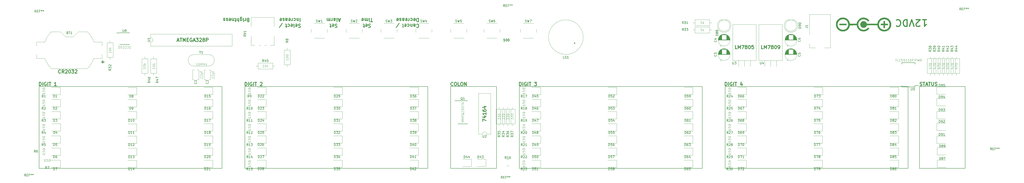
<source format=gto>
G04 #@! TF.FileFunction,Legend,Top*
%FSLAX46Y46*%
G04 Gerber Fmt 4.6, Leading zero omitted, Abs format (unit mm)*
G04 Created by KiCad (PCBNEW 4.0.7) date 05/05/18 13:58:15*
%MOMM*%
%LPD*%
G01*
G04 APERTURE LIST*
%ADD10C,0.100000*%
%ADD11C,0.300000*%
%ADD12C,0.200000*%
%ADD13C,0.500000*%
%ADD14C,0.250000*%
%ADD15C,0.120000*%
%ADD16C,0.150000*%
%ADD17C,0.010000*%
G04 APERTURE END LIST*
D10*
X73604381Y-193635238D02*
X73604381Y-194206667D01*
X73604381Y-193920953D02*
X72604381Y-193920953D01*
X72747238Y-194016191D01*
X72842476Y-194111429D01*
X72890095Y-194206667D01*
X72604381Y-193016191D02*
X72604381Y-192920952D01*
X72652000Y-192825714D01*
X72699619Y-192778095D01*
X72794857Y-192730476D01*
X72985333Y-192682857D01*
X73223429Y-192682857D01*
X73413905Y-192730476D01*
X73509143Y-192778095D01*
X73556762Y-192825714D01*
X73604381Y-192920952D01*
X73604381Y-193016191D01*
X73556762Y-193111429D01*
X73509143Y-193159048D01*
X73413905Y-193206667D01*
X73223429Y-193254286D01*
X72985333Y-193254286D01*
X72794857Y-193206667D01*
X72699619Y-193159048D01*
X72652000Y-193111429D01*
X72604381Y-193016191D01*
X73604381Y-192254286D02*
X72604381Y-192254286D01*
X73223429Y-192159048D02*
X73604381Y-191873333D01*
X72937714Y-191873333D02*
X73318667Y-192254286D01*
X69540381Y-193635238D02*
X69540381Y-194206667D01*
X69540381Y-193920953D02*
X68540381Y-193920953D01*
X68683238Y-194016191D01*
X68778476Y-194111429D01*
X68826095Y-194206667D01*
X68540381Y-193016191D02*
X68540381Y-192920952D01*
X68588000Y-192825714D01*
X68635619Y-192778095D01*
X68730857Y-192730476D01*
X68921333Y-192682857D01*
X69159429Y-192682857D01*
X69349905Y-192730476D01*
X69445143Y-192778095D01*
X69492762Y-192825714D01*
X69540381Y-192920952D01*
X69540381Y-193016191D01*
X69492762Y-193111429D01*
X69445143Y-193159048D01*
X69349905Y-193206667D01*
X69159429Y-193254286D01*
X68921333Y-193254286D01*
X68730857Y-193206667D01*
X68635619Y-193159048D01*
X68588000Y-193111429D01*
X68540381Y-193016191D01*
X69540381Y-192254286D02*
X68540381Y-192254286D01*
X69159429Y-192159048D02*
X69540381Y-191873333D01*
X68873714Y-191873333D02*
X69254667Y-192254286D01*
X121324762Y-193492381D02*
X120753333Y-193492381D01*
X121039047Y-193492381D02*
X121039047Y-192492381D01*
X120943809Y-192635238D01*
X120848571Y-192730476D01*
X120753333Y-192778095D01*
X121943809Y-192492381D02*
X122039048Y-192492381D01*
X122134286Y-192540000D01*
X122181905Y-192587619D01*
X122229524Y-192682857D01*
X122277143Y-192873333D01*
X122277143Y-193111429D01*
X122229524Y-193301905D01*
X122181905Y-193397143D01*
X122134286Y-193444762D01*
X122039048Y-193492381D01*
X121943809Y-193492381D01*
X121848571Y-193444762D01*
X121800952Y-193397143D01*
X121753333Y-193301905D01*
X121705714Y-193111429D01*
X121705714Y-192873333D01*
X121753333Y-192682857D01*
X121800952Y-192587619D01*
X121848571Y-192540000D01*
X121943809Y-192492381D01*
X122705714Y-193492381D02*
X122705714Y-192492381D01*
X122800952Y-193111429D02*
X123086667Y-193492381D01*
X123086667Y-192825714D02*
X122705714Y-193206667D01*
D11*
X408285715Y-201607143D02*
X408500001Y-201678571D01*
X408857144Y-201678571D01*
X409000001Y-201607143D01*
X409071430Y-201535714D01*
X409142858Y-201392857D01*
X409142858Y-201250000D01*
X409071430Y-201107143D01*
X409000001Y-201035714D01*
X408857144Y-200964286D01*
X408571430Y-200892857D01*
X408428572Y-200821429D01*
X408357144Y-200750000D01*
X408285715Y-200607143D01*
X408285715Y-200464286D01*
X408357144Y-200321429D01*
X408428572Y-200250000D01*
X408571430Y-200178571D01*
X408928572Y-200178571D01*
X409142858Y-200250000D01*
X409571429Y-200178571D02*
X410428572Y-200178571D01*
X410000001Y-201678571D02*
X410000001Y-200178571D01*
X410857143Y-201250000D02*
X411571429Y-201250000D01*
X410714286Y-201678571D02*
X411214286Y-200178571D01*
X411714286Y-201678571D01*
X412000000Y-200178571D02*
X412857143Y-200178571D01*
X412428572Y-201678571D02*
X412428572Y-200178571D01*
X413357143Y-200178571D02*
X413357143Y-201392857D01*
X413428571Y-201535714D01*
X413500000Y-201607143D01*
X413642857Y-201678571D01*
X413928571Y-201678571D01*
X414071429Y-201607143D01*
X414142857Y-201535714D01*
X414214286Y-201392857D01*
X414214286Y-200178571D01*
X414857143Y-201607143D02*
X415071429Y-201678571D01*
X415428572Y-201678571D01*
X415571429Y-201607143D01*
X415642858Y-201535714D01*
X415714286Y-201392857D01*
X415714286Y-201250000D01*
X415642858Y-201107143D01*
X415571429Y-201035714D01*
X415428572Y-200964286D01*
X415142858Y-200892857D01*
X415000000Y-200821429D01*
X414928572Y-200750000D01*
X414857143Y-200607143D01*
X414857143Y-200464286D01*
X414928572Y-200321429D01*
X415000000Y-200250000D01*
X415142858Y-200178571D01*
X415500000Y-200178571D01*
X415714286Y-200250000D01*
D10*
X54427381Y-186650238D02*
X54427381Y-187221667D01*
X54427381Y-186935953D02*
X53427381Y-186935953D01*
X53570238Y-187031191D01*
X53665476Y-187126429D01*
X53713095Y-187221667D01*
X53427381Y-186031191D02*
X53427381Y-185935952D01*
X53475000Y-185840714D01*
X53522619Y-185793095D01*
X53617857Y-185745476D01*
X53808333Y-185697857D01*
X54046429Y-185697857D01*
X54236905Y-185745476D01*
X54332143Y-185793095D01*
X54379762Y-185840714D01*
X54427381Y-185935952D01*
X54427381Y-186031191D01*
X54379762Y-186126429D01*
X54332143Y-186174048D01*
X54236905Y-186221667D01*
X54046429Y-186269286D01*
X53808333Y-186269286D01*
X53617857Y-186221667D01*
X53522619Y-186174048D01*
X53475000Y-186126429D01*
X53427381Y-186031191D01*
X54427381Y-185269286D02*
X53427381Y-185269286D01*
X54046429Y-185174048D02*
X54427381Y-184888333D01*
X53760714Y-184888333D02*
X54141667Y-185269286D01*
X312888334Y-176617381D02*
X312412143Y-176617381D01*
X312364524Y-177093571D01*
X312412143Y-177045952D01*
X312507381Y-176998333D01*
X312745477Y-176998333D01*
X312840715Y-177045952D01*
X312888334Y-177093571D01*
X312935953Y-177188810D01*
X312935953Y-177426905D01*
X312888334Y-177522143D01*
X312840715Y-177569762D01*
X312745477Y-177617381D01*
X312507381Y-177617381D01*
X312412143Y-177569762D01*
X312364524Y-177522143D01*
X313364524Y-177617381D02*
X313364524Y-176617381D01*
X313459762Y-177236429D02*
X313745477Y-177617381D01*
X313745477Y-176950714D02*
X313364524Y-177331667D01*
X312888334Y-173442381D02*
X312412143Y-173442381D01*
X312364524Y-173918571D01*
X312412143Y-173870952D01*
X312507381Y-173823333D01*
X312745477Y-173823333D01*
X312840715Y-173870952D01*
X312888334Y-173918571D01*
X312935953Y-174013810D01*
X312935953Y-174251905D01*
X312888334Y-174347143D01*
X312840715Y-174394762D01*
X312745477Y-174442381D01*
X312507381Y-174442381D01*
X312412143Y-174394762D01*
X312364524Y-174347143D01*
X313364524Y-174442381D02*
X313364524Y-173442381D01*
X313459762Y-174061429D02*
X313745477Y-174442381D01*
X313745477Y-173775714D02*
X313364524Y-174156667D01*
X397415476Y-189952381D02*
X397986905Y-189952381D01*
X397701190Y-190952381D02*
X397701190Y-189952381D01*
X398796429Y-190952381D02*
X398320238Y-190952381D01*
X398320238Y-189952381D01*
X399701191Y-190857143D02*
X399653572Y-190904762D01*
X399510715Y-190952381D01*
X399415477Y-190952381D01*
X399272619Y-190904762D01*
X399177381Y-190809524D01*
X399129762Y-190714286D01*
X399082143Y-190523810D01*
X399082143Y-190380952D01*
X399129762Y-190190476D01*
X399177381Y-190095238D01*
X399272619Y-190000000D01*
X399415477Y-189952381D01*
X399510715Y-189952381D01*
X399653572Y-190000000D01*
X399701191Y-190047619D01*
X400605953Y-189952381D02*
X400129762Y-189952381D01*
X400082143Y-190428571D01*
X400129762Y-190380952D01*
X400225000Y-190333333D01*
X400463096Y-190333333D01*
X400558334Y-190380952D01*
X400605953Y-190428571D01*
X400653572Y-190523810D01*
X400653572Y-190761905D01*
X400605953Y-190857143D01*
X400558334Y-190904762D01*
X400463096Y-190952381D01*
X400225000Y-190952381D01*
X400129762Y-190904762D01*
X400082143Y-190857143D01*
X401129762Y-190952381D02*
X401320238Y-190952381D01*
X401415477Y-190904762D01*
X401463096Y-190857143D01*
X401558334Y-190714286D01*
X401605953Y-190523810D01*
X401605953Y-190142857D01*
X401558334Y-190047619D01*
X401510715Y-190000000D01*
X401415477Y-189952381D01*
X401225000Y-189952381D01*
X401129762Y-190000000D01*
X401082143Y-190047619D01*
X401034524Y-190142857D01*
X401034524Y-190380952D01*
X401082143Y-190476190D01*
X401129762Y-190523810D01*
X401225000Y-190571429D01*
X401415477Y-190571429D01*
X401510715Y-190523810D01*
X401558334Y-190476190D01*
X401605953Y-190380952D01*
X402558334Y-190952381D02*
X401986905Y-190952381D01*
X402272619Y-190952381D02*
X402272619Y-189952381D01*
X402177381Y-190095238D01*
X402082143Y-190190476D01*
X401986905Y-190238095D01*
X403510715Y-190952381D02*
X402939286Y-190952381D01*
X403225000Y-190952381D02*
X403225000Y-189952381D01*
X403129762Y-190095238D01*
X403034524Y-190190476D01*
X402939286Y-190238095D01*
X404367858Y-189952381D02*
X404177381Y-189952381D01*
X404082143Y-190000000D01*
X404034524Y-190047619D01*
X403939286Y-190190476D01*
X403891667Y-190380952D01*
X403891667Y-190761905D01*
X403939286Y-190857143D01*
X403986905Y-190904762D01*
X404082143Y-190952381D01*
X404272620Y-190952381D01*
X404367858Y-190904762D01*
X404415477Y-190857143D01*
X404463096Y-190761905D01*
X404463096Y-190523810D01*
X404415477Y-190428571D01*
X404367858Y-190380952D01*
X404272620Y-190333333D01*
X404082143Y-190333333D01*
X403986905Y-190380952D01*
X403939286Y-190428571D01*
X403891667Y-190523810D01*
X405225001Y-190428571D02*
X404891667Y-190428571D01*
X404891667Y-190952381D02*
X404891667Y-189952381D01*
X405367858Y-189952381D01*
X405748810Y-190952381D02*
X405748810Y-189952381D01*
X406225000Y-190952381D02*
X406225000Y-189952381D01*
X406605953Y-189952381D01*
X406701191Y-190000000D01*
X406748810Y-190047619D01*
X406796429Y-190142857D01*
X406796429Y-190285714D01*
X406748810Y-190380952D01*
X406701191Y-190428571D01*
X406605953Y-190476190D01*
X406225000Y-190476190D01*
X407129762Y-189952381D02*
X407367857Y-190952381D01*
X407558334Y-190238095D01*
X407748810Y-190952381D01*
X407986905Y-189952381D01*
X408939286Y-190952381D02*
X408605952Y-190476190D01*
X408367857Y-190952381D02*
X408367857Y-189952381D01*
X408748810Y-189952381D01*
X408844048Y-190000000D01*
X408891667Y-190047619D01*
X408939286Y-190142857D01*
X408939286Y-190285714D01*
X408891667Y-190380952D01*
X408844048Y-190428571D01*
X408748810Y-190476190D01*
X408367857Y-190476190D01*
X325452381Y-204666666D02*
X325452381Y-205238095D01*
X325452381Y-204952381D02*
X324452381Y-204952381D01*
X324595238Y-205047619D01*
X324690476Y-205142857D01*
X324738095Y-205238095D01*
X324452381Y-203761904D02*
X324452381Y-204238095D01*
X324928571Y-204285714D01*
X324880952Y-204238095D01*
X324833333Y-204142857D01*
X324833333Y-203904761D01*
X324880952Y-203809523D01*
X324928571Y-203761904D01*
X325023810Y-203714285D01*
X325261905Y-203714285D01*
X325357143Y-203761904D01*
X325404762Y-203809523D01*
X325452381Y-203904761D01*
X325452381Y-204142857D01*
X325404762Y-204238095D01*
X325357143Y-204285714D01*
X324452381Y-203095238D02*
X324452381Y-202999999D01*
X324500000Y-202904761D01*
X324547619Y-202857142D01*
X324642857Y-202809523D01*
X324833333Y-202761904D01*
X325071429Y-202761904D01*
X325261905Y-202809523D01*
X325357143Y-202857142D01*
X325404762Y-202904761D01*
X325452381Y-202999999D01*
X325452381Y-203095238D01*
X325404762Y-203190476D01*
X325357143Y-203238095D01*
X325261905Y-203285714D01*
X325071429Y-203333333D01*
X324833333Y-203333333D01*
X324642857Y-203285714D01*
X324547619Y-203238095D01*
X324500000Y-203190476D01*
X324452381Y-203095238D01*
X325452381Y-209866666D02*
X325452381Y-210438095D01*
X325452381Y-210152381D02*
X324452381Y-210152381D01*
X324595238Y-210247619D01*
X324690476Y-210342857D01*
X324738095Y-210438095D01*
X324452381Y-208961904D02*
X324452381Y-209438095D01*
X324928571Y-209485714D01*
X324880952Y-209438095D01*
X324833333Y-209342857D01*
X324833333Y-209104761D01*
X324880952Y-209009523D01*
X324928571Y-208961904D01*
X325023810Y-208914285D01*
X325261905Y-208914285D01*
X325357143Y-208961904D01*
X325404762Y-209009523D01*
X325452381Y-209104761D01*
X325452381Y-209342857D01*
X325404762Y-209438095D01*
X325357143Y-209485714D01*
X324452381Y-208295238D02*
X324452381Y-208199999D01*
X324500000Y-208104761D01*
X324547619Y-208057142D01*
X324642857Y-208009523D01*
X324833333Y-207961904D01*
X325071429Y-207961904D01*
X325261905Y-208009523D01*
X325357143Y-208057142D01*
X325404762Y-208104761D01*
X325452381Y-208199999D01*
X325452381Y-208295238D01*
X325404762Y-208390476D01*
X325357143Y-208438095D01*
X325261905Y-208485714D01*
X325071429Y-208533333D01*
X324833333Y-208533333D01*
X324642857Y-208485714D01*
X324547619Y-208438095D01*
X324500000Y-208390476D01*
X324452381Y-208295238D01*
X325452381Y-215266666D02*
X325452381Y-215838095D01*
X325452381Y-215552381D02*
X324452381Y-215552381D01*
X324595238Y-215647619D01*
X324690476Y-215742857D01*
X324738095Y-215838095D01*
X324452381Y-214361904D02*
X324452381Y-214838095D01*
X324928571Y-214885714D01*
X324880952Y-214838095D01*
X324833333Y-214742857D01*
X324833333Y-214504761D01*
X324880952Y-214409523D01*
X324928571Y-214361904D01*
X325023810Y-214314285D01*
X325261905Y-214314285D01*
X325357143Y-214361904D01*
X325404762Y-214409523D01*
X325452381Y-214504761D01*
X325452381Y-214742857D01*
X325404762Y-214838095D01*
X325357143Y-214885714D01*
X324452381Y-213695238D02*
X324452381Y-213599999D01*
X324500000Y-213504761D01*
X324547619Y-213457142D01*
X324642857Y-213409523D01*
X324833333Y-213361904D01*
X325071429Y-213361904D01*
X325261905Y-213409523D01*
X325357143Y-213457142D01*
X325404762Y-213504761D01*
X325452381Y-213599999D01*
X325452381Y-213695238D01*
X325404762Y-213790476D01*
X325357143Y-213838095D01*
X325261905Y-213885714D01*
X325071429Y-213933333D01*
X324833333Y-213933333D01*
X324642857Y-213885714D01*
X324547619Y-213838095D01*
X324500000Y-213790476D01*
X324452381Y-213695238D01*
X325452381Y-220666666D02*
X325452381Y-221238095D01*
X325452381Y-220952381D02*
X324452381Y-220952381D01*
X324595238Y-221047619D01*
X324690476Y-221142857D01*
X324738095Y-221238095D01*
X324452381Y-219761904D02*
X324452381Y-220238095D01*
X324928571Y-220285714D01*
X324880952Y-220238095D01*
X324833333Y-220142857D01*
X324833333Y-219904761D01*
X324880952Y-219809523D01*
X324928571Y-219761904D01*
X325023810Y-219714285D01*
X325261905Y-219714285D01*
X325357143Y-219761904D01*
X325404762Y-219809523D01*
X325452381Y-219904761D01*
X325452381Y-220142857D01*
X325404762Y-220238095D01*
X325357143Y-220285714D01*
X324452381Y-219095238D02*
X324452381Y-218999999D01*
X324500000Y-218904761D01*
X324547619Y-218857142D01*
X324642857Y-218809523D01*
X324833333Y-218761904D01*
X325071429Y-218761904D01*
X325261905Y-218809523D01*
X325357143Y-218857142D01*
X325404762Y-218904761D01*
X325452381Y-218999999D01*
X325452381Y-219095238D01*
X325404762Y-219190476D01*
X325357143Y-219238095D01*
X325261905Y-219285714D01*
X325071429Y-219333333D01*
X324833333Y-219333333D01*
X324642857Y-219285714D01*
X324547619Y-219238095D01*
X324500000Y-219190476D01*
X324452381Y-219095238D01*
X325452381Y-225866666D02*
X325452381Y-226438095D01*
X325452381Y-226152381D02*
X324452381Y-226152381D01*
X324595238Y-226247619D01*
X324690476Y-226342857D01*
X324738095Y-226438095D01*
X324452381Y-224961904D02*
X324452381Y-225438095D01*
X324928571Y-225485714D01*
X324880952Y-225438095D01*
X324833333Y-225342857D01*
X324833333Y-225104761D01*
X324880952Y-225009523D01*
X324928571Y-224961904D01*
X325023810Y-224914285D01*
X325261905Y-224914285D01*
X325357143Y-224961904D01*
X325404762Y-225009523D01*
X325452381Y-225104761D01*
X325452381Y-225342857D01*
X325404762Y-225438095D01*
X325357143Y-225485714D01*
X324452381Y-224295238D02*
X324452381Y-224199999D01*
X324500000Y-224104761D01*
X324547619Y-224057142D01*
X324642857Y-224009523D01*
X324833333Y-223961904D01*
X325071429Y-223961904D01*
X325261905Y-224009523D01*
X325357143Y-224057142D01*
X325404762Y-224104761D01*
X325452381Y-224199999D01*
X325452381Y-224295238D01*
X325404762Y-224390476D01*
X325357143Y-224438095D01*
X325261905Y-224485714D01*
X325071429Y-224533333D01*
X324833333Y-224533333D01*
X324642857Y-224485714D01*
X324547619Y-224438095D01*
X324500000Y-224390476D01*
X324452381Y-224295238D01*
X325452381Y-231266666D02*
X325452381Y-231838095D01*
X325452381Y-231552381D02*
X324452381Y-231552381D01*
X324595238Y-231647619D01*
X324690476Y-231742857D01*
X324738095Y-231838095D01*
X324452381Y-230361904D02*
X324452381Y-230838095D01*
X324928571Y-230885714D01*
X324880952Y-230838095D01*
X324833333Y-230742857D01*
X324833333Y-230504761D01*
X324880952Y-230409523D01*
X324928571Y-230361904D01*
X325023810Y-230314285D01*
X325261905Y-230314285D01*
X325357143Y-230361904D01*
X325404762Y-230409523D01*
X325452381Y-230504761D01*
X325452381Y-230742857D01*
X325404762Y-230838095D01*
X325357143Y-230885714D01*
X324452381Y-229695238D02*
X324452381Y-229599999D01*
X324500000Y-229504761D01*
X324547619Y-229457142D01*
X324642857Y-229409523D01*
X324833333Y-229361904D01*
X325071429Y-229361904D01*
X325261905Y-229409523D01*
X325357143Y-229457142D01*
X325404762Y-229504761D01*
X325452381Y-229599999D01*
X325452381Y-229695238D01*
X325404762Y-229790476D01*
X325357143Y-229838095D01*
X325261905Y-229885714D01*
X325071429Y-229933333D01*
X324833333Y-229933333D01*
X324642857Y-229885714D01*
X324547619Y-229838095D01*
X324500000Y-229790476D01*
X324452381Y-229695238D01*
X325452381Y-236666666D02*
X325452381Y-237238095D01*
X325452381Y-236952381D02*
X324452381Y-236952381D01*
X324595238Y-237047619D01*
X324690476Y-237142857D01*
X324738095Y-237238095D01*
X324452381Y-235761904D02*
X324452381Y-236238095D01*
X324928571Y-236285714D01*
X324880952Y-236238095D01*
X324833333Y-236142857D01*
X324833333Y-235904761D01*
X324880952Y-235809523D01*
X324928571Y-235761904D01*
X325023810Y-235714285D01*
X325261905Y-235714285D01*
X325357143Y-235761904D01*
X325404762Y-235809523D01*
X325452381Y-235904761D01*
X325452381Y-236142857D01*
X325404762Y-236238095D01*
X325357143Y-236285714D01*
X324452381Y-235095238D02*
X324452381Y-234999999D01*
X324500000Y-234904761D01*
X324547619Y-234857142D01*
X324642857Y-234809523D01*
X324833333Y-234761904D01*
X325071429Y-234761904D01*
X325261905Y-234809523D01*
X325357143Y-234857142D01*
X325404762Y-234904761D01*
X325452381Y-234999999D01*
X325452381Y-235095238D01*
X325404762Y-235190476D01*
X325357143Y-235238095D01*
X325261905Y-235285714D01*
X325071429Y-235333333D01*
X324833333Y-235333333D01*
X324642857Y-235285714D01*
X324547619Y-235238095D01*
X324500000Y-235190476D01*
X324452381Y-235095238D01*
X235452381Y-236666666D02*
X235452381Y-237238095D01*
X235452381Y-236952381D02*
X234452381Y-236952381D01*
X234595238Y-237047619D01*
X234690476Y-237142857D01*
X234738095Y-237238095D01*
X234452381Y-235761904D02*
X234452381Y-236238095D01*
X234928571Y-236285714D01*
X234880952Y-236238095D01*
X234833333Y-236142857D01*
X234833333Y-235904761D01*
X234880952Y-235809523D01*
X234928571Y-235761904D01*
X235023810Y-235714285D01*
X235261905Y-235714285D01*
X235357143Y-235761904D01*
X235404762Y-235809523D01*
X235452381Y-235904761D01*
X235452381Y-236142857D01*
X235404762Y-236238095D01*
X235357143Y-236285714D01*
X234452381Y-235095238D02*
X234452381Y-234999999D01*
X234500000Y-234904761D01*
X234547619Y-234857142D01*
X234642857Y-234809523D01*
X234833333Y-234761904D01*
X235071429Y-234761904D01*
X235261905Y-234809523D01*
X235357143Y-234857142D01*
X235404762Y-234904761D01*
X235452381Y-234999999D01*
X235452381Y-235095238D01*
X235404762Y-235190476D01*
X235357143Y-235238095D01*
X235261905Y-235285714D01*
X235071429Y-235333333D01*
X234833333Y-235333333D01*
X234642857Y-235285714D01*
X234547619Y-235238095D01*
X234500000Y-235190476D01*
X234452381Y-235095238D01*
X235452381Y-231266666D02*
X235452381Y-231838095D01*
X235452381Y-231552381D02*
X234452381Y-231552381D01*
X234595238Y-231647619D01*
X234690476Y-231742857D01*
X234738095Y-231838095D01*
X234452381Y-230361904D02*
X234452381Y-230838095D01*
X234928571Y-230885714D01*
X234880952Y-230838095D01*
X234833333Y-230742857D01*
X234833333Y-230504761D01*
X234880952Y-230409523D01*
X234928571Y-230361904D01*
X235023810Y-230314285D01*
X235261905Y-230314285D01*
X235357143Y-230361904D01*
X235404762Y-230409523D01*
X235452381Y-230504761D01*
X235452381Y-230742857D01*
X235404762Y-230838095D01*
X235357143Y-230885714D01*
X234452381Y-229695238D02*
X234452381Y-229599999D01*
X234500000Y-229504761D01*
X234547619Y-229457142D01*
X234642857Y-229409523D01*
X234833333Y-229361904D01*
X235071429Y-229361904D01*
X235261905Y-229409523D01*
X235357143Y-229457142D01*
X235404762Y-229504761D01*
X235452381Y-229599999D01*
X235452381Y-229695238D01*
X235404762Y-229790476D01*
X235357143Y-229838095D01*
X235261905Y-229885714D01*
X235071429Y-229933333D01*
X234833333Y-229933333D01*
X234642857Y-229885714D01*
X234547619Y-229838095D01*
X234500000Y-229790476D01*
X234452381Y-229695238D01*
X235452381Y-225866666D02*
X235452381Y-226438095D01*
X235452381Y-226152381D02*
X234452381Y-226152381D01*
X234595238Y-226247619D01*
X234690476Y-226342857D01*
X234738095Y-226438095D01*
X234452381Y-224961904D02*
X234452381Y-225438095D01*
X234928571Y-225485714D01*
X234880952Y-225438095D01*
X234833333Y-225342857D01*
X234833333Y-225104761D01*
X234880952Y-225009523D01*
X234928571Y-224961904D01*
X235023810Y-224914285D01*
X235261905Y-224914285D01*
X235357143Y-224961904D01*
X235404762Y-225009523D01*
X235452381Y-225104761D01*
X235452381Y-225342857D01*
X235404762Y-225438095D01*
X235357143Y-225485714D01*
X234452381Y-224295238D02*
X234452381Y-224199999D01*
X234500000Y-224104761D01*
X234547619Y-224057142D01*
X234642857Y-224009523D01*
X234833333Y-223961904D01*
X235071429Y-223961904D01*
X235261905Y-224009523D01*
X235357143Y-224057142D01*
X235404762Y-224104761D01*
X235452381Y-224199999D01*
X235452381Y-224295238D01*
X235404762Y-224390476D01*
X235357143Y-224438095D01*
X235261905Y-224485714D01*
X235071429Y-224533333D01*
X234833333Y-224533333D01*
X234642857Y-224485714D01*
X234547619Y-224438095D01*
X234500000Y-224390476D01*
X234452381Y-224295238D01*
X235452381Y-220666666D02*
X235452381Y-221238095D01*
X235452381Y-220952381D02*
X234452381Y-220952381D01*
X234595238Y-221047619D01*
X234690476Y-221142857D01*
X234738095Y-221238095D01*
X234452381Y-219761904D02*
X234452381Y-220238095D01*
X234928571Y-220285714D01*
X234880952Y-220238095D01*
X234833333Y-220142857D01*
X234833333Y-219904761D01*
X234880952Y-219809523D01*
X234928571Y-219761904D01*
X235023810Y-219714285D01*
X235261905Y-219714285D01*
X235357143Y-219761904D01*
X235404762Y-219809523D01*
X235452381Y-219904761D01*
X235452381Y-220142857D01*
X235404762Y-220238095D01*
X235357143Y-220285714D01*
X234452381Y-219095238D02*
X234452381Y-218999999D01*
X234500000Y-218904761D01*
X234547619Y-218857142D01*
X234642857Y-218809523D01*
X234833333Y-218761904D01*
X235071429Y-218761904D01*
X235261905Y-218809523D01*
X235357143Y-218857142D01*
X235404762Y-218904761D01*
X235452381Y-218999999D01*
X235452381Y-219095238D01*
X235404762Y-219190476D01*
X235357143Y-219238095D01*
X235261905Y-219285714D01*
X235071429Y-219333333D01*
X234833333Y-219333333D01*
X234642857Y-219285714D01*
X234547619Y-219238095D01*
X234500000Y-219190476D01*
X234452381Y-219095238D01*
X235452381Y-215266666D02*
X235452381Y-215838095D01*
X235452381Y-215552381D02*
X234452381Y-215552381D01*
X234595238Y-215647619D01*
X234690476Y-215742857D01*
X234738095Y-215838095D01*
X234452381Y-214361904D02*
X234452381Y-214838095D01*
X234928571Y-214885714D01*
X234880952Y-214838095D01*
X234833333Y-214742857D01*
X234833333Y-214504761D01*
X234880952Y-214409523D01*
X234928571Y-214361904D01*
X235023810Y-214314285D01*
X235261905Y-214314285D01*
X235357143Y-214361904D01*
X235404762Y-214409523D01*
X235452381Y-214504761D01*
X235452381Y-214742857D01*
X235404762Y-214838095D01*
X235357143Y-214885714D01*
X234452381Y-213695238D02*
X234452381Y-213599999D01*
X234500000Y-213504761D01*
X234547619Y-213457142D01*
X234642857Y-213409523D01*
X234833333Y-213361904D01*
X235071429Y-213361904D01*
X235261905Y-213409523D01*
X235357143Y-213457142D01*
X235404762Y-213504761D01*
X235452381Y-213599999D01*
X235452381Y-213695238D01*
X235404762Y-213790476D01*
X235357143Y-213838095D01*
X235261905Y-213885714D01*
X235071429Y-213933333D01*
X234833333Y-213933333D01*
X234642857Y-213885714D01*
X234547619Y-213838095D01*
X234500000Y-213790476D01*
X234452381Y-213695238D01*
X235452381Y-209866666D02*
X235452381Y-210438095D01*
X235452381Y-210152381D02*
X234452381Y-210152381D01*
X234595238Y-210247619D01*
X234690476Y-210342857D01*
X234738095Y-210438095D01*
X234452381Y-208961904D02*
X234452381Y-209438095D01*
X234928571Y-209485714D01*
X234880952Y-209438095D01*
X234833333Y-209342857D01*
X234833333Y-209104761D01*
X234880952Y-209009523D01*
X234928571Y-208961904D01*
X235023810Y-208914285D01*
X235261905Y-208914285D01*
X235357143Y-208961904D01*
X235404762Y-209009523D01*
X235452381Y-209104761D01*
X235452381Y-209342857D01*
X235404762Y-209438095D01*
X235357143Y-209485714D01*
X234452381Y-208295238D02*
X234452381Y-208199999D01*
X234500000Y-208104761D01*
X234547619Y-208057142D01*
X234642857Y-208009523D01*
X234833333Y-207961904D01*
X235071429Y-207961904D01*
X235261905Y-208009523D01*
X235357143Y-208057142D01*
X235404762Y-208104761D01*
X235452381Y-208199999D01*
X235452381Y-208295238D01*
X235404762Y-208390476D01*
X235357143Y-208438095D01*
X235261905Y-208485714D01*
X235071429Y-208533333D01*
X234833333Y-208533333D01*
X234642857Y-208485714D01*
X234547619Y-208438095D01*
X234500000Y-208390476D01*
X234452381Y-208295238D01*
X235452381Y-204666666D02*
X235452381Y-205238095D01*
X235452381Y-204952381D02*
X234452381Y-204952381D01*
X234595238Y-205047619D01*
X234690476Y-205142857D01*
X234738095Y-205238095D01*
X234452381Y-203761904D02*
X234452381Y-204238095D01*
X234928571Y-204285714D01*
X234880952Y-204238095D01*
X234833333Y-204142857D01*
X234833333Y-203904761D01*
X234880952Y-203809523D01*
X234928571Y-203761904D01*
X235023810Y-203714285D01*
X235261905Y-203714285D01*
X235357143Y-203761904D01*
X235404762Y-203809523D01*
X235452381Y-203904761D01*
X235452381Y-204142857D01*
X235404762Y-204238095D01*
X235357143Y-204285714D01*
X234452381Y-203095238D02*
X234452381Y-202999999D01*
X234500000Y-202904761D01*
X234547619Y-202857142D01*
X234642857Y-202809523D01*
X234833333Y-202761904D01*
X235071429Y-202761904D01*
X235261905Y-202809523D01*
X235357143Y-202857142D01*
X235404762Y-202904761D01*
X235452381Y-202999999D01*
X235452381Y-203095238D01*
X235404762Y-203190476D01*
X235357143Y-203238095D01*
X235261905Y-203285714D01*
X235071429Y-203333333D01*
X234833333Y-203333333D01*
X234642857Y-203285714D01*
X234547619Y-203238095D01*
X234500000Y-203190476D01*
X234452381Y-203095238D01*
X115452381Y-204666666D02*
X115452381Y-205238095D01*
X115452381Y-204952381D02*
X114452381Y-204952381D01*
X114595238Y-205047619D01*
X114690476Y-205142857D01*
X114738095Y-205238095D01*
X114452381Y-203761904D02*
X114452381Y-204238095D01*
X114928571Y-204285714D01*
X114880952Y-204238095D01*
X114833333Y-204142857D01*
X114833333Y-203904761D01*
X114880952Y-203809523D01*
X114928571Y-203761904D01*
X115023810Y-203714285D01*
X115261905Y-203714285D01*
X115357143Y-203761904D01*
X115404762Y-203809523D01*
X115452381Y-203904761D01*
X115452381Y-204142857D01*
X115404762Y-204238095D01*
X115357143Y-204285714D01*
X114452381Y-203095238D02*
X114452381Y-202999999D01*
X114500000Y-202904761D01*
X114547619Y-202857142D01*
X114642857Y-202809523D01*
X114833333Y-202761904D01*
X115071429Y-202761904D01*
X115261905Y-202809523D01*
X115357143Y-202857142D01*
X115404762Y-202904761D01*
X115452381Y-202999999D01*
X115452381Y-203095238D01*
X115404762Y-203190476D01*
X115357143Y-203238095D01*
X115261905Y-203285714D01*
X115071429Y-203333333D01*
X114833333Y-203333333D01*
X114642857Y-203285714D01*
X114547619Y-203238095D01*
X114500000Y-203190476D01*
X114452381Y-203095238D01*
X115452381Y-209866666D02*
X115452381Y-210438095D01*
X115452381Y-210152381D02*
X114452381Y-210152381D01*
X114595238Y-210247619D01*
X114690476Y-210342857D01*
X114738095Y-210438095D01*
X114452381Y-208961904D02*
X114452381Y-209438095D01*
X114928571Y-209485714D01*
X114880952Y-209438095D01*
X114833333Y-209342857D01*
X114833333Y-209104761D01*
X114880952Y-209009523D01*
X114928571Y-208961904D01*
X115023810Y-208914285D01*
X115261905Y-208914285D01*
X115357143Y-208961904D01*
X115404762Y-209009523D01*
X115452381Y-209104761D01*
X115452381Y-209342857D01*
X115404762Y-209438095D01*
X115357143Y-209485714D01*
X114452381Y-208295238D02*
X114452381Y-208199999D01*
X114500000Y-208104761D01*
X114547619Y-208057142D01*
X114642857Y-208009523D01*
X114833333Y-207961904D01*
X115071429Y-207961904D01*
X115261905Y-208009523D01*
X115357143Y-208057142D01*
X115404762Y-208104761D01*
X115452381Y-208199999D01*
X115452381Y-208295238D01*
X115404762Y-208390476D01*
X115357143Y-208438095D01*
X115261905Y-208485714D01*
X115071429Y-208533333D01*
X114833333Y-208533333D01*
X114642857Y-208485714D01*
X114547619Y-208438095D01*
X114500000Y-208390476D01*
X114452381Y-208295238D01*
X115452381Y-215266666D02*
X115452381Y-215838095D01*
X115452381Y-215552381D02*
X114452381Y-215552381D01*
X114595238Y-215647619D01*
X114690476Y-215742857D01*
X114738095Y-215838095D01*
X114452381Y-214361904D02*
X114452381Y-214838095D01*
X114928571Y-214885714D01*
X114880952Y-214838095D01*
X114833333Y-214742857D01*
X114833333Y-214504761D01*
X114880952Y-214409523D01*
X114928571Y-214361904D01*
X115023810Y-214314285D01*
X115261905Y-214314285D01*
X115357143Y-214361904D01*
X115404762Y-214409523D01*
X115452381Y-214504761D01*
X115452381Y-214742857D01*
X115404762Y-214838095D01*
X115357143Y-214885714D01*
X114452381Y-213695238D02*
X114452381Y-213599999D01*
X114500000Y-213504761D01*
X114547619Y-213457142D01*
X114642857Y-213409523D01*
X114833333Y-213361904D01*
X115071429Y-213361904D01*
X115261905Y-213409523D01*
X115357143Y-213457142D01*
X115404762Y-213504761D01*
X115452381Y-213599999D01*
X115452381Y-213695238D01*
X115404762Y-213790476D01*
X115357143Y-213838095D01*
X115261905Y-213885714D01*
X115071429Y-213933333D01*
X114833333Y-213933333D01*
X114642857Y-213885714D01*
X114547619Y-213838095D01*
X114500000Y-213790476D01*
X114452381Y-213695238D01*
X115452381Y-220666666D02*
X115452381Y-221238095D01*
X115452381Y-220952381D02*
X114452381Y-220952381D01*
X114595238Y-221047619D01*
X114690476Y-221142857D01*
X114738095Y-221238095D01*
X114452381Y-219761904D02*
X114452381Y-220238095D01*
X114928571Y-220285714D01*
X114880952Y-220238095D01*
X114833333Y-220142857D01*
X114833333Y-219904761D01*
X114880952Y-219809523D01*
X114928571Y-219761904D01*
X115023810Y-219714285D01*
X115261905Y-219714285D01*
X115357143Y-219761904D01*
X115404762Y-219809523D01*
X115452381Y-219904761D01*
X115452381Y-220142857D01*
X115404762Y-220238095D01*
X115357143Y-220285714D01*
X114452381Y-219095238D02*
X114452381Y-218999999D01*
X114500000Y-218904761D01*
X114547619Y-218857142D01*
X114642857Y-218809523D01*
X114833333Y-218761904D01*
X115071429Y-218761904D01*
X115261905Y-218809523D01*
X115357143Y-218857142D01*
X115404762Y-218904761D01*
X115452381Y-218999999D01*
X115452381Y-219095238D01*
X115404762Y-219190476D01*
X115357143Y-219238095D01*
X115261905Y-219285714D01*
X115071429Y-219333333D01*
X114833333Y-219333333D01*
X114642857Y-219285714D01*
X114547619Y-219238095D01*
X114500000Y-219190476D01*
X114452381Y-219095238D01*
X115452381Y-225866666D02*
X115452381Y-226438095D01*
X115452381Y-226152381D02*
X114452381Y-226152381D01*
X114595238Y-226247619D01*
X114690476Y-226342857D01*
X114738095Y-226438095D01*
X114452381Y-224961904D02*
X114452381Y-225438095D01*
X114928571Y-225485714D01*
X114880952Y-225438095D01*
X114833333Y-225342857D01*
X114833333Y-225104761D01*
X114880952Y-225009523D01*
X114928571Y-224961904D01*
X115023810Y-224914285D01*
X115261905Y-224914285D01*
X115357143Y-224961904D01*
X115404762Y-225009523D01*
X115452381Y-225104761D01*
X115452381Y-225342857D01*
X115404762Y-225438095D01*
X115357143Y-225485714D01*
X114452381Y-224295238D02*
X114452381Y-224199999D01*
X114500000Y-224104761D01*
X114547619Y-224057142D01*
X114642857Y-224009523D01*
X114833333Y-223961904D01*
X115071429Y-223961904D01*
X115261905Y-224009523D01*
X115357143Y-224057142D01*
X115404762Y-224104761D01*
X115452381Y-224199999D01*
X115452381Y-224295238D01*
X115404762Y-224390476D01*
X115357143Y-224438095D01*
X115261905Y-224485714D01*
X115071429Y-224533333D01*
X114833333Y-224533333D01*
X114642857Y-224485714D01*
X114547619Y-224438095D01*
X114500000Y-224390476D01*
X114452381Y-224295238D01*
X115452381Y-231266666D02*
X115452381Y-231838095D01*
X115452381Y-231552381D02*
X114452381Y-231552381D01*
X114595238Y-231647619D01*
X114690476Y-231742857D01*
X114738095Y-231838095D01*
X114452381Y-230361904D02*
X114452381Y-230838095D01*
X114928571Y-230885714D01*
X114880952Y-230838095D01*
X114833333Y-230742857D01*
X114833333Y-230504761D01*
X114880952Y-230409523D01*
X114928571Y-230361904D01*
X115023810Y-230314285D01*
X115261905Y-230314285D01*
X115357143Y-230361904D01*
X115404762Y-230409523D01*
X115452381Y-230504761D01*
X115452381Y-230742857D01*
X115404762Y-230838095D01*
X115357143Y-230885714D01*
X114452381Y-229695238D02*
X114452381Y-229599999D01*
X114500000Y-229504761D01*
X114547619Y-229457142D01*
X114642857Y-229409523D01*
X114833333Y-229361904D01*
X115071429Y-229361904D01*
X115261905Y-229409523D01*
X115357143Y-229457142D01*
X115404762Y-229504761D01*
X115452381Y-229599999D01*
X115452381Y-229695238D01*
X115404762Y-229790476D01*
X115357143Y-229838095D01*
X115261905Y-229885714D01*
X115071429Y-229933333D01*
X114833333Y-229933333D01*
X114642857Y-229885714D01*
X114547619Y-229838095D01*
X114500000Y-229790476D01*
X114452381Y-229695238D01*
X115452381Y-236666666D02*
X115452381Y-237238095D01*
X115452381Y-236952381D02*
X114452381Y-236952381D01*
X114595238Y-237047619D01*
X114690476Y-237142857D01*
X114738095Y-237238095D01*
X114452381Y-235761904D02*
X114452381Y-236238095D01*
X114928571Y-236285714D01*
X114880952Y-236238095D01*
X114833333Y-236142857D01*
X114833333Y-235904761D01*
X114880952Y-235809523D01*
X114928571Y-235761904D01*
X115023810Y-235714285D01*
X115261905Y-235714285D01*
X115357143Y-235761904D01*
X115404762Y-235809523D01*
X115452381Y-235904761D01*
X115452381Y-236142857D01*
X115404762Y-236238095D01*
X115357143Y-236285714D01*
X114452381Y-235095238D02*
X114452381Y-234999999D01*
X114500000Y-234904761D01*
X114547619Y-234857142D01*
X114642857Y-234809523D01*
X114833333Y-234761904D01*
X115071429Y-234761904D01*
X115261905Y-234809523D01*
X115357143Y-234857142D01*
X115404762Y-234904761D01*
X115452381Y-234999999D01*
X115452381Y-235095238D01*
X115404762Y-235190476D01*
X115357143Y-235238095D01*
X115261905Y-235285714D01*
X115071429Y-235333333D01*
X114833333Y-235333333D01*
X114642857Y-235285714D01*
X114547619Y-235238095D01*
X114500000Y-235190476D01*
X114452381Y-235095238D01*
X25833334Y-234952381D02*
X25261905Y-234952381D01*
X25547619Y-234952381D02*
X25547619Y-233952381D01*
X25452381Y-234095238D01*
X25357143Y-234190476D01*
X25261905Y-234238095D01*
X26738096Y-233952381D02*
X26261905Y-233952381D01*
X26214286Y-234428571D01*
X26261905Y-234380952D01*
X26357143Y-234333333D01*
X26595239Y-234333333D01*
X26690477Y-234380952D01*
X26738096Y-234428571D01*
X26785715Y-234523810D01*
X26785715Y-234761905D01*
X26738096Y-234857143D01*
X26690477Y-234904762D01*
X26595239Y-234952381D01*
X26357143Y-234952381D01*
X26261905Y-234904762D01*
X26214286Y-234857143D01*
X27404762Y-233952381D02*
X27500001Y-233952381D01*
X27595239Y-234000000D01*
X27642858Y-234047619D01*
X27690477Y-234142857D01*
X27738096Y-234333333D01*
X27738096Y-234571429D01*
X27690477Y-234761905D01*
X27642858Y-234857143D01*
X27595239Y-234904762D01*
X27500001Y-234952381D01*
X27404762Y-234952381D01*
X27309524Y-234904762D01*
X27261905Y-234857143D01*
X27214286Y-234761905D01*
X27166667Y-234571429D01*
X27166667Y-234333333D01*
X27214286Y-234142857D01*
X27261905Y-234047619D01*
X27309524Y-234000000D01*
X27404762Y-233952381D01*
X25452381Y-231266666D02*
X25452381Y-231838095D01*
X25452381Y-231552381D02*
X24452381Y-231552381D01*
X24595238Y-231647619D01*
X24690476Y-231742857D01*
X24738095Y-231838095D01*
X24452381Y-230361904D02*
X24452381Y-230838095D01*
X24928571Y-230885714D01*
X24880952Y-230838095D01*
X24833333Y-230742857D01*
X24833333Y-230504761D01*
X24880952Y-230409523D01*
X24928571Y-230361904D01*
X25023810Y-230314285D01*
X25261905Y-230314285D01*
X25357143Y-230361904D01*
X25404762Y-230409523D01*
X25452381Y-230504761D01*
X25452381Y-230742857D01*
X25404762Y-230838095D01*
X25357143Y-230885714D01*
X24452381Y-229695238D02*
X24452381Y-229599999D01*
X24500000Y-229504761D01*
X24547619Y-229457142D01*
X24642857Y-229409523D01*
X24833333Y-229361904D01*
X25071429Y-229361904D01*
X25261905Y-229409523D01*
X25357143Y-229457142D01*
X25404762Y-229504761D01*
X25452381Y-229599999D01*
X25452381Y-229695238D01*
X25404762Y-229790476D01*
X25357143Y-229838095D01*
X25261905Y-229885714D01*
X25071429Y-229933333D01*
X24833333Y-229933333D01*
X24642857Y-229885714D01*
X24547619Y-229838095D01*
X24500000Y-229790476D01*
X24452381Y-229695238D01*
X25452381Y-225866666D02*
X25452381Y-226438095D01*
X25452381Y-226152381D02*
X24452381Y-226152381D01*
X24595238Y-226247619D01*
X24690476Y-226342857D01*
X24738095Y-226438095D01*
X24452381Y-224961904D02*
X24452381Y-225438095D01*
X24928571Y-225485714D01*
X24880952Y-225438095D01*
X24833333Y-225342857D01*
X24833333Y-225104761D01*
X24880952Y-225009523D01*
X24928571Y-224961904D01*
X25023810Y-224914285D01*
X25261905Y-224914285D01*
X25357143Y-224961904D01*
X25404762Y-225009523D01*
X25452381Y-225104761D01*
X25452381Y-225342857D01*
X25404762Y-225438095D01*
X25357143Y-225485714D01*
X24452381Y-224295238D02*
X24452381Y-224199999D01*
X24500000Y-224104761D01*
X24547619Y-224057142D01*
X24642857Y-224009523D01*
X24833333Y-223961904D01*
X25071429Y-223961904D01*
X25261905Y-224009523D01*
X25357143Y-224057142D01*
X25404762Y-224104761D01*
X25452381Y-224199999D01*
X25452381Y-224295238D01*
X25404762Y-224390476D01*
X25357143Y-224438095D01*
X25261905Y-224485714D01*
X25071429Y-224533333D01*
X24833333Y-224533333D01*
X24642857Y-224485714D01*
X24547619Y-224438095D01*
X24500000Y-224390476D01*
X24452381Y-224295238D01*
X25452381Y-220666666D02*
X25452381Y-221238095D01*
X25452381Y-220952381D02*
X24452381Y-220952381D01*
X24595238Y-221047619D01*
X24690476Y-221142857D01*
X24738095Y-221238095D01*
X24452381Y-219761904D02*
X24452381Y-220238095D01*
X24928571Y-220285714D01*
X24880952Y-220238095D01*
X24833333Y-220142857D01*
X24833333Y-219904761D01*
X24880952Y-219809523D01*
X24928571Y-219761904D01*
X25023810Y-219714285D01*
X25261905Y-219714285D01*
X25357143Y-219761904D01*
X25404762Y-219809523D01*
X25452381Y-219904761D01*
X25452381Y-220142857D01*
X25404762Y-220238095D01*
X25357143Y-220285714D01*
X24452381Y-219095238D02*
X24452381Y-218999999D01*
X24500000Y-218904761D01*
X24547619Y-218857142D01*
X24642857Y-218809523D01*
X24833333Y-218761904D01*
X25071429Y-218761904D01*
X25261905Y-218809523D01*
X25357143Y-218857142D01*
X25404762Y-218904761D01*
X25452381Y-218999999D01*
X25452381Y-219095238D01*
X25404762Y-219190476D01*
X25357143Y-219238095D01*
X25261905Y-219285714D01*
X25071429Y-219333333D01*
X24833333Y-219333333D01*
X24642857Y-219285714D01*
X24547619Y-219238095D01*
X24500000Y-219190476D01*
X24452381Y-219095238D01*
X25452381Y-215266666D02*
X25452381Y-215838095D01*
X25452381Y-215552381D02*
X24452381Y-215552381D01*
X24595238Y-215647619D01*
X24690476Y-215742857D01*
X24738095Y-215838095D01*
X24452381Y-214361904D02*
X24452381Y-214838095D01*
X24928571Y-214885714D01*
X24880952Y-214838095D01*
X24833333Y-214742857D01*
X24833333Y-214504761D01*
X24880952Y-214409523D01*
X24928571Y-214361904D01*
X25023810Y-214314285D01*
X25261905Y-214314285D01*
X25357143Y-214361904D01*
X25404762Y-214409523D01*
X25452381Y-214504761D01*
X25452381Y-214742857D01*
X25404762Y-214838095D01*
X25357143Y-214885714D01*
X24452381Y-213695238D02*
X24452381Y-213599999D01*
X24500000Y-213504761D01*
X24547619Y-213457142D01*
X24642857Y-213409523D01*
X24833333Y-213361904D01*
X25071429Y-213361904D01*
X25261905Y-213409523D01*
X25357143Y-213457142D01*
X25404762Y-213504761D01*
X25452381Y-213599999D01*
X25452381Y-213695238D01*
X25404762Y-213790476D01*
X25357143Y-213838095D01*
X25261905Y-213885714D01*
X25071429Y-213933333D01*
X24833333Y-213933333D01*
X24642857Y-213885714D01*
X24547619Y-213838095D01*
X24500000Y-213790476D01*
X24452381Y-213695238D01*
X25452381Y-209866666D02*
X25452381Y-210438095D01*
X25452381Y-210152381D02*
X24452381Y-210152381D01*
X24595238Y-210247619D01*
X24690476Y-210342857D01*
X24738095Y-210438095D01*
X24452381Y-208961904D02*
X24452381Y-209438095D01*
X24928571Y-209485714D01*
X24880952Y-209438095D01*
X24833333Y-209342857D01*
X24833333Y-209104761D01*
X24880952Y-209009523D01*
X24928571Y-208961904D01*
X25023810Y-208914285D01*
X25261905Y-208914285D01*
X25357143Y-208961904D01*
X25404762Y-209009523D01*
X25452381Y-209104761D01*
X25452381Y-209342857D01*
X25404762Y-209438095D01*
X25357143Y-209485714D01*
X24452381Y-208295238D02*
X24452381Y-208199999D01*
X24500000Y-208104761D01*
X24547619Y-208057142D01*
X24642857Y-208009523D01*
X24833333Y-207961904D01*
X25071429Y-207961904D01*
X25261905Y-208009523D01*
X25357143Y-208057142D01*
X25404762Y-208104761D01*
X25452381Y-208199999D01*
X25452381Y-208295238D01*
X25404762Y-208390476D01*
X25357143Y-208438095D01*
X25261905Y-208485714D01*
X25071429Y-208533333D01*
X24833333Y-208533333D01*
X24642857Y-208485714D01*
X24547619Y-208438095D01*
X24500000Y-208390476D01*
X24452381Y-208295238D01*
X25452381Y-204666666D02*
X25452381Y-205238095D01*
X25452381Y-204952381D02*
X24452381Y-204952381D01*
X24595238Y-205047619D01*
X24690476Y-205142857D01*
X24738095Y-205238095D01*
X24452381Y-203761904D02*
X24452381Y-204238095D01*
X24928571Y-204285714D01*
X24880952Y-204238095D01*
X24833333Y-204142857D01*
X24833333Y-203904761D01*
X24880952Y-203809523D01*
X24928571Y-203761904D01*
X25023810Y-203714285D01*
X25261905Y-203714285D01*
X25357143Y-203761904D01*
X25404762Y-203809523D01*
X25452381Y-203904761D01*
X25452381Y-204142857D01*
X25404762Y-204238095D01*
X25357143Y-204285714D01*
X24452381Y-203095238D02*
X24452381Y-202999999D01*
X24500000Y-202904761D01*
X24547619Y-202857142D01*
X24642857Y-202809523D01*
X24833333Y-202761904D01*
X25071429Y-202761904D01*
X25261905Y-202809523D01*
X25357143Y-202857142D01*
X25404762Y-202904761D01*
X25452381Y-202999999D01*
X25452381Y-203095238D01*
X25404762Y-203190476D01*
X25357143Y-203238095D01*
X25261905Y-203285714D01*
X25071429Y-203333333D01*
X24833333Y-203333333D01*
X24642857Y-203285714D01*
X24547619Y-203238095D01*
X24500000Y-203190476D01*
X24452381Y-203095238D01*
X412535714Y-193801904D02*
X413202381Y-193801904D01*
X412154762Y-194040000D02*
X412869048Y-194278095D01*
X412869048Y-193659047D01*
X412202381Y-193373333D02*
X412202381Y-192706666D01*
X413202381Y-193135238D01*
X412202381Y-192135238D02*
X412202381Y-192039999D01*
X412250000Y-191944761D01*
X412297619Y-191897142D01*
X412392857Y-191849523D01*
X412583333Y-191801904D01*
X412821429Y-191801904D01*
X413011905Y-191849523D01*
X413107143Y-191897142D01*
X413154762Y-191944761D01*
X413202381Y-192039999D01*
X413202381Y-192135238D01*
X413154762Y-192230476D01*
X413107143Y-192278095D01*
X413011905Y-192325714D01*
X412821429Y-192373333D01*
X412583333Y-192373333D01*
X412392857Y-192325714D01*
X412297619Y-192278095D01*
X412250000Y-192230476D01*
X412202381Y-192135238D01*
X414440714Y-193801904D02*
X415107381Y-193801904D01*
X414059762Y-194040000D02*
X414774048Y-194278095D01*
X414774048Y-193659047D01*
X414107381Y-193373333D02*
X414107381Y-192706666D01*
X415107381Y-193135238D01*
X414107381Y-192135238D02*
X414107381Y-192039999D01*
X414155000Y-191944761D01*
X414202619Y-191897142D01*
X414297857Y-191849523D01*
X414488333Y-191801904D01*
X414726429Y-191801904D01*
X414916905Y-191849523D01*
X415012143Y-191897142D01*
X415059762Y-191944761D01*
X415107381Y-192039999D01*
X415107381Y-192135238D01*
X415059762Y-192230476D01*
X415012143Y-192278095D01*
X414916905Y-192325714D01*
X414726429Y-192373333D01*
X414488333Y-192373333D01*
X414297857Y-192325714D01*
X414202619Y-192278095D01*
X414155000Y-192230476D01*
X414107381Y-192135238D01*
X416345714Y-193801904D02*
X417012381Y-193801904D01*
X415964762Y-194040000D02*
X416679048Y-194278095D01*
X416679048Y-193659047D01*
X416012381Y-193373333D02*
X416012381Y-192706666D01*
X417012381Y-193135238D01*
X416012381Y-192135238D02*
X416012381Y-192039999D01*
X416060000Y-191944761D01*
X416107619Y-191897142D01*
X416202857Y-191849523D01*
X416393333Y-191801904D01*
X416631429Y-191801904D01*
X416821905Y-191849523D01*
X416917143Y-191897142D01*
X416964762Y-191944761D01*
X417012381Y-192039999D01*
X417012381Y-192135238D01*
X416964762Y-192230476D01*
X416917143Y-192278095D01*
X416821905Y-192325714D01*
X416631429Y-192373333D01*
X416393333Y-192373333D01*
X416202857Y-192325714D01*
X416107619Y-192278095D01*
X416060000Y-192230476D01*
X416012381Y-192135238D01*
X418250714Y-193801904D02*
X418917381Y-193801904D01*
X417869762Y-194040000D02*
X418584048Y-194278095D01*
X418584048Y-193659047D01*
X417917381Y-193373333D02*
X417917381Y-192706666D01*
X418917381Y-193135238D01*
X417917381Y-192135238D02*
X417917381Y-192039999D01*
X417965000Y-191944761D01*
X418012619Y-191897142D01*
X418107857Y-191849523D01*
X418298333Y-191801904D01*
X418536429Y-191801904D01*
X418726905Y-191849523D01*
X418822143Y-191897142D01*
X418869762Y-191944761D01*
X418917381Y-192039999D01*
X418917381Y-192135238D01*
X418869762Y-192230476D01*
X418822143Y-192278095D01*
X418726905Y-192325714D01*
X418536429Y-192373333D01*
X418298333Y-192373333D01*
X418107857Y-192325714D01*
X418012619Y-192278095D01*
X417965000Y-192230476D01*
X417917381Y-192135238D01*
X420155714Y-193801904D02*
X420822381Y-193801904D01*
X419774762Y-194040000D02*
X420489048Y-194278095D01*
X420489048Y-193659047D01*
X419822381Y-193373333D02*
X419822381Y-192706666D01*
X420822381Y-193135238D01*
X419822381Y-192135238D02*
X419822381Y-192039999D01*
X419870000Y-191944761D01*
X419917619Y-191897142D01*
X420012857Y-191849523D01*
X420203333Y-191801904D01*
X420441429Y-191801904D01*
X420631905Y-191849523D01*
X420727143Y-191897142D01*
X420774762Y-191944761D01*
X420822381Y-192039999D01*
X420822381Y-192135238D01*
X420774762Y-192230476D01*
X420727143Y-192278095D01*
X420631905Y-192325714D01*
X420441429Y-192373333D01*
X420203333Y-192373333D01*
X420012857Y-192325714D01*
X419917619Y-192278095D01*
X419870000Y-192230476D01*
X419822381Y-192135238D01*
X422060714Y-193801904D02*
X422727381Y-193801904D01*
X421679762Y-194040000D02*
X422394048Y-194278095D01*
X422394048Y-193659047D01*
X421727381Y-193373333D02*
X421727381Y-192706666D01*
X422727381Y-193135238D01*
X421727381Y-192135238D02*
X421727381Y-192039999D01*
X421775000Y-191944761D01*
X421822619Y-191897142D01*
X421917857Y-191849523D01*
X422108333Y-191801904D01*
X422346429Y-191801904D01*
X422536905Y-191849523D01*
X422632143Y-191897142D01*
X422679762Y-191944761D01*
X422727381Y-192039999D01*
X422727381Y-192135238D01*
X422679762Y-192230476D01*
X422632143Y-192278095D01*
X422536905Y-192325714D01*
X422346429Y-192373333D01*
X422108333Y-192373333D01*
X421917857Y-192325714D01*
X421822619Y-192278095D01*
X421775000Y-192230476D01*
X421727381Y-192135238D01*
X423965714Y-193801904D02*
X424632381Y-193801904D01*
X423584762Y-194040000D02*
X424299048Y-194278095D01*
X424299048Y-193659047D01*
X423632381Y-193373333D02*
X423632381Y-192706666D01*
X424632381Y-193135238D01*
X423632381Y-192135238D02*
X423632381Y-192039999D01*
X423680000Y-191944761D01*
X423727619Y-191897142D01*
X423822857Y-191849523D01*
X424013333Y-191801904D01*
X424251429Y-191801904D01*
X424441905Y-191849523D01*
X424537143Y-191897142D01*
X424584762Y-191944761D01*
X424632381Y-192039999D01*
X424632381Y-192135238D01*
X424584762Y-192230476D01*
X424537143Y-192278095D01*
X424441905Y-192325714D01*
X424251429Y-192373333D01*
X424013333Y-192373333D01*
X423822857Y-192325714D01*
X423727619Y-192278095D01*
X423680000Y-192230476D01*
X423632381Y-192135238D01*
X223607381Y-216550714D02*
X223607381Y-215931666D01*
X223988333Y-216265000D01*
X223988333Y-216122142D01*
X224035952Y-216026904D01*
X224083571Y-215979285D01*
X224178810Y-215931666D01*
X224416905Y-215931666D01*
X224512143Y-215979285D01*
X224559762Y-216026904D01*
X224607381Y-216122142D01*
X224607381Y-216407857D01*
X224559762Y-216503095D01*
X224512143Y-216550714D01*
X223607381Y-215598333D02*
X223607381Y-214979285D01*
X223988333Y-215312619D01*
X223988333Y-215169761D01*
X224035952Y-215074523D01*
X224083571Y-215026904D01*
X224178810Y-214979285D01*
X224416905Y-214979285D01*
X224512143Y-215026904D01*
X224559762Y-215074523D01*
X224607381Y-215169761D01*
X224607381Y-215455476D01*
X224559762Y-215550714D01*
X224512143Y-215598333D01*
X223607381Y-214360238D02*
X223607381Y-214264999D01*
X223655000Y-214169761D01*
X223702619Y-214122142D01*
X223797857Y-214074523D01*
X223988333Y-214026904D01*
X224226429Y-214026904D01*
X224416905Y-214074523D01*
X224512143Y-214122142D01*
X224559762Y-214169761D01*
X224607381Y-214264999D01*
X224607381Y-214360238D01*
X224559762Y-214455476D01*
X224512143Y-214503095D01*
X224416905Y-214550714D01*
X224226429Y-214598333D01*
X223988333Y-214598333D01*
X223797857Y-214550714D01*
X223702619Y-214503095D01*
X223655000Y-214455476D01*
X223607381Y-214360238D01*
X225512381Y-216550714D02*
X225512381Y-215931666D01*
X225893333Y-216265000D01*
X225893333Y-216122142D01*
X225940952Y-216026904D01*
X225988571Y-215979285D01*
X226083810Y-215931666D01*
X226321905Y-215931666D01*
X226417143Y-215979285D01*
X226464762Y-216026904D01*
X226512381Y-216122142D01*
X226512381Y-216407857D01*
X226464762Y-216503095D01*
X226417143Y-216550714D01*
X225512381Y-215598333D02*
X225512381Y-214979285D01*
X225893333Y-215312619D01*
X225893333Y-215169761D01*
X225940952Y-215074523D01*
X225988571Y-215026904D01*
X226083810Y-214979285D01*
X226321905Y-214979285D01*
X226417143Y-215026904D01*
X226464762Y-215074523D01*
X226512381Y-215169761D01*
X226512381Y-215455476D01*
X226464762Y-215550714D01*
X226417143Y-215598333D01*
X225512381Y-214360238D02*
X225512381Y-214264999D01*
X225560000Y-214169761D01*
X225607619Y-214122142D01*
X225702857Y-214074523D01*
X225893333Y-214026904D01*
X226131429Y-214026904D01*
X226321905Y-214074523D01*
X226417143Y-214122142D01*
X226464762Y-214169761D01*
X226512381Y-214264999D01*
X226512381Y-214360238D01*
X226464762Y-214455476D01*
X226417143Y-214503095D01*
X226321905Y-214550714D01*
X226131429Y-214598333D01*
X225893333Y-214598333D01*
X225702857Y-214550714D01*
X225607619Y-214503095D01*
X225560000Y-214455476D01*
X225512381Y-214360238D01*
X227417381Y-216550714D02*
X227417381Y-215931666D01*
X227798333Y-216265000D01*
X227798333Y-216122142D01*
X227845952Y-216026904D01*
X227893571Y-215979285D01*
X227988810Y-215931666D01*
X228226905Y-215931666D01*
X228322143Y-215979285D01*
X228369762Y-216026904D01*
X228417381Y-216122142D01*
X228417381Y-216407857D01*
X228369762Y-216503095D01*
X228322143Y-216550714D01*
X227417381Y-215598333D02*
X227417381Y-214979285D01*
X227798333Y-215312619D01*
X227798333Y-215169761D01*
X227845952Y-215074523D01*
X227893571Y-215026904D01*
X227988810Y-214979285D01*
X228226905Y-214979285D01*
X228322143Y-215026904D01*
X228369762Y-215074523D01*
X228417381Y-215169761D01*
X228417381Y-215455476D01*
X228369762Y-215550714D01*
X228322143Y-215598333D01*
X227417381Y-214360238D02*
X227417381Y-214264999D01*
X227465000Y-214169761D01*
X227512619Y-214122142D01*
X227607857Y-214074523D01*
X227798333Y-214026904D01*
X228036429Y-214026904D01*
X228226905Y-214074523D01*
X228322143Y-214122142D01*
X228369762Y-214169761D01*
X228417381Y-214264999D01*
X228417381Y-214360238D01*
X228369762Y-214455476D01*
X228322143Y-214503095D01*
X228226905Y-214550714D01*
X228036429Y-214598333D01*
X227798333Y-214598333D01*
X227607857Y-214550714D01*
X227512619Y-214503095D01*
X227465000Y-214455476D01*
X227417381Y-214360238D01*
X229322381Y-216550714D02*
X229322381Y-215931666D01*
X229703333Y-216265000D01*
X229703333Y-216122142D01*
X229750952Y-216026904D01*
X229798571Y-215979285D01*
X229893810Y-215931666D01*
X230131905Y-215931666D01*
X230227143Y-215979285D01*
X230274762Y-216026904D01*
X230322381Y-216122142D01*
X230322381Y-216407857D01*
X230274762Y-216503095D01*
X230227143Y-216550714D01*
X229322381Y-215598333D02*
X229322381Y-214979285D01*
X229703333Y-215312619D01*
X229703333Y-215169761D01*
X229750952Y-215074523D01*
X229798571Y-215026904D01*
X229893810Y-214979285D01*
X230131905Y-214979285D01*
X230227143Y-215026904D01*
X230274762Y-215074523D01*
X230322381Y-215169761D01*
X230322381Y-215455476D01*
X230274762Y-215550714D01*
X230227143Y-215598333D01*
X229322381Y-214360238D02*
X229322381Y-214264999D01*
X229370000Y-214169761D01*
X229417619Y-214122142D01*
X229512857Y-214074523D01*
X229703333Y-214026904D01*
X229941429Y-214026904D01*
X230131905Y-214074523D01*
X230227143Y-214122142D01*
X230274762Y-214169761D01*
X230322381Y-214264999D01*
X230322381Y-214360238D01*
X230274762Y-214455476D01*
X230227143Y-214503095D01*
X230131905Y-214550714D01*
X229941429Y-214598333D01*
X229703333Y-214598333D01*
X229512857Y-214550714D01*
X229417619Y-214503095D01*
X229370000Y-214455476D01*
X229322381Y-214360238D01*
X131897381Y-189896666D02*
X131897381Y-190468095D01*
X131897381Y-190182381D02*
X130897381Y-190182381D01*
X131040238Y-190277619D01*
X131135476Y-190372857D01*
X131183095Y-190468095D01*
X130897381Y-189277619D02*
X130897381Y-189182380D01*
X130945000Y-189087142D01*
X130992619Y-189039523D01*
X131087857Y-188991904D01*
X131278333Y-188944285D01*
X131516429Y-188944285D01*
X131706905Y-188991904D01*
X131802143Y-189039523D01*
X131849762Y-189087142D01*
X131897381Y-189182380D01*
X131897381Y-189277619D01*
X131849762Y-189372857D01*
X131802143Y-189420476D01*
X131706905Y-189468095D01*
X131516429Y-189515714D01*
X131278333Y-189515714D01*
X131087857Y-189468095D01*
X130992619Y-189420476D01*
X130945000Y-189372857D01*
X130897381Y-189277619D01*
X130897381Y-188325238D02*
X130897381Y-188229999D01*
X130945000Y-188134761D01*
X130992619Y-188087142D01*
X131087857Y-188039523D01*
X131278333Y-187991904D01*
X131516429Y-187991904D01*
X131706905Y-188039523D01*
X131802143Y-188087142D01*
X131849762Y-188134761D01*
X131897381Y-188229999D01*
X131897381Y-188325238D01*
X131849762Y-188420476D01*
X131802143Y-188468095D01*
X131706905Y-188515714D01*
X131516429Y-188563333D01*
X131278333Y-188563333D01*
X131087857Y-188515714D01*
X130992619Y-188468095D01*
X130945000Y-188420476D01*
X130897381Y-188325238D01*
D11*
X216983571Y-217352141D02*
X216983571Y-216352141D01*
X218483571Y-216994998D01*
X217483571Y-215137856D02*
X218483571Y-215137856D01*
X216912143Y-215494999D02*
X217983571Y-215852142D01*
X217983571Y-214923570D01*
X218483571Y-213566428D02*
X218483571Y-214423571D01*
X218483571Y-213994999D02*
X216983571Y-213994999D01*
X217197857Y-214137856D01*
X217340714Y-214280714D01*
X217412143Y-214423571D01*
X216983571Y-212280714D02*
X216983571Y-212566428D01*
X217055000Y-212709285D01*
X217126429Y-212780714D01*
X217340714Y-212923571D01*
X217626429Y-212995000D01*
X218197857Y-212995000D01*
X218340714Y-212923571D01*
X218412143Y-212852143D01*
X218483571Y-212709285D01*
X218483571Y-212423571D01*
X218412143Y-212280714D01*
X218340714Y-212209285D01*
X218197857Y-212137857D01*
X217840714Y-212137857D01*
X217697857Y-212209285D01*
X217626429Y-212280714D01*
X217555000Y-212423571D01*
X217555000Y-212709285D01*
X217626429Y-212852143D01*
X217697857Y-212923571D01*
X217840714Y-212995000D01*
X217483571Y-210852143D02*
X218483571Y-210852143D01*
X216912143Y-211209286D02*
X217983571Y-211566429D01*
X217983571Y-210637857D01*
D10*
X208732381Y-217621905D02*
X207732381Y-217621905D01*
X208446667Y-217288571D01*
X207732381Y-216955238D01*
X208732381Y-216955238D01*
X208732381Y-216479048D02*
X207732381Y-216479048D01*
X208446667Y-216145714D01*
X207732381Y-215812381D01*
X208732381Y-215812381D01*
X208732381Y-215336191D02*
X207732381Y-215336191D01*
X207732381Y-214955238D01*
X207780000Y-214860000D01*
X207827619Y-214812381D01*
X207922857Y-214764762D01*
X208065714Y-214764762D01*
X208160952Y-214812381D01*
X208208571Y-214860000D01*
X208256190Y-214955238D01*
X208256190Y-215336191D01*
X208827619Y-213669524D02*
X208780000Y-213764762D01*
X208684762Y-213860000D01*
X208541905Y-214002857D01*
X208494286Y-214098096D01*
X208494286Y-214193334D01*
X208732381Y-214145715D02*
X208684762Y-214240953D01*
X208589524Y-214336191D01*
X208399048Y-214383810D01*
X208065714Y-214383810D01*
X207875238Y-214336191D01*
X207780000Y-214240953D01*
X207732381Y-214145715D01*
X207732381Y-213955238D01*
X207780000Y-213860000D01*
X207875238Y-213764762D01*
X208065714Y-213717143D01*
X208399048Y-213717143D01*
X208589524Y-213764762D01*
X208684762Y-213860000D01*
X208732381Y-213955238D01*
X208732381Y-214145715D01*
X207827619Y-213336191D02*
X207780000Y-213288572D01*
X207732381Y-213193334D01*
X207732381Y-212955238D01*
X207780000Y-212860000D01*
X207827619Y-212812381D01*
X207922857Y-212764762D01*
X208018095Y-212764762D01*
X208160952Y-212812381D01*
X208732381Y-213383810D01*
X208732381Y-212764762D01*
X208732381Y-212288572D02*
X208732381Y-212098096D01*
X208684762Y-212002857D01*
X208637143Y-211955238D01*
X208494286Y-211860000D01*
X208303810Y-211812381D01*
X207922857Y-211812381D01*
X207827619Y-211860000D01*
X207780000Y-211907619D01*
X207732381Y-212002857D01*
X207732381Y-212193334D01*
X207780000Y-212288572D01*
X207827619Y-212336191D01*
X207922857Y-212383810D01*
X208160952Y-212383810D01*
X208256190Y-212336191D01*
X208303810Y-212288572D01*
X208351429Y-212193334D01*
X208351429Y-212002857D01*
X208303810Y-211907619D01*
X208256190Y-211860000D01*
X208160952Y-211812381D01*
X207732381Y-211193334D02*
X207732381Y-211098095D01*
X207780000Y-211002857D01*
X207827619Y-210955238D01*
X207922857Y-210907619D01*
X208113333Y-210860000D01*
X208351429Y-210860000D01*
X208541905Y-210907619D01*
X208637143Y-210955238D01*
X208684762Y-211002857D01*
X208732381Y-211098095D01*
X208732381Y-211193334D01*
X208684762Y-211288572D01*
X208637143Y-211336191D01*
X208541905Y-211383810D01*
X208351429Y-211431429D01*
X208113333Y-211431429D01*
X207922857Y-211383810D01*
X207827619Y-211336191D01*
X207780000Y-211288572D01*
X207732381Y-211193334D01*
X207732381Y-210526667D02*
X207732381Y-209860000D01*
X208732381Y-210288572D01*
X208446667Y-209526667D02*
X208446667Y-209050476D01*
X208732381Y-209621905D02*
X207732381Y-209288572D01*
X208732381Y-208955238D01*
D11*
X204000000Y-201535714D02*
X203928571Y-201607143D01*
X203714285Y-201678571D01*
X203571428Y-201678571D01*
X203357143Y-201607143D01*
X203214285Y-201464286D01*
X203142857Y-201321429D01*
X203071428Y-201035714D01*
X203071428Y-200821429D01*
X203142857Y-200535714D01*
X203214285Y-200392857D01*
X203357143Y-200250000D01*
X203571428Y-200178571D01*
X203714285Y-200178571D01*
X203928571Y-200250000D01*
X204000000Y-200321429D01*
X204928571Y-200178571D02*
X205214285Y-200178571D01*
X205357143Y-200250000D01*
X205500000Y-200392857D01*
X205571428Y-200678571D01*
X205571428Y-201178571D01*
X205500000Y-201464286D01*
X205357143Y-201607143D01*
X205214285Y-201678571D01*
X204928571Y-201678571D01*
X204785714Y-201607143D01*
X204642857Y-201464286D01*
X204571428Y-201178571D01*
X204571428Y-200678571D01*
X204642857Y-200392857D01*
X204785714Y-200250000D01*
X204928571Y-200178571D01*
X206928572Y-201678571D02*
X206214286Y-201678571D01*
X206214286Y-200178571D01*
X207714286Y-200178571D02*
X208000000Y-200178571D01*
X208142858Y-200250000D01*
X208285715Y-200392857D01*
X208357143Y-200678571D01*
X208357143Y-201178571D01*
X208285715Y-201464286D01*
X208142858Y-201607143D01*
X208000000Y-201678571D01*
X207714286Y-201678571D01*
X207571429Y-201607143D01*
X207428572Y-201464286D01*
X207357143Y-201178571D01*
X207357143Y-200678571D01*
X207428572Y-200392857D01*
X207571429Y-200250000D01*
X207714286Y-200178571D01*
X209000001Y-201678571D02*
X209000001Y-200178571D01*
X209857144Y-201678571D01*
X209857144Y-200178571D01*
D12*
X408000000Y-202000000D02*
X408000000Y-238000000D01*
X428000000Y-202000000D02*
X408000000Y-202000000D01*
X428000000Y-238000000D02*
X428000000Y-202000000D01*
X408000000Y-238000000D02*
X428000000Y-238000000D01*
X193000000Y-202000000D02*
X193000000Y-238000000D01*
X313000000Y-202000000D02*
X313000000Y-238000000D01*
X203000000Y-202000000D02*
X203000000Y-238000000D01*
D11*
X339650001Y-185463571D02*
X338935715Y-185463571D01*
X338935715Y-183963571D01*
X340150001Y-185463571D02*
X340150001Y-183963571D01*
X340650001Y-185035000D01*
X341150001Y-183963571D01*
X341150001Y-185463571D01*
X341721430Y-183963571D02*
X342721430Y-183963571D01*
X342078573Y-185463571D01*
X343507144Y-184606429D02*
X343364286Y-184535000D01*
X343292858Y-184463571D01*
X343221429Y-184320714D01*
X343221429Y-184249286D01*
X343292858Y-184106429D01*
X343364286Y-184035000D01*
X343507144Y-183963571D01*
X343792858Y-183963571D01*
X343935715Y-184035000D01*
X344007144Y-184106429D01*
X344078572Y-184249286D01*
X344078572Y-184320714D01*
X344007144Y-184463571D01*
X343935715Y-184535000D01*
X343792858Y-184606429D01*
X343507144Y-184606429D01*
X343364286Y-184677857D01*
X343292858Y-184749286D01*
X343221429Y-184892143D01*
X343221429Y-185177857D01*
X343292858Y-185320714D01*
X343364286Y-185392143D01*
X343507144Y-185463571D01*
X343792858Y-185463571D01*
X343935715Y-185392143D01*
X344007144Y-185320714D01*
X344078572Y-185177857D01*
X344078572Y-184892143D01*
X344007144Y-184749286D01*
X343935715Y-184677857D01*
X343792858Y-184606429D01*
X345007143Y-183963571D02*
X345150000Y-183963571D01*
X345292857Y-184035000D01*
X345364286Y-184106429D01*
X345435715Y-184249286D01*
X345507143Y-184535000D01*
X345507143Y-184892143D01*
X345435715Y-185177857D01*
X345364286Y-185320714D01*
X345292857Y-185392143D01*
X345150000Y-185463571D01*
X345007143Y-185463571D01*
X344864286Y-185392143D01*
X344792857Y-185320714D01*
X344721429Y-185177857D01*
X344650000Y-184892143D01*
X344650000Y-184535000D01*
X344721429Y-184249286D01*
X344792857Y-184106429D01*
X344864286Y-184035000D01*
X345007143Y-183963571D01*
X346221428Y-185463571D02*
X346507143Y-185463571D01*
X346650000Y-185392143D01*
X346721428Y-185320714D01*
X346864286Y-185106429D01*
X346935714Y-184820714D01*
X346935714Y-184249286D01*
X346864286Y-184106429D01*
X346792857Y-184035000D01*
X346650000Y-183963571D01*
X346364286Y-183963571D01*
X346221428Y-184035000D01*
X346150000Y-184106429D01*
X346078571Y-184249286D01*
X346078571Y-184606429D01*
X346150000Y-184749286D01*
X346221428Y-184820714D01*
X346364286Y-184892143D01*
X346650000Y-184892143D01*
X346792857Y-184820714D01*
X346864286Y-184749286D01*
X346935714Y-184606429D01*
D13*
X409352143Y-172632857D02*
X411066428Y-172632857D01*
X410209286Y-172632857D02*
X410209286Y-175632857D01*
X410495000Y-175204286D01*
X410780714Y-174918571D01*
X411066428Y-174775714D01*
X408209285Y-175347143D02*
X408066428Y-175490000D01*
X407780714Y-175632857D01*
X407066428Y-175632857D01*
X406780714Y-175490000D01*
X406637857Y-175347143D01*
X406495000Y-175061429D01*
X406495000Y-174775714D01*
X406637857Y-174347143D01*
X408352143Y-172632857D01*
X406495000Y-172632857D01*
X405637857Y-175632857D02*
X404637857Y-172632857D01*
X403637857Y-175632857D01*
X402637856Y-172632857D02*
X402637856Y-175632857D01*
X401923571Y-175632857D01*
X401494999Y-175490000D01*
X401209285Y-175204286D01*
X401066428Y-174918571D01*
X400923571Y-174347143D01*
X400923571Y-173918571D01*
X401066428Y-173347143D01*
X401209285Y-173061429D01*
X401494999Y-172775714D01*
X401923571Y-172632857D01*
X402637856Y-172632857D01*
X397923571Y-172918571D02*
X398066428Y-172775714D01*
X398494999Y-172632857D01*
X398780713Y-172632857D01*
X399209285Y-172775714D01*
X399494999Y-173061429D01*
X399637856Y-173347143D01*
X399780713Y-173918571D01*
X399780713Y-174347143D01*
X399637856Y-174918571D01*
X399494999Y-175204286D01*
X399209285Y-175490000D01*
X398780713Y-175632857D01*
X398494999Y-175632857D01*
X398066428Y-175490000D01*
X397923571Y-175347143D01*
D14*
X226663334Y-182062381D02*
X226091905Y-182062381D01*
X226377619Y-182062381D02*
X226377619Y-181062381D01*
X226282381Y-181205238D01*
X226187143Y-181300476D01*
X226091905Y-181348095D01*
X227282381Y-181062381D02*
X227377620Y-181062381D01*
X227472858Y-181110000D01*
X227520477Y-181157619D01*
X227568096Y-181252857D01*
X227615715Y-181443333D01*
X227615715Y-181681429D01*
X227568096Y-181871905D01*
X227520477Y-181967143D01*
X227472858Y-182014762D01*
X227377620Y-182062381D01*
X227282381Y-182062381D01*
X227187143Y-182014762D01*
X227139524Y-181967143D01*
X227091905Y-181871905D01*
X227044286Y-181681429D01*
X227044286Y-181443333D01*
X227091905Y-181252857D01*
X227139524Y-181157619D01*
X227187143Y-181110000D01*
X227282381Y-181062381D01*
X228234762Y-181062381D02*
X228330001Y-181062381D01*
X228425239Y-181110000D01*
X228472858Y-181157619D01*
X228520477Y-181252857D01*
X228568096Y-181443333D01*
X228568096Y-181681429D01*
X228520477Y-181871905D01*
X228472858Y-181967143D01*
X228425239Y-182014762D01*
X228330001Y-182062381D01*
X228234762Y-182062381D01*
X228139524Y-182014762D01*
X228091905Y-181967143D01*
X228044286Y-181871905D01*
X227996667Y-181681429D01*
X227996667Y-181443333D01*
X228044286Y-181252857D01*
X228091905Y-181157619D01*
X228139524Y-181110000D01*
X228234762Y-181062381D01*
D10*
X93527619Y-198492857D02*
X93480000Y-198445238D01*
X93432381Y-198350000D01*
X93432381Y-198111904D01*
X93480000Y-198016666D01*
X93527619Y-197969047D01*
X93622857Y-197921428D01*
X93718095Y-197921428D01*
X93860952Y-197969047D01*
X94432381Y-198540476D01*
X94432381Y-197921428D01*
X93527619Y-197540476D02*
X93480000Y-197492857D01*
X93432381Y-197397619D01*
X93432381Y-197159523D01*
X93480000Y-197064285D01*
X93527619Y-197016666D01*
X93622857Y-196969047D01*
X93718095Y-196969047D01*
X93860952Y-197016666D01*
X94432381Y-197588095D01*
X94432381Y-196969047D01*
X93765714Y-196540476D02*
X94765714Y-196540476D01*
X93813333Y-196540476D02*
X93765714Y-196445238D01*
X93765714Y-196254761D01*
X93813333Y-196159523D01*
X93860952Y-196111904D01*
X93956190Y-196064285D01*
X94241905Y-196064285D01*
X94337143Y-196111904D01*
X94384762Y-196159523D01*
X94432381Y-196254761D01*
X94432381Y-196445238D01*
X94384762Y-196540476D01*
X93908571Y-195302380D02*
X93908571Y-195635714D01*
X94432381Y-195635714D02*
X93432381Y-195635714D01*
X93432381Y-195159523D01*
X98607619Y-198492857D02*
X98560000Y-198445238D01*
X98512381Y-198350000D01*
X98512381Y-198111904D01*
X98560000Y-198016666D01*
X98607619Y-197969047D01*
X98702857Y-197921428D01*
X98798095Y-197921428D01*
X98940952Y-197969047D01*
X99512381Y-198540476D01*
X99512381Y-197921428D01*
X98607619Y-197540476D02*
X98560000Y-197492857D01*
X98512381Y-197397619D01*
X98512381Y-197159523D01*
X98560000Y-197064285D01*
X98607619Y-197016666D01*
X98702857Y-196969047D01*
X98798095Y-196969047D01*
X98940952Y-197016666D01*
X99512381Y-197588095D01*
X99512381Y-196969047D01*
X98845714Y-196540476D02*
X99845714Y-196540476D01*
X98893333Y-196540476D02*
X98845714Y-196445238D01*
X98845714Y-196254761D01*
X98893333Y-196159523D01*
X98940952Y-196111904D01*
X99036190Y-196064285D01*
X99321905Y-196064285D01*
X99417143Y-196111904D01*
X99464762Y-196159523D01*
X99512381Y-196254761D01*
X99512381Y-196445238D01*
X99464762Y-196540476D01*
X98988571Y-195302380D02*
X98988571Y-195635714D01*
X99512381Y-195635714D02*
X98512381Y-195635714D01*
X98512381Y-195159523D01*
X92289524Y-192730381D02*
X91718095Y-192730381D01*
X92003809Y-192730381D02*
X92003809Y-191730381D01*
X91908571Y-191873238D01*
X91813333Y-191968476D01*
X91718095Y-192016095D01*
X93146667Y-191730381D02*
X92956190Y-191730381D01*
X92860952Y-191778000D01*
X92813333Y-191825619D01*
X92718095Y-191968476D01*
X92670476Y-192158952D01*
X92670476Y-192539905D01*
X92718095Y-192635143D01*
X92765714Y-192682762D01*
X92860952Y-192730381D01*
X93051429Y-192730381D01*
X93146667Y-192682762D01*
X93194286Y-192635143D01*
X93241905Y-192539905D01*
X93241905Y-192301810D01*
X93194286Y-192206571D01*
X93146667Y-192158952D01*
X93051429Y-192111333D01*
X92860952Y-192111333D01*
X92765714Y-192158952D01*
X92718095Y-192206571D01*
X92670476Y-192301810D01*
X93670476Y-192730381D02*
X93670476Y-191730381D01*
X94003810Y-192444667D01*
X94337143Y-191730381D01*
X94337143Y-192730381D01*
X94813333Y-192730381D02*
X94813333Y-191730381D01*
X94813333Y-192206571D02*
X95384762Y-192206571D01*
X95384762Y-192730381D02*
X95384762Y-191730381D01*
X95765714Y-192063714D02*
X96289524Y-192063714D01*
X95765714Y-192730381D01*
X96289524Y-192730381D01*
D11*
X50228572Y-191242143D02*
X51371429Y-191242143D01*
X50800000Y-191813571D02*
X50800000Y-190670714D01*
X32357144Y-196035714D02*
X32285715Y-196107143D01*
X32071429Y-196178571D01*
X31928572Y-196178571D01*
X31714287Y-196107143D01*
X31571429Y-195964286D01*
X31500001Y-195821429D01*
X31428572Y-195535714D01*
X31428572Y-195321429D01*
X31500001Y-195035714D01*
X31571429Y-194892857D01*
X31714287Y-194750000D01*
X31928572Y-194678571D01*
X32071429Y-194678571D01*
X32285715Y-194750000D01*
X32357144Y-194821429D01*
X33857144Y-196178571D02*
X33357144Y-195464286D01*
X33000001Y-196178571D02*
X33000001Y-194678571D01*
X33571429Y-194678571D01*
X33714287Y-194750000D01*
X33785715Y-194821429D01*
X33857144Y-194964286D01*
X33857144Y-195178571D01*
X33785715Y-195321429D01*
X33714287Y-195392857D01*
X33571429Y-195464286D01*
X33000001Y-195464286D01*
X34428572Y-194821429D02*
X34500001Y-194750000D01*
X34642858Y-194678571D01*
X35000001Y-194678571D01*
X35142858Y-194750000D01*
X35214287Y-194821429D01*
X35285715Y-194964286D01*
X35285715Y-195107143D01*
X35214287Y-195321429D01*
X34357144Y-196178571D01*
X35285715Y-196178571D01*
X36214286Y-194678571D02*
X36357143Y-194678571D01*
X36500000Y-194750000D01*
X36571429Y-194821429D01*
X36642858Y-194964286D01*
X36714286Y-195250000D01*
X36714286Y-195607143D01*
X36642858Y-195892857D01*
X36571429Y-196035714D01*
X36500000Y-196107143D01*
X36357143Y-196178571D01*
X36214286Y-196178571D01*
X36071429Y-196107143D01*
X36000000Y-196035714D01*
X35928572Y-195892857D01*
X35857143Y-195607143D01*
X35857143Y-195250000D01*
X35928572Y-194964286D01*
X36000000Y-194821429D01*
X36071429Y-194750000D01*
X36214286Y-194678571D01*
X37214286Y-194678571D02*
X38142857Y-194678571D01*
X37642857Y-195250000D01*
X37857143Y-195250000D01*
X38000000Y-195321429D01*
X38071429Y-195392857D01*
X38142857Y-195535714D01*
X38142857Y-195892857D01*
X38071429Y-196035714D01*
X38000000Y-196107143D01*
X37857143Y-196178571D01*
X37428571Y-196178571D01*
X37285714Y-196107143D01*
X37214286Y-196035714D01*
X38714285Y-194821429D02*
X38785714Y-194750000D01*
X38928571Y-194678571D01*
X39285714Y-194678571D01*
X39428571Y-194750000D01*
X39500000Y-194821429D01*
X39571428Y-194964286D01*
X39571428Y-195107143D01*
X39500000Y-195321429D01*
X38642857Y-196178571D01*
X39571428Y-196178571D01*
D10*
X57682143Y-185237381D02*
X57682143Y-184237381D01*
X57920238Y-184237381D01*
X58063096Y-184285000D01*
X58158334Y-184380238D01*
X58205953Y-184475476D01*
X58253572Y-184665952D01*
X58253572Y-184808810D01*
X58205953Y-184999286D01*
X58158334Y-185094524D01*
X58063096Y-185189762D01*
X57920238Y-185237381D01*
X57682143Y-185237381D01*
X58634524Y-185189762D02*
X58777381Y-185237381D01*
X59015477Y-185237381D01*
X59110715Y-185189762D01*
X59158334Y-185142143D01*
X59205953Y-185046905D01*
X59205953Y-184951667D01*
X59158334Y-184856429D01*
X59110715Y-184808810D01*
X59015477Y-184761190D01*
X58825000Y-184713571D01*
X58729762Y-184665952D01*
X58682143Y-184618333D01*
X58634524Y-184523095D01*
X58634524Y-184427857D01*
X58682143Y-184332619D01*
X58729762Y-184285000D01*
X58825000Y-184237381D01*
X59063096Y-184237381D01*
X59205953Y-184285000D01*
X59539286Y-184237381D02*
X60158334Y-184237381D01*
X59825000Y-184618333D01*
X59967858Y-184618333D01*
X60063096Y-184665952D01*
X60110715Y-184713571D01*
X60158334Y-184808810D01*
X60158334Y-185046905D01*
X60110715Y-185142143D01*
X60063096Y-185189762D01*
X59967858Y-185237381D01*
X59682143Y-185237381D01*
X59586905Y-185189762D01*
X59539286Y-185142143D01*
X60539286Y-184332619D02*
X60586905Y-184285000D01*
X60682143Y-184237381D01*
X60920239Y-184237381D01*
X61015477Y-184285000D01*
X61063096Y-184332619D01*
X61110715Y-184427857D01*
X61110715Y-184523095D01*
X61063096Y-184665952D01*
X60491667Y-185237381D01*
X61110715Y-185237381D01*
X61444048Y-184237381D02*
X62063096Y-184237381D01*
X61729762Y-184618333D01*
X61872620Y-184618333D01*
X61967858Y-184665952D01*
X62015477Y-184713571D01*
X62063096Y-184808810D01*
X62063096Y-185046905D01*
X62015477Y-185142143D01*
X61967858Y-185189762D01*
X61872620Y-185237381D01*
X61586905Y-185237381D01*
X61491667Y-185189762D01*
X61444048Y-185142143D01*
X63015477Y-185237381D02*
X62444048Y-185237381D01*
X62729762Y-185237381D02*
X62729762Y-184237381D01*
X62634524Y-184380238D01*
X62539286Y-184475476D01*
X62444048Y-184523095D01*
D11*
X83420001Y-181860000D02*
X84134287Y-181860000D01*
X83277144Y-182288571D02*
X83777144Y-180788571D01*
X84277144Y-182288571D01*
X84562858Y-180788571D02*
X85420001Y-180788571D01*
X84991430Y-182288571D02*
X84991430Y-180788571D01*
X85920001Y-182288571D02*
X85920001Y-180788571D01*
X86420001Y-181860000D01*
X86920001Y-180788571D01*
X86920001Y-182288571D01*
X87634287Y-181502857D02*
X88134287Y-181502857D01*
X88348573Y-182288571D02*
X87634287Y-182288571D01*
X87634287Y-180788571D01*
X88348573Y-180788571D01*
X89777144Y-180860000D02*
X89634287Y-180788571D01*
X89420001Y-180788571D01*
X89205716Y-180860000D01*
X89062858Y-181002857D01*
X88991430Y-181145714D01*
X88920001Y-181431429D01*
X88920001Y-181645714D01*
X88991430Y-181931429D01*
X89062858Y-182074286D01*
X89205716Y-182217143D01*
X89420001Y-182288571D01*
X89562858Y-182288571D01*
X89777144Y-182217143D01*
X89848573Y-182145714D01*
X89848573Y-181645714D01*
X89562858Y-181645714D01*
X90420001Y-181860000D02*
X91134287Y-181860000D01*
X90277144Y-182288571D02*
X90777144Y-180788571D01*
X91277144Y-182288571D01*
X91634287Y-180788571D02*
X92562858Y-180788571D01*
X92062858Y-181360000D01*
X92277144Y-181360000D01*
X92420001Y-181431429D01*
X92491430Y-181502857D01*
X92562858Y-181645714D01*
X92562858Y-182002857D01*
X92491430Y-182145714D01*
X92420001Y-182217143D01*
X92277144Y-182288571D01*
X91848572Y-182288571D01*
X91705715Y-182217143D01*
X91634287Y-182145714D01*
X93134286Y-180931429D02*
X93205715Y-180860000D01*
X93348572Y-180788571D01*
X93705715Y-180788571D01*
X93848572Y-180860000D01*
X93920001Y-180931429D01*
X93991429Y-181074286D01*
X93991429Y-181217143D01*
X93920001Y-181431429D01*
X93062858Y-182288571D01*
X93991429Y-182288571D01*
X94848572Y-181431429D02*
X94705714Y-181360000D01*
X94634286Y-181288571D01*
X94562857Y-181145714D01*
X94562857Y-181074286D01*
X94634286Y-180931429D01*
X94705714Y-180860000D01*
X94848572Y-180788571D01*
X95134286Y-180788571D01*
X95277143Y-180860000D01*
X95348572Y-180931429D01*
X95420000Y-181074286D01*
X95420000Y-181145714D01*
X95348572Y-181288571D01*
X95277143Y-181360000D01*
X95134286Y-181431429D01*
X94848572Y-181431429D01*
X94705714Y-181502857D01*
X94634286Y-181574286D01*
X94562857Y-181717143D01*
X94562857Y-182002857D01*
X94634286Y-182145714D01*
X94705714Y-182217143D01*
X94848572Y-182288571D01*
X95134286Y-182288571D01*
X95277143Y-182217143D01*
X95348572Y-182145714D01*
X95420000Y-182002857D01*
X95420000Y-181717143D01*
X95348572Y-181574286D01*
X95277143Y-181502857D01*
X95134286Y-181431429D01*
X96062857Y-182288571D02*
X96062857Y-180788571D01*
X96634285Y-180788571D01*
X96777143Y-180860000D01*
X96848571Y-180931429D01*
X96920000Y-181074286D01*
X96920000Y-181288571D01*
X96848571Y-181431429D01*
X96777143Y-181502857D01*
X96634285Y-181574286D01*
X96062857Y-181574286D01*
X114255714Y-172827143D02*
X114041428Y-172755714D01*
X113970000Y-172684286D01*
X113898571Y-172541429D01*
X113898571Y-172327143D01*
X113970000Y-172184286D01*
X114041428Y-172112857D01*
X114184286Y-172041429D01*
X114755714Y-172041429D01*
X114755714Y-173541429D01*
X114255714Y-173541429D01*
X114112857Y-173470000D01*
X114041428Y-173398571D01*
X113970000Y-173255714D01*
X113970000Y-173112857D01*
X114041428Y-172970000D01*
X114112857Y-172898571D01*
X114255714Y-172827143D01*
X114755714Y-172827143D01*
X113255714Y-172041429D02*
X113255714Y-173041429D01*
X113255714Y-172755714D02*
X113184286Y-172898571D01*
X113112857Y-172970000D01*
X112970000Y-173041429D01*
X112827143Y-173041429D01*
X112327143Y-172041429D02*
X112327143Y-173041429D01*
X112327143Y-173541429D02*
X112398572Y-173470000D01*
X112327143Y-173398571D01*
X112255715Y-173470000D01*
X112327143Y-173541429D01*
X112327143Y-173398571D01*
X110970000Y-173041429D02*
X110970000Y-171827143D01*
X111041429Y-171684286D01*
X111112857Y-171612857D01*
X111255714Y-171541429D01*
X111470000Y-171541429D01*
X111612857Y-171612857D01*
X110970000Y-172112857D02*
X111112857Y-172041429D01*
X111398571Y-172041429D01*
X111541429Y-172112857D01*
X111612857Y-172184286D01*
X111684286Y-172327143D01*
X111684286Y-172755714D01*
X111612857Y-172898571D01*
X111541429Y-172970000D01*
X111398571Y-173041429D01*
X111112857Y-173041429D01*
X110970000Y-172970000D01*
X110255714Y-172041429D02*
X110255714Y-173541429D01*
X109612857Y-172041429D02*
X109612857Y-172827143D01*
X109684286Y-172970000D01*
X109827143Y-173041429D01*
X110041428Y-173041429D01*
X110184286Y-172970000D01*
X110255714Y-172898571D01*
X109112857Y-173041429D02*
X108541428Y-173041429D01*
X108898571Y-173541429D02*
X108898571Y-172255714D01*
X108827143Y-172112857D01*
X108684285Y-172041429D01*
X108541428Y-172041429D01*
X108041428Y-173041429D02*
X108041428Y-172041429D01*
X108041428Y-172898571D02*
X107970000Y-172970000D01*
X107827142Y-173041429D01*
X107612857Y-173041429D01*
X107470000Y-172970000D01*
X107398571Y-172827143D01*
X107398571Y-172041429D01*
X106112857Y-172112857D02*
X106255714Y-172041429D01*
X106541428Y-172041429D01*
X106684285Y-172112857D01*
X106755714Y-172255714D01*
X106755714Y-172827143D01*
X106684285Y-172970000D01*
X106541428Y-173041429D01*
X106255714Y-173041429D01*
X106112857Y-172970000D01*
X106041428Y-172827143D01*
X106041428Y-172684286D01*
X106755714Y-172541429D01*
X105470000Y-172112857D02*
X105327143Y-172041429D01*
X105041428Y-172041429D01*
X104898571Y-172112857D01*
X104827143Y-172255714D01*
X104827143Y-172327143D01*
X104898571Y-172470000D01*
X105041428Y-172541429D01*
X105255714Y-172541429D01*
X105398571Y-172612857D01*
X105470000Y-172755714D01*
X105470000Y-172827143D01*
X105398571Y-172970000D01*
X105255714Y-173041429D01*
X105041428Y-173041429D01*
X104898571Y-172970000D01*
X104255714Y-172112857D02*
X104112857Y-172041429D01*
X103827142Y-172041429D01*
X103684285Y-172112857D01*
X103612857Y-172255714D01*
X103612857Y-172327143D01*
X103684285Y-172470000D01*
X103827142Y-172541429D01*
X104041428Y-172541429D01*
X104184285Y-172612857D01*
X104255714Y-172755714D01*
X104255714Y-172827143D01*
X104184285Y-172970000D01*
X104041428Y-173041429D01*
X103827142Y-173041429D01*
X103684285Y-172970000D01*
X137250714Y-174657857D02*
X137036428Y-174586429D01*
X136679285Y-174586429D01*
X136536428Y-174657857D01*
X136464999Y-174729286D01*
X136393571Y-174872143D01*
X136393571Y-175015000D01*
X136464999Y-175157857D01*
X136536428Y-175229286D01*
X136679285Y-175300714D01*
X136964999Y-175372143D01*
X137107857Y-175443571D01*
X137179285Y-175515000D01*
X137250714Y-175657857D01*
X137250714Y-175800714D01*
X137179285Y-175943571D01*
X137107857Y-176015000D01*
X136964999Y-176086429D01*
X136607857Y-176086429D01*
X136393571Y-176015000D01*
X135179286Y-174657857D02*
X135322143Y-174586429D01*
X135607857Y-174586429D01*
X135750714Y-174657857D01*
X135822143Y-174800714D01*
X135822143Y-175372143D01*
X135750714Y-175515000D01*
X135607857Y-175586429D01*
X135322143Y-175586429D01*
X135179286Y-175515000D01*
X135107857Y-175372143D01*
X135107857Y-175229286D01*
X135822143Y-175086429D01*
X134250714Y-174586429D02*
X134393572Y-174657857D01*
X134465000Y-174800714D01*
X134465000Y-176086429D01*
X133107858Y-174657857D02*
X133250715Y-174586429D01*
X133536429Y-174586429D01*
X133679286Y-174657857D01*
X133750715Y-174800714D01*
X133750715Y-175372143D01*
X133679286Y-175515000D01*
X133536429Y-175586429D01*
X133250715Y-175586429D01*
X133107858Y-175515000D01*
X133036429Y-175372143D01*
X133036429Y-175229286D01*
X133750715Y-175086429D01*
X131750715Y-174657857D02*
X131893572Y-174586429D01*
X132179286Y-174586429D01*
X132322144Y-174657857D01*
X132393572Y-174729286D01*
X132465001Y-174872143D01*
X132465001Y-175300714D01*
X132393572Y-175443571D01*
X132322144Y-175515000D01*
X132179286Y-175586429D01*
X131893572Y-175586429D01*
X131750715Y-175515000D01*
X131322144Y-175586429D02*
X130750715Y-175586429D01*
X131107858Y-176086429D02*
X131107858Y-174800714D01*
X131036430Y-174657857D01*
X130893572Y-174586429D01*
X130750715Y-174586429D01*
X128036430Y-176157857D02*
X129322144Y-174229286D01*
X137072142Y-172036429D02*
X137072142Y-173536429D01*
X136357856Y-173036429D02*
X136357856Y-172036429D01*
X136357856Y-172893571D02*
X136286428Y-172965000D01*
X136143570Y-173036429D01*
X135929285Y-173036429D01*
X135786428Y-172965000D01*
X135714999Y-172822143D01*
X135714999Y-172036429D01*
X134357856Y-172107857D02*
X134500713Y-172036429D01*
X134786427Y-172036429D01*
X134929285Y-172107857D01*
X135000713Y-172179286D01*
X135072142Y-172322143D01*
X135072142Y-172750714D01*
X135000713Y-172893571D01*
X134929285Y-172965000D01*
X134786427Y-173036429D01*
X134500713Y-173036429D01*
X134357856Y-172965000D01*
X133714999Y-172036429D02*
X133714999Y-173036429D01*
X133714999Y-172750714D02*
X133643571Y-172893571D01*
X133572142Y-172965000D01*
X133429285Y-173036429D01*
X133286428Y-173036429D01*
X132215000Y-172107857D02*
X132357857Y-172036429D01*
X132643571Y-172036429D01*
X132786428Y-172107857D01*
X132857857Y-172250714D01*
X132857857Y-172822143D01*
X132786428Y-172965000D01*
X132643571Y-173036429D01*
X132357857Y-173036429D01*
X132215000Y-172965000D01*
X132143571Y-172822143D01*
X132143571Y-172679286D01*
X132857857Y-172536429D01*
X130857857Y-172036429D02*
X130857857Y-172822143D01*
X130929286Y-172965000D01*
X131072143Y-173036429D01*
X131357857Y-173036429D01*
X131500714Y-172965000D01*
X130857857Y-172107857D02*
X131000714Y-172036429D01*
X131357857Y-172036429D01*
X131500714Y-172107857D01*
X131572143Y-172250714D01*
X131572143Y-172393571D01*
X131500714Y-172536429D01*
X131357857Y-172607857D01*
X131000714Y-172607857D01*
X130857857Y-172679286D01*
X130215000Y-172107857D02*
X130072143Y-172036429D01*
X129786428Y-172036429D01*
X129643571Y-172107857D01*
X129572143Y-172250714D01*
X129572143Y-172322143D01*
X129643571Y-172465000D01*
X129786428Y-172536429D01*
X130000714Y-172536429D01*
X130143571Y-172607857D01*
X130215000Y-172750714D01*
X130215000Y-172822143D01*
X130143571Y-172965000D01*
X130000714Y-173036429D01*
X129786428Y-173036429D01*
X129643571Y-172965000D01*
X128357857Y-172107857D02*
X128500714Y-172036429D01*
X128786428Y-172036429D01*
X128929285Y-172107857D01*
X129000714Y-172250714D01*
X129000714Y-172822143D01*
X128929285Y-172965000D01*
X128786428Y-173036429D01*
X128500714Y-173036429D01*
X128357857Y-172965000D01*
X128286428Y-172822143D01*
X128286428Y-172679286D01*
X129000714Y-172536429D01*
X153265000Y-174657857D02*
X153050714Y-174586429D01*
X152693571Y-174586429D01*
X152550714Y-174657857D01*
X152479285Y-174729286D01*
X152407857Y-174872143D01*
X152407857Y-175015000D01*
X152479285Y-175157857D01*
X152550714Y-175229286D01*
X152693571Y-175300714D01*
X152979285Y-175372143D01*
X153122143Y-175443571D01*
X153193571Y-175515000D01*
X153265000Y-175657857D01*
X153265000Y-175800714D01*
X153193571Y-175943571D01*
X153122143Y-176015000D01*
X152979285Y-176086429D01*
X152622143Y-176086429D01*
X152407857Y-176015000D01*
X151193572Y-174657857D02*
X151336429Y-174586429D01*
X151622143Y-174586429D01*
X151765000Y-174657857D01*
X151836429Y-174800714D01*
X151836429Y-175372143D01*
X151765000Y-175515000D01*
X151622143Y-175586429D01*
X151336429Y-175586429D01*
X151193572Y-175515000D01*
X151122143Y-175372143D01*
X151122143Y-175229286D01*
X151836429Y-175086429D01*
X150693572Y-175586429D02*
X150122143Y-175586429D01*
X150479286Y-176086429D02*
X150479286Y-174800714D01*
X150407858Y-174657857D01*
X150265000Y-174586429D01*
X150122143Y-174586429D01*
X154657857Y-172465000D02*
X153943571Y-172465000D01*
X154800714Y-172036429D02*
X154300714Y-173536429D01*
X153800714Y-172036429D01*
X153086428Y-172036429D02*
X153229286Y-172107857D01*
X153300714Y-172250714D01*
X153300714Y-173536429D01*
X151872143Y-172036429D02*
X151872143Y-172822143D01*
X151943572Y-172965000D01*
X152086429Y-173036429D01*
X152372143Y-173036429D01*
X152515000Y-172965000D01*
X151872143Y-172107857D02*
X152015000Y-172036429D01*
X152372143Y-172036429D01*
X152515000Y-172107857D01*
X152586429Y-172250714D01*
X152586429Y-172393571D01*
X152515000Y-172536429D01*
X152372143Y-172607857D01*
X152015000Y-172607857D01*
X151872143Y-172679286D01*
X151157857Y-172036429D02*
X151157857Y-173036429D01*
X151157857Y-172750714D02*
X151086429Y-172893571D01*
X151015000Y-172965000D01*
X150872143Y-173036429D01*
X150729286Y-173036429D01*
X150229286Y-172036429D02*
X150229286Y-173036429D01*
X150229286Y-172893571D02*
X150157858Y-172965000D01*
X150015000Y-173036429D01*
X149800715Y-173036429D01*
X149657858Y-172965000D01*
X149586429Y-172822143D01*
X149586429Y-172036429D01*
X149586429Y-172822143D02*
X149515000Y-172965000D01*
X149372143Y-173036429D01*
X149157858Y-173036429D01*
X149015000Y-172965000D01*
X148943572Y-172822143D01*
X148943572Y-172036429D01*
X167870000Y-174657857D02*
X167655714Y-174586429D01*
X167298571Y-174586429D01*
X167155714Y-174657857D01*
X167084285Y-174729286D01*
X167012857Y-174872143D01*
X167012857Y-175015000D01*
X167084285Y-175157857D01*
X167155714Y-175229286D01*
X167298571Y-175300714D01*
X167584285Y-175372143D01*
X167727143Y-175443571D01*
X167798571Y-175515000D01*
X167870000Y-175657857D01*
X167870000Y-175800714D01*
X167798571Y-175943571D01*
X167727143Y-176015000D01*
X167584285Y-176086429D01*
X167227143Y-176086429D01*
X167012857Y-176015000D01*
X165798572Y-174657857D02*
X165941429Y-174586429D01*
X166227143Y-174586429D01*
X166370000Y-174657857D01*
X166441429Y-174800714D01*
X166441429Y-175372143D01*
X166370000Y-175515000D01*
X166227143Y-175586429D01*
X165941429Y-175586429D01*
X165798572Y-175515000D01*
X165727143Y-175372143D01*
X165727143Y-175229286D01*
X166441429Y-175086429D01*
X165298572Y-175586429D02*
X164727143Y-175586429D01*
X165084286Y-176086429D02*
X165084286Y-174800714D01*
X165012858Y-174657857D01*
X164870000Y-174586429D01*
X164727143Y-174586429D01*
X168798571Y-173536429D02*
X167941428Y-173536429D01*
X168369999Y-172036429D02*
X168369999Y-173536429D01*
X167441428Y-172036429D02*
X167441428Y-173036429D01*
X167441428Y-173536429D02*
X167512857Y-173465000D01*
X167441428Y-173393571D01*
X167370000Y-173465000D01*
X167441428Y-173536429D01*
X167441428Y-173393571D01*
X166727142Y-172036429D02*
X166727142Y-173036429D01*
X166727142Y-172893571D02*
X166655714Y-172965000D01*
X166512856Y-173036429D01*
X166298571Y-173036429D01*
X166155714Y-172965000D01*
X166084285Y-172822143D01*
X166084285Y-172036429D01*
X166084285Y-172822143D02*
X166012856Y-172965000D01*
X165869999Y-173036429D01*
X165655714Y-173036429D01*
X165512856Y-172965000D01*
X165441428Y-172822143D01*
X165441428Y-172036429D01*
X164155714Y-172107857D02*
X164298571Y-172036429D01*
X164584285Y-172036429D01*
X164727142Y-172107857D01*
X164798571Y-172250714D01*
X164798571Y-172822143D01*
X164727142Y-172965000D01*
X164584285Y-173036429D01*
X164298571Y-173036429D01*
X164155714Y-172965000D01*
X164084285Y-172822143D01*
X164084285Y-172679286D01*
X164798571Y-172536429D01*
X188078571Y-174729286D02*
X188150000Y-174657857D01*
X188364286Y-174586429D01*
X188507143Y-174586429D01*
X188721428Y-174657857D01*
X188864286Y-174800714D01*
X188935714Y-174943571D01*
X189007143Y-175229286D01*
X189007143Y-175443571D01*
X188935714Y-175729286D01*
X188864286Y-175872143D01*
X188721428Y-176015000D01*
X188507143Y-176086429D01*
X188364286Y-176086429D01*
X188150000Y-176015000D01*
X188078571Y-175943571D01*
X186792857Y-174586429D02*
X186792857Y-175372143D01*
X186864286Y-175515000D01*
X187007143Y-175586429D01*
X187292857Y-175586429D01*
X187435714Y-175515000D01*
X186792857Y-174657857D02*
X186935714Y-174586429D01*
X187292857Y-174586429D01*
X187435714Y-174657857D01*
X187507143Y-174800714D01*
X187507143Y-174943571D01*
X187435714Y-175086429D01*
X187292857Y-175157857D01*
X186935714Y-175157857D01*
X186792857Y-175229286D01*
X186078571Y-175586429D02*
X186078571Y-174586429D01*
X186078571Y-175443571D02*
X186007143Y-175515000D01*
X185864285Y-175586429D01*
X185650000Y-175586429D01*
X185507143Y-175515000D01*
X185435714Y-175372143D01*
X185435714Y-174586429D01*
X184078571Y-174657857D02*
X184221428Y-174586429D01*
X184507142Y-174586429D01*
X184650000Y-174657857D01*
X184721428Y-174729286D01*
X184792857Y-174872143D01*
X184792857Y-175300714D01*
X184721428Y-175443571D01*
X184650000Y-175515000D01*
X184507142Y-175586429D01*
X184221428Y-175586429D01*
X184078571Y-175515000D01*
X182864286Y-174657857D02*
X183007143Y-174586429D01*
X183292857Y-174586429D01*
X183435714Y-174657857D01*
X183507143Y-174800714D01*
X183507143Y-175372143D01*
X183435714Y-175515000D01*
X183292857Y-175586429D01*
X183007143Y-175586429D01*
X182864286Y-175515000D01*
X182792857Y-175372143D01*
X182792857Y-175229286D01*
X183507143Y-175086429D01*
X181935714Y-174586429D02*
X182078572Y-174657857D01*
X182150000Y-174800714D01*
X182150000Y-176086429D01*
X179150001Y-176157857D02*
X180435715Y-174229286D01*
X188864285Y-172036429D02*
X188864285Y-173536429D01*
X188507142Y-173536429D01*
X188292857Y-173465000D01*
X188149999Y-173322143D01*
X188078571Y-173179286D01*
X188007142Y-172893571D01*
X188007142Y-172679286D01*
X188078571Y-172393571D01*
X188149999Y-172250714D01*
X188292857Y-172107857D01*
X188507142Y-172036429D01*
X188864285Y-172036429D01*
X186792857Y-172107857D02*
X186935714Y-172036429D01*
X187221428Y-172036429D01*
X187364285Y-172107857D01*
X187435714Y-172250714D01*
X187435714Y-172822143D01*
X187364285Y-172965000D01*
X187221428Y-173036429D01*
X186935714Y-173036429D01*
X186792857Y-172965000D01*
X186721428Y-172822143D01*
X186721428Y-172679286D01*
X187435714Y-172536429D01*
X185435714Y-172107857D02*
X185578571Y-172036429D01*
X185864285Y-172036429D01*
X186007143Y-172107857D01*
X186078571Y-172179286D01*
X186150000Y-172322143D01*
X186150000Y-172750714D01*
X186078571Y-172893571D01*
X186007143Y-172965000D01*
X185864285Y-173036429D01*
X185578571Y-173036429D01*
X185435714Y-172965000D01*
X184792857Y-172036429D02*
X184792857Y-173036429D01*
X184792857Y-172750714D02*
X184721429Y-172893571D01*
X184650000Y-172965000D01*
X184507143Y-173036429D01*
X184364286Y-173036429D01*
X183292858Y-172107857D02*
X183435715Y-172036429D01*
X183721429Y-172036429D01*
X183864286Y-172107857D01*
X183935715Y-172250714D01*
X183935715Y-172822143D01*
X183864286Y-172965000D01*
X183721429Y-173036429D01*
X183435715Y-173036429D01*
X183292858Y-172965000D01*
X183221429Y-172822143D01*
X183221429Y-172679286D01*
X183935715Y-172536429D01*
X181935715Y-172036429D02*
X181935715Y-172822143D01*
X182007144Y-172965000D01*
X182150001Y-173036429D01*
X182435715Y-173036429D01*
X182578572Y-172965000D01*
X181935715Y-172107857D02*
X182078572Y-172036429D01*
X182435715Y-172036429D01*
X182578572Y-172107857D01*
X182650001Y-172250714D01*
X182650001Y-172393571D01*
X182578572Y-172536429D01*
X182435715Y-172607857D01*
X182078572Y-172607857D01*
X181935715Y-172679286D01*
X181292858Y-172107857D02*
X181150001Y-172036429D01*
X180864286Y-172036429D01*
X180721429Y-172107857D01*
X180650001Y-172250714D01*
X180650001Y-172322143D01*
X180721429Y-172465000D01*
X180864286Y-172536429D01*
X181078572Y-172536429D01*
X181221429Y-172607857D01*
X181292858Y-172750714D01*
X181292858Y-172822143D01*
X181221429Y-172965000D01*
X181078572Y-173036429D01*
X180864286Y-173036429D01*
X180721429Y-172965000D01*
X179435715Y-172107857D02*
X179578572Y-172036429D01*
X179864286Y-172036429D01*
X180007143Y-172107857D01*
X180078572Y-172250714D01*
X180078572Y-172822143D01*
X180007143Y-172965000D01*
X179864286Y-173036429D01*
X179578572Y-173036429D01*
X179435715Y-172965000D01*
X179364286Y-172822143D01*
X179364286Y-172679286D01*
X180078572Y-172536429D01*
X328220001Y-185463571D02*
X327505715Y-185463571D01*
X327505715Y-183963571D01*
X328720001Y-185463571D02*
X328720001Y-183963571D01*
X329220001Y-185035000D01*
X329720001Y-183963571D01*
X329720001Y-185463571D01*
X330291430Y-183963571D02*
X331291430Y-183963571D01*
X330648573Y-185463571D01*
X332077144Y-184606429D02*
X331934286Y-184535000D01*
X331862858Y-184463571D01*
X331791429Y-184320714D01*
X331791429Y-184249286D01*
X331862858Y-184106429D01*
X331934286Y-184035000D01*
X332077144Y-183963571D01*
X332362858Y-183963571D01*
X332505715Y-184035000D01*
X332577144Y-184106429D01*
X332648572Y-184249286D01*
X332648572Y-184320714D01*
X332577144Y-184463571D01*
X332505715Y-184535000D01*
X332362858Y-184606429D01*
X332077144Y-184606429D01*
X331934286Y-184677857D01*
X331862858Y-184749286D01*
X331791429Y-184892143D01*
X331791429Y-185177857D01*
X331862858Y-185320714D01*
X331934286Y-185392143D01*
X332077144Y-185463571D01*
X332362858Y-185463571D01*
X332505715Y-185392143D01*
X332577144Y-185320714D01*
X332648572Y-185177857D01*
X332648572Y-184892143D01*
X332577144Y-184749286D01*
X332505715Y-184677857D01*
X332362858Y-184606429D01*
X333577143Y-183963571D02*
X333720000Y-183963571D01*
X333862857Y-184035000D01*
X333934286Y-184106429D01*
X334005715Y-184249286D01*
X334077143Y-184535000D01*
X334077143Y-184892143D01*
X334005715Y-185177857D01*
X333934286Y-185320714D01*
X333862857Y-185392143D01*
X333720000Y-185463571D01*
X333577143Y-185463571D01*
X333434286Y-185392143D01*
X333362857Y-185320714D01*
X333291429Y-185177857D01*
X333220000Y-184892143D01*
X333220000Y-184535000D01*
X333291429Y-184249286D01*
X333362857Y-184106429D01*
X333434286Y-184035000D01*
X333577143Y-183963571D01*
X335434286Y-183963571D02*
X334720000Y-183963571D01*
X334648571Y-184677857D01*
X334720000Y-184606429D01*
X334862857Y-184535000D01*
X335220000Y-184535000D01*
X335362857Y-184606429D01*
X335434286Y-184677857D01*
X335505714Y-184820714D01*
X335505714Y-185177857D01*
X335434286Y-185320714D01*
X335362857Y-185392143D01*
X335220000Y-185463571D01*
X334862857Y-185463571D01*
X334720000Y-185392143D01*
X334648571Y-185320714D01*
X323035715Y-201678571D02*
X323035715Y-200178571D01*
X323392858Y-200178571D01*
X323607143Y-200250000D01*
X323750001Y-200392857D01*
X323821429Y-200535714D01*
X323892858Y-200821429D01*
X323892858Y-201035714D01*
X323821429Y-201321429D01*
X323750001Y-201464286D01*
X323607143Y-201607143D01*
X323392858Y-201678571D01*
X323035715Y-201678571D01*
X324535715Y-201678571D02*
X324535715Y-200178571D01*
X326035715Y-200250000D02*
X325892858Y-200178571D01*
X325678572Y-200178571D01*
X325464287Y-200250000D01*
X325321429Y-200392857D01*
X325250001Y-200535714D01*
X325178572Y-200821429D01*
X325178572Y-201035714D01*
X325250001Y-201321429D01*
X325321429Y-201464286D01*
X325464287Y-201607143D01*
X325678572Y-201678571D01*
X325821429Y-201678571D01*
X326035715Y-201607143D01*
X326107144Y-201535714D01*
X326107144Y-201035714D01*
X325821429Y-201035714D01*
X326750001Y-201678571D02*
X326750001Y-200178571D01*
X327250001Y-200178571D02*
X328107144Y-200178571D01*
X327678573Y-201678571D02*
X327678573Y-200178571D01*
X330392858Y-200678571D02*
X330392858Y-201678571D01*
X330035715Y-200107143D02*
X329678572Y-201178571D01*
X330607144Y-201178571D01*
D12*
X323000000Y-238000000D02*
X323000000Y-202000000D01*
X403000000Y-238000000D02*
X323000000Y-238000000D01*
X403000000Y-202000000D02*
X403000000Y-238000000D01*
X323000000Y-202000000D02*
X403000000Y-202000000D01*
X233000000Y-202000000D02*
X313000000Y-202000000D01*
X313000000Y-238000000D02*
X233000000Y-238000000D01*
X233000000Y-238000000D02*
X233000000Y-202000000D01*
D11*
X233035715Y-201678571D02*
X233035715Y-200178571D01*
X233392858Y-200178571D01*
X233607143Y-200250000D01*
X233750001Y-200392857D01*
X233821429Y-200535714D01*
X233892858Y-200821429D01*
X233892858Y-201035714D01*
X233821429Y-201321429D01*
X233750001Y-201464286D01*
X233607143Y-201607143D01*
X233392858Y-201678571D01*
X233035715Y-201678571D01*
X234535715Y-201678571D02*
X234535715Y-200178571D01*
X236035715Y-200250000D02*
X235892858Y-200178571D01*
X235678572Y-200178571D01*
X235464287Y-200250000D01*
X235321429Y-200392857D01*
X235250001Y-200535714D01*
X235178572Y-200821429D01*
X235178572Y-201035714D01*
X235250001Y-201321429D01*
X235321429Y-201464286D01*
X235464287Y-201607143D01*
X235678572Y-201678571D01*
X235821429Y-201678571D01*
X236035715Y-201607143D01*
X236107144Y-201535714D01*
X236107144Y-201035714D01*
X235821429Y-201035714D01*
X236750001Y-201678571D02*
X236750001Y-200178571D01*
X237250001Y-200178571D02*
X238107144Y-200178571D01*
X237678573Y-201678571D02*
X237678573Y-200178571D01*
X239607144Y-200178571D02*
X240535715Y-200178571D01*
X240035715Y-200750000D01*
X240250001Y-200750000D01*
X240392858Y-200821429D01*
X240464287Y-200892857D01*
X240535715Y-201035714D01*
X240535715Y-201392857D01*
X240464287Y-201535714D01*
X240392858Y-201607143D01*
X240250001Y-201678571D01*
X239821429Y-201678571D01*
X239678572Y-201607143D01*
X239607144Y-201535714D01*
D12*
X223000000Y-238000000D02*
X203000000Y-238000000D01*
X223000000Y-202000000D02*
X223000000Y-238000000D01*
X203000000Y-202000000D02*
X223000000Y-202000000D01*
X113000000Y-202000000D02*
X193000000Y-202000000D01*
X193000000Y-238000000D02*
X113000000Y-238000000D01*
X113000000Y-238000000D02*
X113000000Y-202000000D01*
D11*
X113035715Y-201678571D02*
X113035715Y-200178571D01*
X113392858Y-200178571D01*
X113607143Y-200250000D01*
X113750001Y-200392857D01*
X113821429Y-200535714D01*
X113892858Y-200821429D01*
X113892858Y-201035714D01*
X113821429Y-201321429D01*
X113750001Y-201464286D01*
X113607143Y-201607143D01*
X113392858Y-201678571D01*
X113035715Y-201678571D01*
X114535715Y-201678571D02*
X114535715Y-200178571D01*
X116035715Y-200250000D02*
X115892858Y-200178571D01*
X115678572Y-200178571D01*
X115464287Y-200250000D01*
X115321429Y-200392857D01*
X115250001Y-200535714D01*
X115178572Y-200821429D01*
X115178572Y-201035714D01*
X115250001Y-201321429D01*
X115321429Y-201464286D01*
X115464287Y-201607143D01*
X115678572Y-201678571D01*
X115821429Y-201678571D01*
X116035715Y-201607143D01*
X116107144Y-201535714D01*
X116107144Y-201035714D01*
X115821429Y-201035714D01*
X116750001Y-201678571D02*
X116750001Y-200178571D01*
X117250001Y-200178571D02*
X118107144Y-200178571D01*
X117678573Y-201678571D02*
X117678573Y-200178571D01*
X119678572Y-200321429D02*
X119750001Y-200250000D01*
X119892858Y-200178571D01*
X120250001Y-200178571D01*
X120392858Y-200250000D01*
X120464287Y-200321429D01*
X120535715Y-200464286D01*
X120535715Y-200607143D01*
X120464287Y-200821429D01*
X119607144Y-201678571D01*
X120535715Y-201678571D01*
X23035715Y-201678571D02*
X23035715Y-200178571D01*
X23392858Y-200178571D01*
X23607143Y-200250000D01*
X23750001Y-200392857D01*
X23821429Y-200535714D01*
X23892858Y-200821429D01*
X23892858Y-201035714D01*
X23821429Y-201321429D01*
X23750001Y-201464286D01*
X23607143Y-201607143D01*
X23392858Y-201678571D01*
X23035715Y-201678571D01*
X24535715Y-201678571D02*
X24535715Y-200178571D01*
X26035715Y-200250000D02*
X25892858Y-200178571D01*
X25678572Y-200178571D01*
X25464287Y-200250000D01*
X25321429Y-200392857D01*
X25250001Y-200535714D01*
X25178572Y-200821429D01*
X25178572Y-201035714D01*
X25250001Y-201321429D01*
X25321429Y-201464286D01*
X25464287Y-201607143D01*
X25678572Y-201678571D01*
X25821429Y-201678571D01*
X26035715Y-201607143D01*
X26107144Y-201535714D01*
X26107144Y-201035714D01*
X25821429Y-201035714D01*
X26750001Y-201678571D02*
X26750001Y-200178571D01*
X27250001Y-200178571D02*
X28107144Y-200178571D01*
X27678573Y-201678571D02*
X27678573Y-200178571D01*
X30535715Y-201678571D02*
X29678572Y-201678571D01*
X30107144Y-201678571D02*
X30107144Y-200178571D01*
X29964287Y-200392857D01*
X29821429Y-200535714D01*
X29678572Y-200607143D01*
D12*
X23000000Y-238000000D02*
X23000000Y-202000000D01*
X103000000Y-238000000D02*
X23000000Y-238000000D01*
X103000000Y-202000000D02*
X103000000Y-238000000D01*
X23000000Y-202000000D02*
X103000000Y-202000000D01*
D15*
X419600000Y-228890000D02*
X415700000Y-228890000D01*
X415700000Y-228890000D02*
X415700000Y-232110000D01*
X415700000Y-232110000D02*
X419600000Y-232110000D01*
X235500000Y-210693333D02*
X234500000Y-210693333D01*
X235500000Y-207973333D02*
X234500000Y-207973333D01*
X28400000Y-205610000D02*
X32300000Y-205610000D01*
X32300000Y-205610000D02*
X32300000Y-202390000D01*
X32300000Y-202390000D02*
X28400000Y-202390000D01*
X28400000Y-210943333D02*
X32300000Y-210943333D01*
X32300000Y-210943333D02*
X32300000Y-207723333D01*
X32300000Y-207723333D02*
X28400000Y-207723333D01*
X28400000Y-216276666D02*
X32300000Y-216276666D01*
X32300000Y-216276666D02*
X32300000Y-213056666D01*
X32300000Y-213056666D02*
X28400000Y-213056666D01*
X28466000Y-221574000D02*
X32366000Y-221574000D01*
X32366000Y-221574000D02*
X32366000Y-218354000D01*
X32366000Y-218354000D02*
X28466000Y-218354000D01*
X28400000Y-226943332D02*
X32300000Y-226943332D01*
X32300000Y-226943332D02*
X32300000Y-223723332D01*
X32300000Y-223723332D02*
X28400000Y-223723332D01*
X28400000Y-232276665D02*
X32300000Y-232276665D01*
X32300000Y-232276665D02*
X32300000Y-229056665D01*
X32300000Y-229056665D02*
X28400000Y-229056665D01*
X28400000Y-237610000D02*
X32300000Y-237610000D01*
X32300000Y-237610000D02*
X32300000Y-234390000D01*
X32300000Y-234390000D02*
X28400000Y-234390000D01*
X61719250Y-205648000D02*
X65619250Y-205648000D01*
X65619250Y-205648000D02*
X65619250Y-202428000D01*
X65619250Y-202428000D02*
X61719250Y-202428000D01*
X61719250Y-210981333D02*
X65619250Y-210981333D01*
X65619250Y-210981333D02*
X65619250Y-207761333D01*
X65619250Y-207761333D02*
X61719250Y-207761333D01*
X61707500Y-216278000D02*
X65607500Y-216278000D01*
X65607500Y-216278000D02*
X65607500Y-213058000D01*
X65607500Y-213058000D02*
X61707500Y-213058000D01*
X61719250Y-221647999D02*
X65619250Y-221647999D01*
X65619250Y-221647999D02*
X65619250Y-218427999D01*
X65619250Y-218427999D02*
X61719250Y-218427999D01*
X61708000Y-226981332D02*
X65608000Y-226981332D01*
X65608000Y-226981332D02*
X65608000Y-223761332D01*
X65608000Y-223761332D02*
X61708000Y-223761332D01*
X61708000Y-232314665D02*
X65608000Y-232314665D01*
X65608000Y-232314665D02*
X65608000Y-229094665D01*
X65608000Y-229094665D02*
X61708000Y-229094665D01*
X61708000Y-237648000D02*
X65608000Y-237648000D01*
X65608000Y-237648000D02*
X65608000Y-234428000D01*
X65608000Y-234428000D02*
X61708000Y-234428000D01*
X95015000Y-205610000D02*
X98915000Y-205610000D01*
X98915000Y-205610000D02*
X98915000Y-202390000D01*
X98915000Y-202390000D02*
X95015000Y-202390000D01*
X95015000Y-210943333D02*
X98915000Y-210943333D01*
X98915000Y-210943333D02*
X98915000Y-207723333D01*
X98915000Y-207723333D02*
X95015000Y-207723333D01*
X95015000Y-216276666D02*
X98915000Y-216276666D01*
X98915000Y-216276666D02*
X98915000Y-213056666D01*
X98915000Y-213056666D02*
X95015000Y-213056666D01*
X95015000Y-221609999D02*
X98915000Y-221609999D01*
X98915000Y-221609999D02*
X98915000Y-218389999D01*
X98915000Y-218389999D02*
X95015000Y-218389999D01*
X94970000Y-226943332D02*
X98870000Y-226943332D01*
X98870000Y-226943332D02*
X98870000Y-223723332D01*
X98870000Y-223723332D02*
X94970000Y-223723332D01*
X94970000Y-232276665D02*
X98870000Y-232276665D01*
X98870000Y-232276665D02*
X98870000Y-229056665D01*
X98870000Y-229056665D02*
X94970000Y-229056665D01*
X94970000Y-237610000D02*
X98870000Y-237610000D01*
X98870000Y-237610000D02*
X98870000Y-234390000D01*
X98870000Y-234390000D02*
X94970000Y-234390000D01*
X118400000Y-205610000D02*
X122300000Y-205610000D01*
X122300000Y-205610000D02*
X122300000Y-202390000D01*
X122300000Y-202390000D02*
X118400000Y-202390000D01*
X118400000Y-210943333D02*
X122300000Y-210943333D01*
X122300000Y-210943333D02*
X122300000Y-207723333D01*
X122300000Y-207723333D02*
X118400000Y-207723333D01*
X118400000Y-216276666D02*
X122300000Y-216276666D01*
X122300000Y-216276666D02*
X122300000Y-213056666D01*
X122300000Y-213056666D02*
X118400000Y-213056666D01*
X118400000Y-221609999D02*
X122300000Y-221609999D01*
X122300000Y-221609999D02*
X122300000Y-218389999D01*
X122300000Y-218389999D02*
X118400000Y-218389999D01*
X118354000Y-226908000D02*
X122254000Y-226908000D01*
X122254000Y-226908000D02*
X122254000Y-223688000D01*
X122254000Y-223688000D02*
X118354000Y-223688000D01*
X118400000Y-232276665D02*
X122300000Y-232276665D01*
X122300000Y-232276665D02*
X122300000Y-229056665D01*
X122300000Y-229056665D02*
X118400000Y-229056665D01*
X118354000Y-237576000D02*
X122254000Y-237576000D01*
X122254000Y-237576000D02*
X122254000Y-234356000D01*
X122254000Y-234356000D02*
X118354000Y-234356000D01*
X151707500Y-205610000D02*
X155607500Y-205610000D01*
X155607500Y-205610000D02*
X155607500Y-202390000D01*
X155607500Y-202390000D02*
X151707500Y-202390000D01*
X151707500Y-210943333D02*
X155607500Y-210943333D01*
X155607500Y-210943333D02*
X155607500Y-207723333D01*
X155607500Y-207723333D02*
X151707500Y-207723333D01*
X151707500Y-216276666D02*
X155607500Y-216276666D01*
X155607500Y-216276666D02*
X155607500Y-213056666D01*
X155607500Y-213056666D02*
X151707500Y-213056666D01*
X151707500Y-221609999D02*
X155607500Y-221609999D01*
X155607500Y-221609999D02*
X155607500Y-218389999D01*
X155607500Y-218389999D02*
X151707500Y-218389999D01*
X151685000Y-226943332D02*
X155585000Y-226943332D01*
X155585000Y-226943332D02*
X155585000Y-223723332D01*
X155585000Y-223723332D02*
X151685000Y-223723332D01*
X151685000Y-232276665D02*
X155585000Y-232276665D01*
X155585000Y-232276665D02*
X155585000Y-229056665D01*
X155585000Y-229056665D02*
X151685000Y-229056665D01*
X151685000Y-237610000D02*
X155585000Y-237610000D01*
X155585000Y-237610000D02*
X155585000Y-234390000D01*
X155585000Y-234390000D02*
X151685000Y-234390000D01*
X185015000Y-205610000D02*
X188915000Y-205610000D01*
X188915000Y-205610000D02*
X188915000Y-202390000D01*
X188915000Y-202390000D02*
X185015000Y-202390000D01*
X185015000Y-210943333D02*
X188915000Y-210943333D01*
X188915000Y-210943333D02*
X188915000Y-207723333D01*
X188915000Y-207723333D02*
X185015000Y-207723333D01*
X185015000Y-216276666D02*
X188915000Y-216276666D01*
X188915000Y-216276666D02*
X188915000Y-213056666D01*
X188915000Y-213056666D02*
X185015000Y-213056666D01*
X185015000Y-221609999D02*
X188915000Y-221609999D01*
X188915000Y-221609999D02*
X188915000Y-218389999D01*
X188915000Y-218389999D02*
X185015000Y-218389999D01*
X184970000Y-226943332D02*
X188870000Y-226943332D01*
X188870000Y-226943332D02*
X188870000Y-223723332D01*
X188870000Y-223723332D02*
X184970000Y-223723332D01*
X184970000Y-232276665D02*
X188870000Y-232276665D01*
X188870000Y-232276665D02*
X188870000Y-229056665D01*
X188870000Y-229056665D02*
X184970000Y-229056665D01*
X184970000Y-237610000D02*
X188870000Y-237610000D01*
X188870000Y-237610000D02*
X188870000Y-234390000D01*
X188870000Y-234390000D02*
X184970000Y-234390000D01*
X214460000Y-237195000D02*
X218360000Y-237195000D01*
X218360000Y-237195000D02*
X218360000Y-233975000D01*
X218360000Y-233975000D02*
X214460000Y-233975000D01*
X208110000Y-237195000D02*
X212010000Y-237195000D01*
X212010000Y-237195000D02*
X212010000Y-233975000D01*
X212010000Y-233975000D02*
X208110000Y-233975000D01*
X238400000Y-205610000D02*
X242300000Y-205610000D01*
X242300000Y-205610000D02*
X242300000Y-202390000D01*
X242300000Y-202390000D02*
X238400000Y-202390000D01*
X238400000Y-210943333D02*
X242300000Y-210943333D01*
X242300000Y-210943333D02*
X242300000Y-207723333D01*
X242300000Y-207723333D02*
X238400000Y-207723333D01*
X238400000Y-216276666D02*
X242300000Y-216276666D01*
X242300000Y-216276666D02*
X242300000Y-213056666D01*
X242300000Y-213056666D02*
X238400000Y-213056666D01*
X238400000Y-221609999D02*
X242300000Y-221609999D01*
X242300000Y-221609999D02*
X242300000Y-218389999D01*
X242300000Y-218389999D02*
X238400000Y-218389999D01*
X238400000Y-226943332D02*
X242300000Y-226943332D01*
X242300000Y-226943332D02*
X242300000Y-223723332D01*
X242300000Y-223723332D02*
X238400000Y-223723332D01*
X238400000Y-232276665D02*
X242300000Y-232276665D01*
X242300000Y-232276665D02*
X242300000Y-229056665D01*
X242300000Y-229056665D02*
X238400000Y-229056665D01*
X238399998Y-237609998D02*
X242299998Y-237609998D01*
X242299998Y-237609998D02*
X242299998Y-234389998D01*
X242299998Y-234389998D02*
X238399998Y-234389998D01*
X271707500Y-205610000D02*
X275607500Y-205610000D01*
X275607500Y-205610000D02*
X275607500Y-202390000D01*
X275607500Y-202390000D02*
X271707500Y-202390000D01*
X271707500Y-210943333D02*
X275607500Y-210943333D01*
X275607500Y-210943333D02*
X275607500Y-207723333D01*
X275607500Y-207723333D02*
X271707500Y-207723333D01*
X271707500Y-216276666D02*
X275607500Y-216276666D01*
X275607500Y-216276666D02*
X275607500Y-213056666D01*
X275607500Y-213056666D02*
X271707500Y-213056666D01*
X271707500Y-221609999D02*
X275607500Y-221609999D01*
X275607500Y-221609999D02*
X275607500Y-218389999D01*
X275607500Y-218389999D02*
X271707500Y-218389999D01*
X271685000Y-226943332D02*
X275585000Y-226943332D01*
X275585000Y-226943332D02*
X275585000Y-223723332D01*
X275585000Y-223723332D02*
X271685000Y-223723332D01*
X271685000Y-232276665D02*
X275585000Y-232276665D01*
X275585000Y-232276665D02*
X275585000Y-229056665D01*
X275585000Y-229056665D02*
X271685000Y-229056665D01*
X271685000Y-237610000D02*
X275585000Y-237610000D01*
X275585000Y-237610000D02*
X275585000Y-234390000D01*
X275585000Y-234390000D02*
X271685000Y-234390000D01*
X305015000Y-205610000D02*
X308915000Y-205610000D01*
X308915000Y-205610000D02*
X308915000Y-202390000D01*
X308915000Y-202390000D02*
X305015000Y-202390000D01*
X305015000Y-210943333D02*
X308915000Y-210943333D01*
X308915000Y-210943333D02*
X308915000Y-207723333D01*
X308915000Y-207723333D02*
X305015000Y-207723333D01*
X305015000Y-216276666D02*
X308915000Y-216276666D01*
X308915000Y-216276666D02*
X308915000Y-213056666D01*
X308915000Y-213056666D02*
X305015000Y-213056666D01*
X305015000Y-221609999D02*
X308915000Y-221609999D01*
X308915000Y-221609999D02*
X308915000Y-218389999D01*
X308915000Y-218389999D02*
X305015000Y-218389999D01*
X304970000Y-226943332D02*
X308870000Y-226943332D01*
X308870000Y-226943332D02*
X308870000Y-223723332D01*
X308870000Y-223723332D02*
X304970000Y-223723332D01*
X304970000Y-232276665D02*
X308870000Y-232276665D01*
X308870000Y-232276665D02*
X308870000Y-229056665D01*
X308870000Y-229056665D02*
X304970000Y-229056665D01*
X304970000Y-237610000D02*
X308870000Y-237610000D01*
X308870000Y-237610000D02*
X308870000Y-234390000D01*
X308870000Y-234390000D02*
X304970000Y-234390000D01*
X328400000Y-205610000D02*
X332300000Y-205610000D01*
X332300000Y-205610000D02*
X332300000Y-202390000D01*
X332300000Y-202390000D02*
X328400000Y-202390000D01*
X328400000Y-210943333D02*
X332300000Y-210943333D01*
X332300000Y-210943333D02*
X332300000Y-207723333D01*
X332300000Y-207723333D02*
X328400000Y-207723333D01*
X328400000Y-216276666D02*
X332300000Y-216276666D01*
X332300000Y-216276666D02*
X332300000Y-213056666D01*
X332300000Y-213056666D02*
X328400000Y-213056666D01*
X328400000Y-221609999D02*
X332300000Y-221609999D01*
X332300000Y-221609999D02*
X332300000Y-218389999D01*
X332300000Y-218389999D02*
X328400000Y-218389999D01*
X328400000Y-226943332D02*
X332300000Y-226943332D01*
X332300000Y-226943332D02*
X332300000Y-223723332D01*
X332300000Y-223723332D02*
X328400000Y-223723332D01*
X328400000Y-232276665D02*
X332300000Y-232276665D01*
X332300000Y-232276665D02*
X332300000Y-229056665D01*
X332300000Y-229056665D02*
X328400000Y-229056665D01*
X328400000Y-237610000D02*
X332300000Y-237610000D01*
X332300000Y-237610000D02*
X332300000Y-234390000D01*
X332300000Y-234390000D02*
X328400000Y-234390000D01*
X361780000Y-205610000D02*
X365680000Y-205610000D01*
X365680000Y-205610000D02*
X365680000Y-202390000D01*
X365680000Y-202390000D02*
X361780000Y-202390000D01*
X361707500Y-210943333D02*
X365607500Y-210943333D01*
X365607500Y-210943333D02*
X365607500Y-207723333D01*
X365607500Y-207723333D02*
X361707500Y-207723333D01*
X361707500Y-216276666D02*
X365607500Y-216276666D01*
X365607500Y-216276666D02*
X365607500Y-213056666D01*
X365607500Y-213056666D02*
X361707500Y-213056666D01*
X361707500Y-221609999D02*
X365607500Y-221609999D01*
X365607500Y-221609999D02*
X365607500Y-218389999D01*
X365607500Y-218389999D02*
X361707500Y-218389999D01*
X361685000Y-226943332D02*
X365585000Y-226943332D01*
X365585000Y-226943332D02*
X365585000Y-223723332D01*
X365585000Y-223723332D02*
X361685000Y-223723332D01*
X361685000Y-232276665D02*
X365585000Y-232276665D01*
X365585000Y-232276665D02*
X365585000Y-229056665D01*
X365585000Y-229056665D02*
X361685000Y-229056665D01*
X361685000Y-237610000D02*
X365585000Y-237610000D01*
X365585000Y-237610000D02*
X365585000Y-234390000D01*
X365585000Y-234390000D02*
X361685000Y-234390000D01*
X395015000Y-205610000D02*
X398915000Y-205610000D01*
X398915000Y-205610000D02*
X398915000Y-202390000D01*
X398915000Y-202390000D02*
X395015000Y-202390000D01*
X395015000Y-210943333D02*
X398915000Y-210943333D01*
X398915000Y-210943333D02*
X398915000Y-207723333D01*
X398915000Y-207723333D02*
X395015000Y-207723333D01*
X395015000Y-216276666D02*
X398915000Y-216276666D01*
X398915000Y-216276666D02*
X398915000Y-213056666D01*
X398915000Y-213056666D02*
X395015000Y-213056666D01*
X395015000Y-221609999D02*
X398915000Y-221609999D01*
X398915000Y-221609999D02*
X398915000Y-218389999D01*
X398915000Y-218389999D02*
X395015000Y-218389999D01*
X394970000Y-226943332D02*
X398870000Y-226943332D01*
X398870000Y-226943332D02*
X398870000Y-223723332D01*
X398870000Y-223723332D02*
X394970000Y-223723332D01*
X394970000Y-232276665D02*
X398870000Y-232276665D01*
X398870000Y-232276665D02*
X398870000Y-229056665D01*
X398870000Y-229056665D02*
X394970000Y-229056665D01*
X394970000Y-237610000D02*
X398870000Y-237610000D01*
X398870000Y-237610000D02*
X398870000Y-234390000D01*
X398870000Y-234390000D02*
X394970000Y-234390000D01*
X419600000Y-234390000D02*
X415700000Y-234390000D01*
X415700000Y-234390000D02*
X415700000Y-237610000D01*
X415700000Y-237610000D02*
X419600000Y-237610000D01*
X130135000Y-192440000D02*
X132755000Y-192440000D01*
X132755000Y-192440000D02*
X132755000Y-186020000D01*
X132755000Y-186020000D02*
X130135000Y-186020000D01*
X130135000Y-186020000D02*
X130135000Y-192440000D01*
X131445000Y-193330000D02*
X131445000Y-192440000D01*
X131445000Y-185130000D02*
X131445000Y-186020000D01*
X235500001Y-205360000D02*
X234500001Y-205360000D01*
X235500001Y-202640000D02*
X234500001Y-202640000D01*
X235500000Y-216026666D02*
X234500000Y-216026666D01*
X235500000Y-213306666D02*
X234500000Y-213306666D01*
X235500000Y-221359999D02*
X234500000Y-221359999D01*
X235500000Y-218639999D02*
X234500000Y-218639999D01*
X235500000Y-226693332D02*
X234500000Y-226693332D01*
X235500000Y-223973332D02*
X234500000Y-223973332D01*
X235500000Y-232026665D02*
X234500000Y-232026665D01*
X235500000Y-229306665D02*
X234500000Y-229306665D01*
X235500000Y-237359998D02*
X234500000Y-237359998D01*
X235500000Y-234639998D02*
X234500000Y-234639998D01*
X325500000Y-205359999D02*
X324500000Y-205359999D01*
X325500000Y-202639999D02*
X324500000Y-202639999D01*
X325500000Y-210693333D02*
X324500000Y-210693333D01*
X325500000Y-207973333D02*
X324500000Y-207973333D01*
X325500000Y-216026666D02*
X324500000Y-216026666D01*
X325500000Y-213306666D02*
X324500000Y-213306666D01*
X325500000Y-221359999D02*
X324500000Y-221359999D01*
X325500000Y-218639999D02*
X324500000Y-218639999D01*
X325500000Y-226693332D02*
X324500000Y-226693332D01*
X325500000Y-223973332D02*
X324500000Y-223973332D01*
X325500000Y-232026665D02*
X324500000Y-232026665D01*
X325500000Y-229306665D02*
X324500000Y-229306665D01*
X325500000Y-237359998D02*
X324500000Y-237359998D01*
X325500000Y-234639998D02*
X324500000Y-234639998D01*
X90680000Y-187975000D02*
X97080000Y-187975000D01*
X90680000Y-193025000D02*
X97080000Y-193025000D01*
X90680000Y-193025000D02*
G75*
G02X90680000Y-187975000I0J2525000D01*
G01*
X97080000Y-193025000D02*
G75*
G03X97080000Y-187975000I0J2525000D01*
G01*
X44040370Y-177943211D02*
G75*
G02X46887000Y-182445000I-7845370J-8111789D01*
G01*
X28349630Y-194166789D02*
G75*
G02X25503000Y-189665000I7845370J8111789D01*
G01*
X28349630Y-177943211D02*
G75*
G03X25503000Y-182445000I7845370J-8111789D01*
G01*
X44040370Y-194166789D02*
G75*
G03X46887000Y-189665000I-7845370J8111789D01*
G01*
X50505000Y-184155000D02*
X50505000Y-182445000D01*
X46887000Y-182445000D02*
X50505000Y-182445000D01*
X40055000Y-177945000D02*
X44042300Y-177945000D01*
X37855000Y-180145000D02*
X40055000Y-177945000D01*
X34535000Y-180145000D02*
X37855000Y-180145000D01*
X34535000Y-180145000D02*
X32335000Y-177945000D01*
X28347700Y-177945000D02*
X32335000Y-177945000D01*
X21885000Y-184155000D02*
X21885000Y-182445000D01*
X21885000Y-182445000D02*
X25503000Y-182445000D01*
X25503000Y-189665000D02*
X21885000Y-189665000D01*
X21885000Y-187955000D02*
X21885000Y-189665000D01*
X44042300Y-194165000D02*
X28347700Y-194165000D01*
X50505000Y-187955000D02*
X50505000Y-189665000D01*
X50505000Y-189665000D02*
X46887000Y-189665000D01*
X92810000Y-194710000D02*
X92810000Y-198950000D01*
X90070000Y-194710000D02*
X90070000Y-198950000D01*
X92810000Y-194710000D02*
X92105000Y-194710000D01*
X90775000Y-194710000D02*
X90070000Y-194710000D01*
X92810000Y-198950000D02*
X92105000Y-198950000D01*
X90775000Y-198950000D02*
X90070000Y-198950000D01*
X97890000Y-194710000D02*
X97890000Y-198950000D01*
X95150000Y-194710000D02*
X95150000Y-198950000D01*
X97890000Y-194710000D02*
X97185000Y-194710000D01*
X95855000Y-194710000D02*
X95150000Y-194710000D01*
X97890000Y-198950000D02*
X97185000Y-198950000D01*
X95855000Y-198950000D02*
X95150000Y-198950000D01*
X325200000Y-187980000D02*
G75*
G03X325200000Y-187980000I-2620000J0D01*
G01*
X320000000Y-187980000D02*
X325160000Y-187980000D01*
X320000000Y-187940000D02*
X325160000Y-187940000D01*
X320001000Y-187900000D02*
X325159000Y-187900000D01*
X320002000Y-187860000D02*
X325158000Y-187860000D01*
X320004000Y-187820000D02*
X325156000Y-187820000D01*
X320007000Y-187780000D02*
X325153000Y-187780000D01*
X320011000Y-187740000D02*
X321540000Y-187740000D01*
X323620000Y-187740000D02*
X325149000Y-187740000D01*
X320015000Y-187700000D02*
X321540000Y-187700000D01*
X323620000Y-187700000D02*
X325145000Y-187700000D01*
X320019000Y-187660000D02*
X321540000Y-187660000D01*
X323620000Y-187660000D02*
X325141000Y-187660000D01*
X320024000Y-187620000D02*
X321540000Y-187620000D01*
X323620000Y-187620000D02*
X325136000Y-187620000D01*
X320030000Y-187580000D02*
X321540000Y-187580000D01*
X323620000Y-187580000D02*
X325130000Y-187580000D01*
X320037000Y-187540000D02*
X321540000Y-187540000D01*
X323620000Y-187540000D02*
X325123000Y-187540000D01*
X320044000Y-187500000D02*
X321540000Y-187500000D01*
X323620000Y-187500000D02*
X325116000Y-187500000D01*
X320052000Y-187460000D02*
X321540000Y-187460000D01*
X323620000Y-187460000D02*
X325108000Y-187460000D01*
X320060000Y-187420000D02*
X321540000Y-187420000D01*
X323620000Y-187420000D02*
X325100000Y-187420000D01*
X320069000Y-187380000D02*
X321540000Y-187380000D01*
X323620000Y-187380000D02*
X325091000Y-187380000D01*
X320079000Y-187340000D02*
X321540000Y-187340000D01*
X323620000Y-187340000D02*
X325081000Y-187340000D01*
X320089000Y-187300000D02*
X321540000Y-187300000D01*
X323620000Y-187300000D02*
X325071000Y-187300000D01*
X320100000Y-187259000D02*
X321540000Y-187259000D01*
X323620000Y-187259000D02*
X325060000Y-187259000D01*
X320112000Y-187219000D02*
X321540000Y-187219000D01*
X323620000Y-187219000D02*
X325048000Y-187219000D01*
X320125000Y-187179000D02*
X321540000Y-187179000D01*
X323620000Y-187179000D02*
X325035000Y-187179000D01*
X320138000Y-187139000D02*
X321540000Y-187139000D01*
X323620000Y-187139000D02*
X325022000Y-187139000D01*
X320152000Y-187099000D02*
X321540000Y-187099000D01*
X323620000Y-187099000D02*
X325008000Y-187099000D01*
X320166000Y-187059000D02*
X321540000Y-187059000D01*
X323620000Y-187059000D02*
X324994000Y-187059000D01*
X320182000Y-187019000D02*
X321540000Y-187019000D01*
X323620000Y-187019000D02*
X324978000Y-187019000D01*
X320198000Y-186979000D02*
X321540000Y-186979000D01*
X323620000Y-186979000D02*
X324962000Y-186979000D01*
X320215000Y-186939000D02*
X321540000Y-186939000D01*
X323620000Y-186939000D02*
X324945000Y-186939000D01*
X320232000Y-186899000D02*
X321540000Y-186899000D01*
X323620000Y-186899000D02*
X324928000Y-186899000D01*
X320251000Y-186859000D02*
X321540000Y-186859000D01*
X323620000Y-186859000D02*
X324909000Y-186859000D01*
X320270000Y-186819000D02*
X321540000Y-186819000D01*
X323620000Y-186819000D02*
X324890000Y-186819000D01*
X320290000Y-186779000D02*
X321540000Y-186779000D01*
X323620000Y-186779000D02*
X324870000Y-186779000D01*
X320312000Y-186739000D02*
X321540000Y-186739000D01*
X323620000Y-186739000D02*
X324848000Y-186739000D01*
X320333000Y-186699000D02*
X321540000Y-186699000D01*
X323620000Y-186699000D02*
X324827000Y-186699000D01*
X320356000Y-186659000D02*
X321540000Y-186659000D01*
X323620000Y-186659000D02*
X324804000Y-186659000D01*
X320380000Y-186619000D02*
X321540000Y-186619000D01*
X323620000Y-186619000D02*
X324780000Y-186619000D01*
X320405000Y-186579000D02*
X321540000Y-186579000D01*
X323620000Y-186579000D02*
X324755000Y-186579000D01*
X320431000Y-186539000D02*
X321540000Y-186539000D01*
X323620000Y-186539000D02*
X324729000Y-186539000D01*
X320458000Y-186499000D02*
X321540000Y-186499000D01*
X323620000Y-186499000D02*
X324702000Y-186499000D01*
X320485000Y-186459000D02*
X321540000Y-186459000D01*
X323620000Y-186459000D02*
X324675000Y-186459000D01*
X320515000Y-186419000D02*
X321540000Y-186419000D01*
X323620000Y-186419000D02*
X324645000Y-186419000D01*
X320545000Y-186379000D02*
X321540000Y-186379000D01*
X323620000Y-186379000D02*
X324615000Y-186379000D01*
X320576000Y-186339000D02*
X321540000Y-186339000D01*
X323620000Y-186339000D02*
X324584000Y-186339000D01*
X320609000Y-186299000D02*
X321540000Y-186299000D01*
X323620000Y-186299000D02*
X324551000Y-186299000D01*
X320643000Y-186259000D02*
X321540000Y-186259000D01*
X323620000Y-186259000D02*
X324517000Y-186259000D01*
X320679000Y-186219000D02*
X321540000Y-186219000D01*
X323620000Y-186219000D02*
X324481000Y-186219000D01*
X320716000Y-186179000D02*
X321540000Y-186179000D01*
X323620000Y-186179000D02*
X324444000Y-186179000D01*
X320754000Y-186139000D02*
X321540000Y-186139000D01*
X323620000Y-186139000D02*
X324406000Y-186139000D01*
X320795000Y-186099000D02*
X321540000Y-186099000D01*
X323620000Y-186099000D02*
X324365000Y-186099000D01*
X320837000Y-186059000D02*
X321540000Y-186059000D01*
X323620000Y-186059000D02*
X324323000Y-186059000D01*
X320881000Y-186019000D02*
X321540000Y-186019000D01*
X323620000Y-186019000D02*
X324279000Y-186019000D01*
X320927000Y-185979000D02*
X321540000Y-185979000D01*
X323620000Y-185979000D02*
X324233000Y-185979000D01*
X320975000Y-185939000D02*
X321540000Y-185939000D01*
X323620000Y-185939000D02*
X324185000Y-185939000D01*
X321026000Y-185899000D02*
X321540000Y-185899000D01*
X323620000Y-185899000D02*
X324134000Y-185899000D01*
X321080000Y-185859000D02*
X321540000Y-185859000D01*
X323620000Y-185859000D02*
X324080000Y-185859000D01*
X321137000Y-185819000D02*
X321540000Y-185819000D01*
X323620000Y-185819000D02*
X324023000Y-185819000D01*
X321197000Y-185779000D02*
X321540000Y-185779000D01*
X323620000Y-185779000D02*
X323963000Y-185779000D01*
X321261000Y-185739000D02*
X321540000Y-185739000D01*
X323620000Y-185739000D02*
X323899000Y-185739000D01*
X321329000Y-185699000D02*
X321540000Y-185699000D01*
X323620000Y-185699000D02*
X323831000Y-185699000D01*
X321402000Y-185659000D02*
X323758000Y-185659000D01*
X321482000Y-185619000D02*
X323678000Y-185619000D01*
X321569000Y-185579000D02*
X323591000Y-185579000D01*
X321665000Y-185539000D02*
X323495000Y-185539000D01*
X321775000Y-185499000D02*
X323385000Y-185499000D01*
X321903000Y-185459000D02*
X323257000Y-185459000D01*
X322062000Y-185419000D02*
X323098000Y-185419000D01*
X322296000Y-185379000D02*
X322864000Y-185379000D01*
X321105000Y-190784775D02*
X321105000Y-190284775D01*
X320855000Y-190534775D02*
X321355000Y-190534775D01*
X325200000Y-181630000D02*
G75*
G03X325200000Y-181630000I-2620000J0D01*
G01*
X320000000Y-181630000D02*
X325160000Y-181630000D01*
X320000000Y-181590000D02*
X325160000Y-181590000D01*
X320001000Y-181550000D02*
X325159000Y-181550000D01*
X320002000Y-181510000D02*
X325158000Y-181510000D01*
X320004000Y-181470000D02*
X325156000Y-181470000D01*
X320007000Y-181430000D02*
X325153000Y-181430000D01*
X320011000Y-181390000D02*
X321540000Y-181390000D01*
X323620000Y-181390000D02*
X325149000Y-181390000D01*
X320015000Y-181350000D02*
X321540000Y-181350000D01*
X323620000Y-181350000D02*
X325145000Y-181350000D01*
X320019000Y-181310000D02*
X321540000Y-181310000D01*
X323620000Y-181310000D02*
X325141000Y-181310000D01*
X320024000Y-181270000D02*
X321540000Y-181270000D01*
X323620000Y-181270000D02*
X325136000Y-181270000D01*
X320030000Y-181230000D02*
X321540000Y-181230000D01*
X323620000Y-181230000D02*
X325130000Y-181230000D01*
X320037000Y-181190000D02*
X321540000Y-181190000D01*
X323620000Y-181190000D02*
X325123000Y-181190000D01*
X320044000Y-181150000D02*
X321540000Y-181150000D01*
X323620000Y-181150000D02*
X325116000Y-181150000D01*
X320052000Y-181110000D02*
X321540000Y-181110000D01*
X323620000Y-181110000D02*
X325108000Y-181110000D01*
X320060000Y-181070000D02*
X321540000Y-181070000D01*
X323620000Y-181070000D02*
X325100000Y-181070000D01*
X320069000Y-181030000D02*
X321540000Y-181030000D01*
X323620000Y-181030000D02*
X325091000Y-181030000D01*
X320079000Y-180990000D02*
X321540000Y-180990000D01*
X323620000Y-180990000D02*
X325081000Y-180990000D01*
X320089000Y-180950000D02*
X321540000Y-180950000D01*
X323620000Y-180950000D02*
X325071000Y-180950000D01*
X320100000Y-180909000D02*
X321540000Y-180909000D01*
X323620000Y-180909000D02*
X325060000Y-180909000D01*
X320112000Y-180869000D02*
X321540000Y-180869000D01*
X323620000Y-180869000D02*
X325048000Y-180869000D01*
X320125000Y-180829000D02*
X321540000Y-180829000D01*
X323620000Y-180829000D02*
X325035000Y-180829000D01*
X320138000Y-180789000D02*
X321540000Y-180789000D01*
X323620000Y-180789000D02*
X325022000Y-180789000D01*
X320152000Y-180749000D02*
X321540000Y-180749000D01*
X323620000Y-180749000D02*
X325008000Y-180749000D01*
X320166000Y-180709000D02*
X321540000Y-180709000D01*
X323620000Y-180709000D02*
X324994000Y-180709000D01*
X320182000Y-180669000D02*
X321540000Y-180669000D01*
X323620000Y-180669000D02*
X324978000Y-180669000D01*
X320198000Y-180629000D02*
X321540000Y-180629000D01*
X323620000Y-180629000D02*
X324962000Y-180629000D01*
X320215000Y-180589000D02*
X321540000Y-180589000D01*
X323620000Y-180589000D02*
X324945000Y-180589000D01*
X320232000Y-180549000D02*
X321540000Y-180549000D01*
X323620000Y-180549000D02*
X324928000Y-180549000D01*
X320251000Y-180509000D02*
X321540000Y-180509000D01*
X323620000Y-180509000D02*
X324909000Y-180509000D01*
X320270000Y-180469000D02*
X321540000Y-180469000D01*
X323620000Y-180469000D02*
X324890000Y-180469000D01*
X320290000Y-180429000D02*
X321540000Y-180429000D01*
X323620000Y-180429000D02*
X324870000Y-180429000D01*
X320312000Y-180389000D02*
X321540000Y-180389000D01*
X323620000Y-180389000D02*
X324848000Y-180389000D01*
X320333000Y-180349000D02*
X321540000Y-180349000D01*
X323620000Y-180349000D02*
X324827000Y-180349000D01*
X320356000Y-180309000D02*
X321540000Y-180309000D01*
X323620000Y-180309000D02*
X324804000Y-180309000D01*
X320380000Y-180269000D02*
X321540000Y-180269000D01*
X323620000Y-180269000D02*
X324780000Y-180269000D01*
X320405000Y-180229000D02*
X321540000Y-180229000D01*
X323620000Y-180229000D02*
X324755000Y-180229000D01*
X320431000Y-180189000D02*
X321540000Y-180189000D01*
X323620000Y-180189000D02*
X324729000Y-180189000D01*
X320458000Y-180149000D02*
X321540000Y-180149000D01*
X323620000Y-180149000D02*
X324702000Y-180149000D01*
X320485000Y-180109000D02*
X321540000Y-180109000D01*
X323620000Y-180109000D02*
X324675000Y-180109000D01*
X320515000Y-180069000D02*
X321540000Y-180069000D01*
X323620000Y-180069000D02*
X324645000Y-180069000D01*
X320545000Y-180029000D02*
X321540000Y-180029000D01*
X323620000Y-180029000D02*
X324615000Y-180029000D01*
X320576000Y-179989000D02*
X321540000Y-179989000D01*
X323620000Y-179989000D02*
X324584000Y-179989000D01*
X320609000Y-179949000D02*
X321540000Y-179949000D01*
X323620000Y-179949000D02*
X324551000Y-179949000D01*
X320643000Y-179909000D02*
X321540000Y-179909000D01*
X323620000Y-179909000D02*
X324517000Y-179909000D01*
X320679000Y-179869000D02*
X321540000Y-179869000D01*
X323620000Y-179869000D02*
X324481000Y-179869000D01*
X320716000Y-179829000D02*
X321540000Y-179829000D01*
X323620000Y-179829000D02*
X324444000Y-179829000D01*
X320754000Y-179789000D02*
X321540000Y-179789000D01*
X323620000Y-179789000D02*
X324406000Y-179789000D01*
X320795000Y-179749000D02*
X321540000Y-179749000D01*
X323620000Y-179749000D02*
X324365000Y-179749000D01*
X320837000Y-179709000D02*
X321540000Y-179709000D01*
X323620000Y-179709000D02*
X324323000Y-179709000D01*
X320881000Y-179669000D02*
X321540000Y-179669000D01*
X323620000Y-179669000D02*
X324279000Y-179669000D01*
X320927000Y-179629000D02*
X321540000Y-179629000D01*
X323620000Y-179629000D02*
X324233000Y-179629000D01*
X320975000Y-179589000D02*
X321540000Y-179589000D01*
X323620000Y-179589000D02*
X324185000Y-179589000D01*
X321026000Y-179549000D02*
X321540000Y-179549000D01*
X323620000Y-179549000D02*
X324134000Y-179549000D01*
X321080000Y-179509000D02*
X321540000Y-179509000D01*
X323620000Y-179509000D02*
X324080000Y-179509000D01*
X321137000Y-179469000D02*
X321540000Y-179469000D01*
X323620000Y-179469000D02*
X324023000Y-179469000D01*
X321197000Y-179429000D02*
X321540000Y-179429000D01*
X323620000Y-179429000D02*
X323963000Y-179429000D01*
X321261000Y-179389000D02*
X321540000Y-179389000D01*
X323620000Y-179389000D02*
X323899000Y-179389000D01*
X321329000Y-179349000D02*
X321540000Y-179349000D01*
X323620000Y-179349000D02*
X323831000Y-179349000D01*
X321402000Y-179309000D02*
X323758000Y-179309000D01*
X321482000Y-179269000D02*
X323678000Y-179269000D01*
X321569000Y-179229000D02*
X323591000Y-179229000D01*
X321665000Y-179189000D02*
X323495000Y-179189000D01*
X321775000Y-179149000D02*
X323385000Y-179149000D01*
X321903000Y-179109000D02*
X323257000Y-179109000D01*
X322062000Y-179069000D02*
X323098000Y-179069000D01*
X322296000Y-179029000D02*
X322864000Y-179029000D01*
X321105000Y-184434775D02*
X321105000Y-183934775D01*
X320855000Y-184184775D02*
X321355000Y-184184775D01*
X354410000Y-187980000D02*
G75*
G03X354410000Y-187980000I-2620000J0D01*
G01*
X349210000Y-187980000D02*
X354370000Y-187980000D01*
X349210000Y-187940000D02*
X354370000Y-187940000D01*
X349211000Y-187900000D02*
X354369000Y-187900000D01*
X349212000Y-187860000D02*
X354368000Y-187860000D01*
X349214000Y-187820000D02*
X354366000Y-187820000D01*
X349217000Y-187780000D02*
X354363000Y-187780000D01*
X349221000Y-187740000D02*
X350750000Y-187740000D01*
X352830000Y-187740000D02*
X354359000Y-187740000D01*
X349225000Y-187700000D02*
X350750000Y-187700000D01*
X352830000Y-187700000D02*
X354355000Y-187700000D01*
X349229000Y-187660000D02*
X350750000Y-187660000D01*
X352830000Y-187660000D02*
X354351000Y-187660000D01*
X349234000Y-187620000D02*
X350750000Y-187620000D01*
X352830000Y-187620000D02*
X354346000Y-187620000D01*
X349240000Y-187580000D02*
X350750000Y-187580000D01*
X352830000Y-187580000D02*
X354340000Y-187580000D01*
X349247000Y-187540000D02*
X350750000Y-187540000D01*
X352830000Y-187540000D02*
X354333000Y-187540000D01*
X349254000Y-187500000D02*
X350750000Y-187500000D01*
X352830000Y-187500000D02*
X354326000Y-187500000D01*
X349262000Y-187460000D02*
X350750000Y-187460000D01*
X352830000Y-187460000D02*
X354318000Y-187460000D01*
X349270000Y-187420000D02*
X350750000Y-187420000D01*
X352830000Y-187420000D02*
X354310000Y-187420000D01*
X349279000Y-187380000D02*
X350750000Y-187380000D01*
X352830000Y-187380000D02*
X354301000Y-187380000D01*
X349289000Y-187340000D02*
X350750000Y-187340000D01*
X352830000Y-187340000D02*
X354291000Y-187340000D01*
X349299000Y-187300000D02*
X350750000Y-187300000D01*
X352830000Y-187300000D02*
X354281000Y-187300000D01*
X349310000Y-187259000D02*
X350750000Y-187259000D01*
X352830000Y-187259000D02*
X354270000Y-187259000D01*
X349322000Y-187219000D02*
X350750000Y-187219000D01*
X352830000Y-187219000D02*
X354258000Y-187219000D01*
X349335000Y-187179000D02*
X350750000Y-187179000D01*
X352830000Y-187179000D02*
X354245000Y-187179000D01*
X349348000Y-187139000D02*
X350750000Y-187139000D01*
X352830000Y-187139000D02*
X354232000Y-187139000D01*
X349362000Y-187099000D02*
X350750000Y-187099000D01*
X352830000Y-187099000D02*
X354218000Y-187099000D01*
X349376000Y-187059000D02*
X350750000Y-187059000D01*
X352830000Y-187059000D02*
X354204000Y-187059000D01*
X349392000Y-187019000D02*
X350750000Y-187019000D01*
X352830000Y-187019000D02*
X354188000Y-187019000D01*
X349408000Y-186979000D02*
X350750000Y-186979000D01*
X352830000Y-186979000D02*
X354172000Y-186979000D01*
X349425000Y-186939000D02*
X350750000Y-186939000D01*
X352830000Y-186939000D02*
X354155000Y-186939000D01*
X349442000Y-186899000D02*
X350750000Y-186899000D01*
X352830000Y-186899000D02*
X354138000Y-186899000D01*
X349461000Y-186859000D02*
X350750000Y-186859000D01*
X352830000Y-186859000D02*
X354119000Y-186859000D01*
X349480000Y-186819000D02*
X350750000Y-186819000D01*
X352830000Y-186819000D02*
X354100000Y-186819000D01*
X349500000Y-186779000D02*
X350750000Y-186779000D01*
X352830000Y-186779000D02*
X354080000Y-186779000D01*
X349522000Y-186739000D02*
X350750000Y-186739000D01*
X352830000Y-186739000D02*
X354058000Y-186739000D01*
X349543000Y-186699000D02*
X350750000Y-186699000D01*
X352830000Y-186699000D02*
X354037000Y-186699000D01*
X349566000Y-186659000D02*
X350750000Y-186659000D01*
X352830000Y-186659000D02*
X354014000Y-186659000D01*
X349590000Y-186619000D02*
X350750000Y-186619000D01*
X352830000Y-186619000D02*
X353990000Y-186619000D01*
X349615000Y-186579000D02*
X350750000Y-186579000D01*
X352830000Y-186579000D02*
X353965000Y-186579000D01*
X349641000Y-186539000D02*
X350750000Y-186539000D01*
X352830000Y-186539000D02*
X353939000Y-186539000D01*
X349668000Y-186499000D02*
X350750000Y-186499000D01*
X352830000Y-186499000D02*
X353912000Y-186499000D01*
X349695000Y-186459000D02*
X350750000Y-186459000D01*
X352830000Y-186459000D02*
X353885000Y-186459000D01*
X349725000Y-186419000D02*
X350750000Y-186419000D01*
X352830000Y-186419000D02*
X353855000Y-186419000D01*
X349755000Y-186379000D02*
X350750000Y-186379000D01*
X352830000Y-186379000D02*
X353825000Y-186379000D01*
X349786000Y-186339000D02*
X350750000Y-186339000D01*
X352830000Y-186339000D02*
X353794000Y-186339000D01*
X349819000Y-186299000D02*
X350750000Y-186299000D01*
X352830000Y-186299000D02*
X353761000Y-186299000D01*
X349853000Y-186259000D02*
X350750000Y-186259000D01*
X352830000Y-186259000D02*
X353727000Y-186259000D01*
X349889000Y-186219000D02*
X350750000Y-186219000D01*
X352830000Y-186219000D02*
X353691000Y-186219000D01*
X349926000Y-186179000D02*
X350750000Y-186179000D01*
X352830000Y-186179000D02*
X353654000Y-186179000D01*
X349964000Y-186139000D02*
X350750000Y-186139000D01*
X352830000Y-186139000D02*
X353616000Y-186139000D01*
X350005000Y-186099000D02*
X350750000Y-186099000D01*
X352830000Y-186099000D02*
X353575000Y-186099000D01*
X350047000Y-186059000D02*
X350750000Y-186059000D01*
X352830000Y-186059000D02*
X353533000Y-186059000D01*
X350091000Y-186019000D02*
X350750000Y-186019000D01*
X352830000Y-186019000D02*
X353489000Y-186019000D01*
X350137000Y-185979000D02*
X350750000Y-185979000D01*
X352830000Y-185979000D02*
X353443000Y-185979000D01*
X350185000Y-185939000D02*
X350750000Y-185939000D01*
X352830000Y-185939000D02*
X353395000Y-185939000D01*
X350236000Y-185899000D02*
X350750000Y-185899000D01*
X352830000Y-185899000D02*
X353344000Y-185899000D01*
X350290000Y-185859000D02*
X350750000Y-185859000D01*
X352830000Y-185859000D02*
X353290000Y-185859000D01*
X350347000Y-185819000D02*
X350750000Y-185819000D01*
X352830000Y-185819000D02*
X353233000Y-185819000D01*
X350407000Y-185779000D02*
X350750000Y-185779000D01*
X352830000Y-185779000D02*
X353173000Y-185779000D01*
X350471000Y-185739000D02*
X350750000Y-185739000D01*
X352830000Y-185739000D02*
X353109000Y-185739000D01*
X350539000Y-185699000D02*
X350750000Y-185699000D01*
X352830000Y-185699000D02*
X353041000Y-185699000D01*
X350612000Y-185659000D02*
X352968000Y-185659000D01*
X350692000Y-185619000D02*
X352888000Y-185619000D01*
X350779000Y-185579000D02*
X352801000Y-185579000D01*
X350875000Y-185539000D02*
X352705000Y-185539000D01*
X350985000Y-185499000D02*
X352595000Y-185499000D01*
X351113000Y-185459000D02*
X352467000Y-185459000D01*
X351272000Y-185419000D02*
X352308000Y-185419000D01*
X351506000Y-185379000D02*
X352074000Y-185379000D01*
X350315000Y-190784775D02*
X350315000Y-190284775D01*
X350065000Y-190534775D02*
X350565000Y-190534775D01*
X354410000Y-181630000D02*
G75*
G03X354410000Y-181630000I-2620000J0D01*
G01*
X349210000Y-181630000D02*
X354370000Y-181630000D01*
X349210000Y-181590000D02*
X354370000Y-181590000D01*
X349211000Y-181550000D02*
X354369000Y-181550000D01*
X349212000Y-181510000D02*
X354368000Y-181510000D01*
X349214000Y-181470000D02*
X354366000Y-181470000D01*
X349217000Y-181430000D02*
X354363000Y-181430000D01*
X349221000Y-181390000D02*
X350750000Y-181390000D01*
X352830000Y-181390000D02*
X354359000Y-181390000D01*
X349225000Y-181350000D02*
X350750000Y-181350000D01*
X352830000Y-181350000D02*
X354355000Y-181350000D01*
X349229000Y-181310000D02*
X350750000Y-181310000D01*
X352830000Y-181310000D02*
X354351000Y-181310000D01*
X349234000Y-181270000D02*
X350750000Y-181270000D01*
X352830000Y-181270000D02*
X354346000Y-181270000D01*
X349240000Y-181230000D02*
X350750000Y-181230000D01*
X352830000Y-181230000D02*
X354340000Y-181230000D01*
X349247000Y-181190000D02*
X350750000Y-181190000D01*
X352830000Y-181190000D02*
X354333000Y-181190000D01*
X349254000Y-181150000D02*
X350750000Y-181150000D01*
X352830000Y-181150000D02*
X354326000Y-181150000D01*
X349262000Y-181110000D02*
X350750000Y-181110000D01*
X352830000Y-181110000D02*
X354318000Y-181110000D01*
X349270000Y-181070000D02*
X350750000Y-181070000D01*
X352830000Y-181070000D02*
X354310000Y-181070000D01*
X349279000Y-181030000D02*
X350750000Y-181030000D01*
X352830000Y-181030000D02*
X354301000Y-181030000D01*
X349289000Y-180990000D02*
X350750000Y-180990000D01*
X352830000Y-180990000D02*
X354291000Y-180990000D01*
X349299000Y-180950000D02*
X350750000Y-180950000D01*
X352830000Y-180950000D02*
X354281000Y-180950000D01*
X349310000Y-180909000D02*
X350750000Y-180909000D01*
X352830000Y-180909000D02*
X354270000Y-180909000D01*
X349322000Y-180869000D02*
X350750000Y-180869000D01*
X352830000Y-180869000D02*
X354258000Y-180869000D01*
X349335000Y-180829000D02*
X350750000Y-180829000D01*
X352830000Y-180829000D02*
X354245000Y-180829000D01*
X349348000Y-180789000D02*
X350750000Y-180789000D01*
X352830000Y-180789000D02*
X354232000Y-180789000D01*
X349362000Y-180749000D02*
X350750000Y-180749000D01*
X352830000Y-180749000D02*
X354218000Y-180749000D01*
X349376000Y-180709000D02*
X350750000Y-180709000D01*
X352830000Y-180709000D02*
X354204000Y-180709000D01*
X349392000Y-180669000D02*
X350750000Y-180669000D01*
X352830000Y-180669000D02*
X354188000Y-180669000D01*
X349408000Y-180629000D02*
X350750000Y-180629000D01*
X352830000Y-180629000D02*
X354172000Y-180629000D01*
X349425000Y-180589000D02*
X350750000Y-180589000D01*
X352830000Y-180589000D02*
X354155000Y-180589000D01*
X349442000Y-180549000D02*
X350750000Y-180549000D01*
X352830000Y-180549000D02*
X354138000Y-180549000D01*
X349461000Y-180509000D02*
X350750000Y-180509000D01*
X352830000Y-180509000D02*
X354119000Y-180509000D01*
X349480000Y-180469000D02*
X350750000Y-180469000D01*
X352830000Y-180469000D02*
X354100000Y-180469000D01*
X349500000Y-180429000D02*
X350750000Y-180429000D01*
X352830000Y-180429000D02*
X354080000Y-180429000D01*
X349522000Y-180389000D02*
X350750000Y-180389000D01*
X352830000Y-180389000D02*
X354058000Y-180389000D01*
X349543000Y-180349000D02*
X350750000Y-180349000D01*
X352830000Y-180349000D02*
X354037000Y-180349000D01*
X349566000Y-180309000D02*
X350750000Y-180309000D01*
X352830000Y-180309000D02*
X354014000Y-180309000D01*
X349590000Y-180269000D02*
X350750000Y-180269000D01*
X352830000Y-180269000D02*
X353990000Y-180269000D01*
X349615000Y-180229000D02*
X350750000Y-180229000D01*
X352830000Y-180229000D02*
X353965000Y-180229000D01*
X349641000Y-180189000D02*
X350750000Y-180189000D01*
X352830000Y-180189000D02*
X353939000Y-180189000D01*
X349668000Y-180149000D02*
X350750000Y-180149000D01*
X352830000Y-180149000D02*
X353912000Y-180149000D01*
X349695000Y-180109000D02*
X350750000Y-180109000D01*
X352830000Y-180109000D02*
X353885000Y-180109000D01*
X349725000Y-180069000D02*
X350750000Y-180069000D01*
X352830000Y-180069000D02*
X353855000Y-180069000D01*
X349755000Y-180029000D02*
X350750000Y-180029000D01*
X352830000Y-180029000D02*
X353825000Y-180029000D01*
X349786000Y-179989000D02*
X350750000Y-179989000D01*
X352830000Y-179989000D02*
X353794000Y-179989000D01*
X349819000Y-179949000D02*
X350750000Y-179949000D01*
X352830000Y-179949000D02*
X353761000Y-179949000D01*
X349853000Y-179909000D02*
X350750000Y-179909000D01*
X352830000Y-179909000D02*
X353727000Y-179909000D01*
X349889000Y-179869000D02*
X350750000Y-179869000D01*
X352830000Y-179869000D02*
X353691000Y-179869000D01*
X349926000Y-179829000D02*
X350750000Y-179829000D01*
X352830000Y-179829000D02*
X353654000Y-179829000D01*
X349964000Y-179789000D02*
X350750000Y-179789000D01*
X352830000Y-179789000D02*
X353616000Y-179789000D01*
X350005000Y-179749000D02*
X350750000Y-179749000D01*
X352830000Y-179749000D02*
X353575000Y-179749000D01*
X350047000Y-179709000D02*
X350750000Y-179709000D01*
X352830000Y-179709000D02*
X353533000Y-179709000D01*
X350091000Y-179669000D02*
X350750000Y-179669000D01*
X352830000Y-179669000D02*
X353489000Y-179669000D01*
X350137000Y-179629000D02*
X350750000Y-179629000D01*
X352830000Y-179629000D02*
X353443000Y-179629000D01*
X350185000Y-179589000D02*
X350750000Y-179589000D01*
X352830000Y-179589000D02*
X353395000Y-179589000D01*
X350236000Y-179549000D02*
X350750000Y-179549000D01*
X352830000Y-179549000D02*
X353344000Y-179549000D01*
X350290000Y-179509000D02*
X350750000Y-179509000D01*
X352830000Y-179509000D02*
X353290000Y-179509000D01*
X350347000Y-179469000D02*
X350750000Y-179469000D01*
X352830000Y-179469000D02*
X353233000Y-179469000D01*
X350407000Y-179429000D02*
X350750000Y-179429000D01*
X352830000Y-179429000D02*
X353173000Y-179429000D01*
X350471000Y-179389000D02*
X350750000Y-179389000D01*
X352830000Y-179389000D02*
X353109000Y-179389000D01*
X350539000Y-179349000D02*
X350750000Y-179349000D01*
X352830000Y-179349000D02*
X353041000Y-179349000D01*
X350612000Y-179309000D02*
X352968000Y-179309000D01*
X350692000Y-179269000D02*
X352888000Y-179269000D01*
X350779000Y-179229000D02*
X352801000Y-179229000D01*
X350875000Y-179189000D02*
X352705000Y-179189000D01*
X350985000Y-179149000D02*
X352595000Y-179149000D01*
X351113000Y-179109000D02*
X352467000Y-179109000D01*
X351272000Y-179069000D02*
X352308000Y-179069000D01*
X351506000Y-179029000D02*
X352074000Y-179029000D01*
X350315000Y-184434775D02*
X350315000Y-183934775D01*
X350065000Y-184184775D02*
X350565000Y-184184775D01*
X359890000Y-179150000D02*
X359890000Y-170350000D01*
X359890000Y-170350000D02*
X369090000Y-170350000D01*
X362590000Y-185050000D02*
X359890000Y-185050000D01*
X359890000Y-185050000D02*
X359890000Y-183150000D01*
X369090000Y-170350000D02*
X369090000Y-185050000D01*
X369090000Y-185050000D02*
X366490000Y-185050000D01*
X25500000Y-205359999D02*
X24500000Y-205359999D01*
X25500000Y-202639999D02*
X24500000Y-202639999D01*
X25500000Y-210693333D02*
X24500000Y-210693333D01*
X25500000Y-207973333D02*
X24500000Y-207973333D01*
X25500000Y-216026666D02*
X24500000Y-216026666D01*
X25500000Y-213306666D02*
X24500000Y-213306666D01*
X25500000Y-221359999D02*
X24500000Y-221359999D01*
X25500000Y-218639999D02*
X24500000Y-218639999D01*
X25500000Y-226693332D02*
X24500000Y-226693332D01*
X25500000Y-223973332D02*
X24500000Y-223973332D01*
X25500000Y-232026665D02*
X24500000Y-232026665D01*
X25500000Y-229306665D02*
X24500000Y-229306665D01*
X25140000Y-235000000D02*
X25140000Y-234000000D01*
X27860000Y-235000000D02*
X27860000Y-234000000D01*
X115500000Y-205360000D02*
X114500000Y-205360000D01*
X115500000Y-202640000D02*
X114500000Y-202640000D01*
X115500000Y-210693333D02*
X114500000Y-210693333D01*
X115500000Y-207973333D02*
X114500000Y-207973333D01*
X115500000Y-216026666D02*
X114500000Y-216026666D01*
X115500000Y-213306666D02*
X114500000Y-213306666D01*
X115500000Y-221359999D02*
X114500000Y-221359999D01*
X115500000Y-218639999D02*
X114500000Y-218639999D01*
X115500000Y-226693332D02*
X114500000Y-226693332D01*
X115500000Y-223973332D02*
X114500000Y-223973332D01*
X115500000Y-232026665D02*
X114500000Y-232026665D01*
X115500000Y-229306665D02*
X114500000Y-229306665D01*
X115500000Y-237359998D02*
X114500000Y-237359998D01*
X115500000Y-234639998D02*
X114500000Y-234639998D01*
X309845000Y-172680000D02*
X309845000Y-175300000D01*
X309845000Y-175300000D02*
X316265000Y-175300000D01*
X316265000Y-175300000D02*
X316265000Y-172680000D01*
X316265000Y-172680000D02*
X309845000Y-172680000D01*
X308955000Y-173990000D02*
X309845000Y-173990000D01*
X317155000Y-173990000D02*
X316265000Y-173990000D01*
X71695000Y-180610000D02*
G75*
G02X71695000Y-182610000I0J-1000000D01*
G01*
X71695000Y-182610000D02*
X71695000Y-184260000D01*
X71695000Y-184260000D02*
X107375000Y-184260000D01*
X107375000Y-184260000D02*
X107375000Y-178960000D01*
X107375000Y-178960000D02*
X71695000Y-178960000D01*
X71695000Y-178960000D02*
X71695000Y-180610000D01*
X326350000Y-190620000D02*
X336590000Y-190620000D01*
X326350000Y-174730000D02*
X336590000Y-174730000D01*
X326350000Y-174730000D02*
X326350000Y-190620000D01*
X336590000Y-174730000D02*
X336590000Y-190620000D01*
X328930000Y-190620000D02*
X328930000Y-193260000D01*
X331470000Y-190620000D02*
X331470000Y-193244000D01*
X334010000Y-190620000D02*
X334010000Y-193244000D01*
X337780000Y-190620000D02*
X348020000Y-190620000D01*
X337780000Y-174730000D02*
X348020000Y-174730000D01*
X337780000Y-174730000D02*
X337780000Y-190620000D01*
X348020000Y-174730000D02*
X348020000Y-190620000D01*
X340360000Y-190620000D02*
X340360000Y-193260000D01*
X342900000Y-190620000D02*
X342900000Y-193244000D01*
X345440000Y-190620000D02*
X345440000Y-193244000D01*
D16*
X58250000Y-178400000D02*
X58250000Y-178450000D01*
X62400000Y-178400000D02*
X62400000Y-178545000D01*
X62400000Y-183550000D02*
X62400000Y-183405000D01*
X58250000Y-183550000D02*
X58250000Y-183405000D01*
X58250000Y-178400000D02*
X62400000Y-178400000D01*
X58250000Y-183550000D02*
X62400000Y-183550000D01*
X58250000Y-178450000D02*
X56850000Y-178450000D01*
D15*
X351789538Y-178250000D02*
G75*
G03X353334830Y-172700000I462J2990000D01*
G01*
X351790462Y-178250000D02*
G75*
G02X350245170Y-172700000I-462J2990000D01*
G01*
X354290000Y-175260000D02*
G75*
G03X354290000Y-175260000I-2500000J0D01*
G01*
X353335000Y-172700000D02*
X350245000Y-172700000D01*
X52665000Y-189265000D02*
X55285000Y-189265000D01*
X55285000Y-189265000D02*
X55285000Y-182845000D01*
X55285000Y-182845000D02*
X52665000Y-182845000D01*
X52665000Y-182845000D02*
X52665000Y-189265000D01*
X53975000Y-190155000D02*
X53975000Y-189265000D01*
X53975000Y-181955000D02*
X53975000Y-182845000D01*
X309845000Y-175855000D02*
X309845000Y-178475000D01*
X309845000Y-178475000D02*
X316265000Y-178475000D01*
X316265000Y-178475000D02*
X316265000Y-175855000D01*
X316265000Y-175855000D02*
X309845000Y-175855000D01*
X308955000Y-177165000D02*
X309845000Y-177165000D01*
X317155000Y-177165000D02*
X316265000Y-177165000D01*
X322579538Y-178250000D02*
G75*
G03X324124830Y-172700000I462J2990000D01*
G01*
X322580462Y-178250000D02*
G75*
G02X321035170Y-172700000I-462J2990000D01*
G01*
X325080000Y-175260000D02*
G75*
G03X325080000Y-175260000I-2500000J0D01*
G01*
X324125000Y-172700000D02*
X321035000Y-172700000D01*
D16*
X206205000Y-208285000D02*
X206205000Y-208310000D01*
X210355000Y-208285000D02*
X210355000Y-208390000D01*
X210355000Y-218435000D02*
X210355000Y-218330000D01*
X206205000Y-218435000D02*
X206205000Y-218330000D01*
X206205000Y-208285000D02*
X210355000Y-208285000D01*
X206205000Y-218435000D02*
X210355000Y-218435000D01*
X206205000Y-208310000D02*
X204830000Y-208310000D01*
D15*
X227465000Y-234225000D02*
X228465000Y-234225000D01*
X227465000Y-236945000D02*
X228465000Y-236945000D01*
X216805000Y-222945000D02*
G75*
G02X218805000Y-222945000I1000000J0D01*
G01*
X218805000Y-222945000D02*
X220455000Y-222945000D01*
X220455000Y-222945000D02*
X220455000Y-205045000D01*
X220455000Y-205045000D02*
X215155000Y-205045000D01*
X215155000Y-205045000D02*
X215155000Y-222945000D01*
X215155000Y-222945000D02*
X216805000Y-222945000D01*
X227370000Y-212055000D02*
X224750000Y-212055000D01*
X224750000Y-212055000D02*
X224750000Y-218475000D01*
X224750000Y-218475000D02*
X227370000Y-218475000D01*
X227370000Y-218475000D02*
X227370000Y-212055000D01*
X226060000Y-211165000D02*
X226060000Y-212055000D01*
X226060000Y-219365000D02*
X226060000Y-218475000D01*
X225465000Y-212055000D02*
X222845000Y-212055000D01*
X222845000Y-212055000D02*
X222845000Y-218475000D01*
X222845000Y-218475000D02*
X225465000Y-218475000D01*
X225465000Y-218475000D02*
X225465000Y-212055000D01*
X224155000Y-211165000D02*
X224155000Y-212055000D01*
X224155000Y-219365000D02*
X224155000Y-218475000D01*
X229275000Y-212055000D02*
X226655000Y-212055000D01*
X226655000Y-212055000D02*
X226655000Y-218475000D01*
X226655000Y-218475000D02*
X229275000Y-218475000D01*
X229275000Y-218475000D02*
X229275000Y-212055000D01*
X227965000Y-211165000D02*
X227965000Y-212055000D01*
X227965000Y-219365000D02*
X227965000Y-218475000D01*
X231180000Y-212055000D02*
X228560000Y-212055000D01*
X228560000Y-212055000D02*
X228560000Y-218475000D01*
X228560000Y-218475000D02*
X231180000Y-218475000D01*
X231180000Y-218475000D02*
X231180000Y-212055000D01*
X229870000Y-211165000D02*
X229870000Y-212055000D01*
X229870000Y-219365000D02*
X229870000Y-218475000D01*
X419430000Y-223815000D02*
X415530000Y-223815000D01*
X415530000Y-223815000D02*
X415530000Y-227035000D01*
X415530000Y-227035000D02*
X419430000Y-227035000D01*
X419430000Y-218100000D02*
X415530000Y-218100000D01*
X415530000Y-218100000D02*
X415530000Y-221320000D01*
X415530000Y-221320000D02*
X419430000Y-221320000D01*
X419430000Y-213020000D02*
X415530000Y-213020000D01*
X415530000Y-213020000D02*
X415530000Y-216240000D01*
X415530000Y-216240000D02*
X419430000Y-216240000D01*
X419430000Y-207305000D02*
X415530000Y-207305000D01*
X415530000Y-207305000D02*
X415530000Y-210525000D01*
X415530000Y-210525000D02*
X419430000Y-210525000D01*
X419430000Y-202225000D02*
X415530000Y-202225000D01*
X415530000Y-202225000D02*
X415530000Y-205445000D01*
X415530000Y-205445000D02*
X419430000Y-205445000D01*
X414120000Y-189770000D02*
X411380000Y-189770000D01*
X411380000Y-189770000D02*
X411380000Y-196310000D01*
X411380000Y-196310000D02*
X414120000Y-196310000D01*
X414120000Y-196310000D02*
X414120000Y-189770000D01*
X412750000Y-189000000D02*
X412750000Y-189770000D01*
X412750000Y-197080000D02*
X412750000Y-196310000D01*
X416025000Y-189770000D02*
X413285000Y-189770000D01*
X413285000Y-189770000D02*
X413285000Y-196310000D01*
X413285000Y-196310000D02*
X416025000Y-196310000D01*
X416025000Y-196310000D02*
X416025000Y-189770000D01*
X414655000Y-189000000D02*
X414655000Y-189770000D01*
X414655000Y-197080000D02*
X414655000Y-196310000D01*
X417930000Y-189770000D02*
X415190000Y-189770000D01*
X415190000Y-189770000D02*
X415190000Y-196310000D01*
X415190000Y-196310000D02*
X417930000Y-196310000D01*
X417930000Y-196310000D02*
X417930000Y-189770000D01*
X416560000Y-189000000D02*
X416560000Y-189770000D01*
X416560000Y-197080000D02*
X416560000Y-196310000D01*
X419835000Y-189770000D02*
X417095000Y-189770000D01*
X417095000Y-189770000D02*
X417095000Y-196310000D01*
X417095000Y-196310000D02*
X419835000Y-196310000D01*
X419835000Y-196310000D02*
X419835000Y-189770000D01*
X418465000Y-189000000D02*
X418465000Y-189770000D01*
X418465000Y-197080000D02*
X418465000Y-196310000D01*
X421740000Y-189770000D02*
X419000000Y-189770000D01*
X419000000Y-189770000D02*
X419000000Y-196310000D01*
X419000000Y-196310000D02*
X421740000Y-196310000D01*
X421740000Y-196310000D02*
X421740000Y-189770000D01*
X420370000Y-189000000D02*
X420370000Y-189770000D01*
X420370000Y-197080000D02*
X420370000Y-196310000D01*
X423645000Y-189770000D02*
X420905000Y-189770000D01*
X420905000Y-189770000D02*
X420905000Y-196310000D01*
X420905000Y-196310000D02*
X423645000Y-196310000D01*
X423645000Y-196310000D02*
X423645000Y-189770000D01*
X422275000Y-189000000D02*
X422275000Y-189770000D01*
X422275000Y-197080000D02*
X422275000Y-196310000D01*
X425550000Y-189770000D02*
X422810000Y-189770000D01*
X422810000Y-189770000D02*
X422810000Y-196310000D01*
X422810000Y-196310000D02*
X425550000Y-196310000D01*
X425550000Y-196310000D02*
X425550000Y-189770000D01*
X424180000Y-189000000D02*
X424180000Y-189770000D01*
X424180000Y-197080000D02*
X424180000Y-196310000D01*
D16*
X406100000Y-202175000D02*
X406100000Y-201600000D01*
X400350000Y-202175000D02*
X400350000Y-201525000D01*
X400350000Y-191525000D02*
X400350000Y-192175000D01*
X406100000Y-191525000D02*
X406100000Y-192175000D01*
X406100000Y-202175000D02*
X400350000Y-202175000D01*
X406100000Y-191525000D02*
X400350000Y-191525000D01*
X406100000Y-201600000D02*
X407700000Y-201600000D01*
D15*
X118710000Y-191730000D02*
X118710000Y-194350000D01*
X118710000Y-194350000D02*
X125130000Y-194350000D01*
X125130000Y-194350000D02*
X125130000Y-191730000D01*
X125130000Y-191730000D02*
X118710000Y-191730000D01*
X117820000Y-193040000D02*
X118710000Y-193040000D01*
X126020000Y-193040000D02*
X125130000Y-193040000D01*
X67905000Y-196250000D02*
X70525000Y-196250000D01*
X70525000Y-196250000D02*
X70525000Y-189830000D01*
X70525000Y-189830000D02*
X67905000Y-189830000D01*
X67905000Y-189830000D02*
X67905000Y-196250000D01*
X69215000Y-197140000D02*
X69215000Y-196250000D01*
X69215000Y-188940000D02*
X69215000Y-189830000D01*
X71715000Y-196250000D02*
X74335000Y-196250000D01*
X74335000Y-196250000D02*
X74335000Y-189830000D01*
X74335000Y-189830000D02*
X71715000Y-189830000D01*
X71715000Y-189830000D02*
X71715000Y-196250000D01*
X73025000Y-197140000D02*
X73025000Y-196250000D01*
X73025000Y-188940000D02*
X73025000Y-189830000D01*
D17*
G36*
X383824256Y-171750872D02*
X384087425Y-171786983D01*
X384347122Y-171846910D01*
X384552228Y-171912535D01*
X384808147Y-172018325D01*
X385052420Y-172146094D01*
X385283838Y-172294939D01*
X385501189Y-172463958D01*
X385703266Y-172652249D01*
X385888858Y-172858909D01*
X385983478Y-172980088D01*
X386016932Y-173025156D01*
X385756524Y-173206424D01*
X385684808Y-173255954D01*
X385619485Y-173300325D01*
X385563498Y-173337598D01*
X385519790Y-173365833D01*
X385491304Y-173383092D01*
X385481402Y-173387693D01*
X385466901Y-173378301D01*
X385443123Y-173353697D01*
X385415675Y-173319800D01*
X385272794Y-173149816D01*
X385110246Y-172992579D01*
X384931036Y-172849958D01*
X384738171Y-172723818D01*
X384534655Y-172616029D01*
X384323496Y-172528457D01*
X384107698Y-172462970D01*
X383997703Y-172438844D01*
X383757037Y-172405363D01*
X383516998Y-172396217D01*
X383279295Y-172410889D01*
X383045637Y-172448861D01*
X382817730Y-172509618D01*
X382597283Y-172592642D01*
X382386006Y-172697416D01*
X382185605Y-172823424D01*
X381997789Y-172970148D01*
X381880063Y-173079568D01*
X381714294Y-173261624D01*
X381570605Y-173455671D01*
X381448951Y-173661802D01*
X381349286Y-173880108D01*
X381271562Y-174110680D01*
X381215734Y-174353610D01*
X381205787Y-174412499D01*
X381194441Y-174509379D01*
X381187514Y-174622783D01*
X381185009Y-174744636D01*
X381186930Y-174866862D01*
X381193278Y-174981384D01*
X381204057Y-175080126D01*
X381205531Y-175089789D01*
X381255905Y-175332493D01*
X381328441Y-175565307D01*
X381422333Y-175786956D01*
X381536776Y-175996164D01*
X381670965Y-176191658D01*
X381824095Y-176372161D01*
X381995362Y-176536399D01*
X382183959Y-176683096D01*
X382232278Y-176715926D01*
X382442025Y-176840025D01*
X382660446Y-176941266D01*
X382885849Y-177019417D01*
X383116540Y-177074247D01*
X383350829Y-177105523D01*
X383587023Y-177113015D01*
X383823431Y-177096490D01*
X384058361Y-177055717D01*
X384274803Y-176995581D01*
X384502539Y-176907388D01*
X384718452Y-176797446D01*
X384921155Y-176666717D01*
X385109263Y-176516161D01*
X385281389Y-176346741D01*
X385384939Y-176225836D01*
X385478340Y-176109029D01*
X385537116Y-176151058D01*
X385566126Y-176171575D01*
X385611390Y-176203308D01*
X385668479Y-176243166D01*
X385732965Y-176288058D01*
X385800223Y-176334754D01*
X385862780Y-176378501D01*
X385917595Y-176417552D01*
X385961541Y-176449618D01*
X385991487Y-176472410D01*
X386004303Y-176483640D01*
X386004555Y-176484202D01*
X385996524Y-176501257D01*
X385974321Y-176533416D01*
X385940782Y-176577259D01*
X385898744Y-176629364D01*
X385851043Y-176686311D01*
X385800514Y-176744677D01*
X385749995Y-176801043D01*
X385702320Y-176851988D01*
X385684448Y-176870319D01*
X385480602Y-177059021D01*
X385264123Y-177226233D01*
X385035976Y-177371550D01*
X384797126Y-177494570D01*
X384548539Y-177594889D01*
X384291181Y-177672101D01*
X384026016Y-177725804D01*
X383754011Y-177755594D01*
X383552575Y-177762009D01*
X383296301Y-177753123D01*
X383053847Y-177725925D01*
X382820746Y-177679366D01*
X382592532Y-177612401D01*
X382364741Y-177523983D01*
X382191466Y-177442949D01*
X381952927Y-177309788D01*
X381728752Y-177156378D01*
X381520096Y-176983867D01*
X381328117Y-176793403D01*
X381153973Y-176586133D01*
X380998820Y-176363206D01*
X380863865Y-176125868D01*
X380750773Y-175878949D01*
X380661795Y-175628394D01*
X380595904Y-175371067D01*
X380569707Y-175229107D01*
X380541508Y-175053682D01*
X377498070Y-175060070D01*
X377488568Y-175148089D01*
X377455654Y-175361191D01*
X377403173Y-175581042D01*
X377333244Y-175801657D01*
X377247986Y-176017049D01*
X377149518Y-176221234D01*
X377045760Y-176399228D01*
X376948049Y-176540520D01*
X376836191Y-176683369D01*
X376715212Y-176822155D01*
X376590139Y-176951258D01*
X376465999Y-177065056D01*
X376406768Y-177113737D01*
X376181429Y-177275770D01*
X375946336Y-177414626D01*
X375701535Y-177530289D01*
X375447071Y-177622744D01*
X375182990Y-177691973D01*
X374909336Y-177737961D01*
X374626156Y-177760692D01*
X374568268Y-177762449D01*
X374491453Y-177763815D01*
X374419867Y-177764465D01*
X374358741Y-177764398D01*
X374313301Y-177763615D01*
X374291634Y-177762459D01*
X374121162Y-177743313D01*
X373969485Y-177721320D01*
X373830303Y-177695227D01*
X373697313Y-177663783D01*
X373564213Y-177625736D01*
X373499456Y-177605095D01*
X373248997Y-177509922D01*
X373010723Y-177393341D01*
X372785680Y-177256491D01*
X372574913Y-177100512D01*
X372379467Y-176926541D01*
X372200388Y-176735718D01*
X372038723Y-176529183D01*
X371895515Y-176308073D01*
X371771812Y-176073529D01*
X371668658Y-175826689D01*
X371587099Y-175568692D01*
X371570499Y-175503783D01*
X371544604Y-175392579D01*
X371524524Y-175292777D01*
X371509592Y-175198295D01*
X371499140Y-175103052D01*
X371492501Y-175000966D01*
X371489007Y-174885958D01*
X371487992Y-174752000D01*
X371488039Y-174745713D01*
X372147723Y-174745713D01*
X372159411Y-174995496D01*
X372194253Y-175237570D01*
X372251912Y-175470899D01*
X372332055Y-175694444D01*
X372434347Y-175907171D01*
X372558451Y-176108040D01*
X372611438Y-176181281D01*
X372763584Y-176362349D01*
X372932704Y-176525641D01*
X373117128Y-176670261D01*
X373315188Y-176795313D01*
X373525217Y-176899901D01*
X373745545Y-176983129D01*
X373974505Y-177044102D01*
X374210429Y-177081924D01*
X374304208Y-177090223D01*
X374363007Y-177094248D01*
X374414391Y-177097769D01*
X374452000Y-177100348D01*
X374467674Y-177101427D01*
X374489019Y-177101184D01*
X374530051Y-177099311D01*
X374585383Y-177096099D01*
X374649626Y-177091841D01*
X374668159Y-177090524D01*
X374912620Y-177061016D01*
X375147392Y-177009086D01*
X375371430Y-176935783D01*
X375583686Y-176842152D01*
X375783114Y-176729241D01*
X375968668Y-176598096D01*
X376139300Y-176449765D01*
X376293965Y-176285294D01*
X376431616Y-176105730D01*
X376551206Y-175912120D01*
X376651689Y-175705511D01*
X376732019Y-175486949D01*
X376791149Y-175257482D01*
X376828031Y-175018157D01*
X376836201Y-174921753D01*
X376840871Y-174672720D01*
X376822383Y-174429934D01*
X376781429Y-174194640D01*
X376718700Y-173968084D01*
X376634887Y-173751512D01*
X376530682Y-173546169D01*
X376406776Y-173353300D01*
X376263860Y-173174152D01*
X376102626Y-173009969D01*
X375923764Y-172861996D01*
X375727967Y-172731481D01*
X375573946Y-172647549D01*
X375355083Y-172552547D01*
X375127714Y-172480267D01*
X374894145Y-172430726D01*
X374656677Y-172403938D01*
X374417615Y-172399919D01*
X374179264Y-172418685D01*
X373943926Y-172460252D01*
X373713905Y-172524634D01*
X373491506Y-172611848D01*
X373445729Y-172633188D01*
X373236117Y-172747248D01*
X373042531Y-172880051D01*
X372865739Y-173030348D01*
X372706505Y-173196892D01*
X372565598Y-173378436D01*
X372443784Y-173573731D01*
X372341829Y-173781530D01*
X372260499Y-174000587D01*
X372200562Y-174229652D01*
X372162784Y-174467479D01*
X372147930Y-174712821D01*
X372147723Y-174745713D01*
X371488039Y-174745713D01*
X371489009Y-174618165D01*
X371492491Y-174503286D01*
X371499081Y-174401237D01*
X371509421Y-174305894D01*
X371524155Y-174211131D01*
X371543925Y-174110820D01*
X371565221Y-174016406D01*
X371639349Y-173754510D01*
X371735416Y-173503871D01*
X371852385Y-173265511D01*
X371989223Y-173040452D01*
X372144895Y-172829719D01*
X372318368Y-172634333D01*
X372508605Y-172455316D01*
X372714575Y-172293693D01*
X372935240Y-172150484D01*
X373169568Y-172026713D01*
X373416524Y-171923403D01*
X373675074Y-171841576D01*
X373794951Y-171812030D01*
X373898272Y-171789696D01*
X373989719Y-171772410D01*
X374075249Y-171759575D01*
X374160820Y-171750593D01*
X374252392Y-171744868D01*
X374355922Y-171741800D01*
X374477368Y-171740794D01*
X374505396Y-171740788D01*
X374640086Y-171742009D01*
X374755973Y-171745863D01*
X374859327Y-171753015D01*
X374956415Y-171764124D01*
X375053507Y-171779852D01*
X375156871Y-171800862D01*
X375227655Y-171817019D01*
X375473177Y-171886558D01*
X375714965Y-171977906D01*
X375948594Y-172088974D01*
X376169638Y-172217669D01*
X376361993Y-172352851D01*
X376453494Y-172427786D01*
X376551970Y-172516086D01*
X376650902Y-172611408D01*
X376743767Y-172707405D01*
X376824044Y-172797730D01*
X376843953Y-172821852D01*
X376995077Y-173027264D01*
X377129391Y-173247871D01*
X377245369Y-173480154D01*
X377341484Y-173720592D01*
X377416211Y-173965665D01*
X377468024Y-174211854D01*
X377479051Y-174286753D01*
X377486249Y-174339446D01*
X377492950Y-174385363D01*
X377497988Y-174416603D01*
X377499000Y-174421926D01*
X377504836Y-174450218D01*
X380547327Y-174450218D01*
X380547327Y-174420411D01*
X380549972Y-174387940D01*
X380557217Y-174336545D01*
X380568024Y-174271813D01*
X380581359Y-174199329D01*
X380596185Y-174124678D01*
X380611466Y-174053447D01*
X380626165Y-173991221D01*
X380628990Y-173980171D01*
X380706313Y-173731725D01*
X380806987Y-173489303D01*
X380929515Y-173255058D01*
X381072399Y-173031139D01*
X381234143Y-172819697D01*
X381413248Y-172622883D01*
X381608219Y-172442848D01*
X381805451Y-172290247D01*
X382032935Y-172144562D01*
X382271049Y-172020752D01*
X382518030Y-171919062D01*
X382772117Y-171839732D01*
X383031545Y-171783006D01*
X383294553Y-171749125D01*
X383559378Y-171738333D01*
X383824256Y-171750872D01*
X383824256Y-171750872D01*
G37*
X383824256Y-171750872D02*
X384087425Y-171786983D01*
X384347122Y-171846910D01*
X384552228Y-171912535D01*
X384808147Y-172018325D01*
X385052420Y-172146094D01*
X385283838Y-172294939D01*
X385501189Y-172463958D01*
X385703266Y-172652249D01*
X385888858Y-172858909D01*
X385983478Y-172980088D01*
X386016932Y-173025156D01*
X385756524Y-173206424D01*
X385684808Y-173255954D01*
X385619485Y-173300325D01*
X385563498Y-173337598D01*
X385519790Y-173365833D01*
X385491304Y-173383092D01*
X385481402Y-173387693D01*
X385466901Y-173378301D01*
X385443123Y-173353697D01*
X385415675Y-173319800D01*
X385272794Y-173149816D01*
X385110246Y-172992579D01*
X384931036Y-172849958D01*
X384738171Y-172723818D01*
X384534655Y-172616029D01*
X384323496Y-172528457D01*
X384107698Y-172462970D01*
X383997703Y-172438844D01*
X383757037Y-172405363D01*
X383516998Y-172396217D01*
X383279295Y-172410889D01*
X383045637Y-172448861D01*
X382817730Y-172509618D01*
X382597283Y-172592642D01*
X382386006Y-172697416D01*
X382185605Y-172823424D01*
X381997789Y-172970148D01*
X381880063Y-173079568D01*
X381714294Y-173261624D01*
X381570605Y-173455671D01*
X381448951Y-173661802D01*
X381349286Y-173880108D01*
X381271562Y-174110680D01*
X381215734Y-174353610D01*
X381205787Y-174412499D01*
X381194441Y-174509379D01*
X381187514Y-174622783D01*
X381185009Y-174744636D01*
X381186930Y-174866862D01*
X381193278Y-174981384D01*
X381204057Y-175080126D01*
X381205531Y-175089789D01*
X381255905Y-175332493D01*
X381328441Y-175565307D01*
X381422333Y-175786956D01*
X381536776Y-175996164D01*
X381670965Y-176191658D01*
X381824095Y-176372161D01*
X381995362Y-176536399D01*
X382183959Y-176683096D01*
X382232278Y-176715926D01*
X382442025Y-176840025D01*
X382660446Y-176941266D01*
X382885849Y-177019417D01*
X383116540Y-177074247D01*
X383350829Y-177105523D01*
X383587023Y-177113015D01*
X383823431Y-177096490D01*
X384058361Y-177055717D01*
X384274803Y-176995581D01*
X384502539Y-176907388D01*
X384718452Y-176797446D01*
X384921155Y-176666717D01*
X385109263Y-176516161D01*
X385281389Y-176346741D01*
X385384939Y-176225836D01*
X385478340Y-176109029D01*
X385537116Y-176151058D01*
X385566126Y-176171575D01*
X385611390Y-176203308D01*
X385668479Y-176243166D01*
X385732965Y-176288058D01*
X385800223Y-176334754D01*
X385862780Y-176378501D01*
X385917595Y-176417552D01*
X385961541Y-176449618D01*
X385991487Y-176472410D01*
X386004303Y-176483640D01*
X386004555Y-176484202D01*
X385996524Y-176501257D01*
X385974321Y-176533416D01*
X385940782Y-176577259D01*
X385898744Y-176629364D01*
X385851043Y-176686311D01*
X385800514Y-176744677D01*
X385749995Y-176801043D01*
X385702320Y-176851988D01*
X385684448Y-176870319D01*
X385480602Y-177059021D01*
X385264123Y-177226233D01*
X385035976Y-177371550D01*
X384797126Y-177494570D01*
X384548539Y-177594889D01*
X384291181Y-177672101D01*
X384026016Y-177725804D01*
X383754011Y-177755594D01*
X383552575Y-177762009D01*
X383296301Y-177753123D01*
X383053847Y-177725925D01*
X382820746Y-177679366D01*
X382592532Y-177612401D01*
X382364741Y-177523983D01*
X382191466Y-177442949D01*
X381952927Y-177309788D01*
X381728752Y-177156378D01*
X381520096Y-176983867D01*
X381328117Y-176793403D01*
X381153973Y-176586133D01*
X380998820Y-176363206D01*
X380863865Y-176125868D01*
X380750773Y-175878949D01*
X380661795Y-175628394D01*
X380595904Y-175371067D01*
X380569707Y-175229107D01*
X380541508Y-175053682D01*
X377498070Y-175060070D01*
X377488568Y-175148089D01*
X377455654Y-175361191D01*
X377403173Y-175581042D01*
X377333244Y-175801657D01*
X377247986Y-176017049D01*
X377149518Y-176221234D01*
X377045760Y-176399228D01*
X376948049Y-176540520D01*
X376836191Y-176683369D01*
X376715212Y-176822155D01*
X376590139Y-176951258D01*
X376465999Y-177065056D01*
X376406768Y-177113737D01*
X376181429Y-177275770D01*
X375946336Y-177414626D01*
X375701535Y-177530289D01*
X375447071Y-177622744D01*
X375182990Y-177691973D01*
X374909336Y-177737961D01*
X374626156Y-177760692D01*
X374568268Y-177762449D01*
X374491453Y-177763815D01*
X374419867Y-177764465D01*
X374358741Y-177764398D01*
X374313301Y-177763615D01*
X374291634Y-177762459D01*
X374121162Y-177743313D01*
X373969485Y-177721320D01*
X373830303Y-177695227D01*
X373697313Y-177663783D01*
X373564213Y-177625736D01*
X373499456Y-177605095D01*
X373248997Y-177509922D01*
X373010723Y-177393341D01*
X372785680Y-177256491D01*
X372574913Y-177100512D01*
X372379467Y-176926541D01*
X372200388Y-176735718D01*
X372038723Y-176529183D01*
X371895515Y-176308073D01*
X371771812Y-176073529D01*
X371668658Y-175826689D01*
X371587099Y-175568692D01*
X371570499Y-175503783D01*
X371544604Y-175392579D01*
X371524524Y-175292777D01*
X371509592Y-175198295D01*
X371499140Y-175103052D01*
X371492501Y-175000966D01*
X371489007Y-174885958D01*
X371487992Y-174752000D01*
X371488039Y-174745713D01*
X372147723Y-174745713D01*
X372159411Y-174995496D01*
X372194253Y-175237570D01*
X372251912Y-175470899D01*
X372332055Y-175694444D01*
X372434347Y-175907171D01*
X372558451Y-176108040D01*
X372611438Y-176181281D01*
X372763584Y-176362349D01*
X372932704Y-176525641D01*
X373117128Y-176670261D01*
X373315188Y-176795313D01*
X373525217Y-176899901D01*
X373745545Y-176983129D01*
X373974505Y-177044102D01*
X374210429Y-177081924D01*
X374304208Y-177090223D01*
X374363007Y-177094248D01*
X374414391Y-177097769D01*
X374452000Y-177100348D01*
X374467674Y-177101427D01*
X374489019Y-177101184D01*
X374530051Y-177099311D01*
X374585383Y-177096099D01*
X374649626Y-177091841D01*
X374668159Y-177090524D01*
X374912620Y-177061016D01*
X375147392Y-177009086D01*
X375371430Y-176935783D01*
X375583686Y-176842152D01*
X375783114Y-176729241D01*
X375968668Y-176598096D01*
X376139300Y-176449765D01*
X376293965Y-176285294D01*
X376431616Y-176105730D01*
X376551206Y-175912120D01*
X376651689Y-175705511D01*
X376732019Y-175486949D01*
X376791149Y-175257482D01*
X376828031Y-175018157D01*
X376836201Y-174921753D01*
X376840871Y-174672720D01*
X376822383Y-174429934D01*
X376781429Y-174194640D01*
X376718700Y-173968084D01*
X376634887Y-173751512D01*
X376530682Y-173546169D01*
X376406776Y-173353300D01*
X376263860Y-173174152D01*
X376102626Y-173009969D01*
X375923764Y-172861996D01*
X375727967Y-172731481D01*
X375573946Y-172647549D01*
X375355083Y-172552547D01*
X375127714Y-172480267D01*
X374894145Y-172430726D01*
X374656677Y-172403938D01*
X374417615Y-172399919D01*
X374179264Y-172418685D01*
X373943926Y-172460252D01*
X373713905Y-172524634D01*
X373491506Y-172611848D01*
X373445729Y-172633188D01*
X373236117Y-172747248D01*
X373042531Y-172880051D01*
X372865739Y-173030348D01*
X372706505Y-173196892D01*
X372565598Y-173378436D01*
X372443784Y-173573731D01*
X372341829Y-173781530D01*
X372260499Y-174000587D01*
X372200562Y-174229652D01*
X372162784Y-174467479D01*
X372147930Y-174712821D01*
X372147723Y-174745713D01*
X371488039Y-174745713D01*
X371489009Y-174618165D01*
X371492491Y-174503286D01*
X371499081Y-174401237D01*
X371509421Y-174305894D01*
X371524155Y-174211131D01*
X371543925Y-174110820D01*
X371565221Y-174016406D01*
X371639349Y-173754510D01*
X371735416Y-173503871D01*
X371852385Y-173265511D01*
X371989223Y-173040452D01*
X372144895Y-172829719D01*
X372318368Y-172634333D01*
X372508605Y-172455316D01*
X372714575Y-172293693D01*
X372935240Y-172150484D01*
X373169568Y-172026713D01*
X373416524Y-171923403D01*
X373675074Y-171841576D01*
X373794951Y-171812030D01*
X373898272Y-171789696D01*
X373989719Y-171772410D01*
X374075249Y-171759575D01*
X374160820Y-171750593D01*
X374252392Y-171744868D01*
X374355922Y-171741800D01*
X374477368Y-171740794D01*
X374505396Y-171740788D01*
X374640086Y-171742009D01*
X374755973Y-171745863D01*
X374859327Y-171753015D01*
X374956415Y-171764124D01*
X375053507Y-171779852D01*
X375156871Y-171800862D01*
X375227655Y-171817019D01*
X375473177Y-171886558D01*
X375714965Y-171977906D01*
X375948594Y-172088974D01*
X376169638Y-172217669D01*
X376361993Y-172352851D01*
X376453494Y-172427786D01*
X376551970Y-172516086D01*
X376650902Y-172611408D01*
X376743767Y-172707405D01*
X376824044Y-172797730D01*
X376843953Y-172821852D01*
X376995077Y-173027264D01*
X377129391Y-173247871D01*
X377245369Y-173480154D01*
X377341484Y-173720592D01*
X377416211Y-173965665D01*
X377468024Y-174211854D01*
X377479051Y-174286753D01*
X377486249Y-174339446D01*
X377492950Y-174385363D01*
X377497988Y-174416603D01*
X377499000Y-174421926D01*
X377504836Y-174450218D01*
X380547327Y-174450218D01*
X380547327Y-174420411D01*
X380549972Y-174387940D01*
X380557217Y-174336545D01*
X380568024Y-174271813D01*
X380581359Y-174199329D01*
X380596185Y-174124678D01*
X380611466Y-174053447D01*
X380626165Y-173991221D01*
X380628990Y-173980171D01*
X380706313Y-173731725D01*
X380806987Y-173489303D01*
X380929515Y-173255058D01*
X381072399Y-173031139D01*
X381234143Y-172819697D01*
X381413248Y-172622883D01*
X381608219Y-172442848D01*
X381805451Y-172290247D01*
X382032935Y-172144562D01*
X382271049Y-172020752D01*
X382518030Y-171919062D01*
X382772117Y-171839732D01*
X383031545Y-171783006D01*
X383294553Y-171749125D01*
X383559378Y-171738333D01*
X383824256Y-171750872D01*
G36*
X392714857Y-171737352D02*
X392824024Y-171741561D01*
X392877281Y-171745539D01*
X393145462Y-171782082D01*
X393408658Y-171841392D01*
X393664621Y-171922554D01*
X393911103Y-172024654D01*
X394145855Y-172146776D01*
X394366630Y-172288007D01*
X394542476Y-172423108D01*
X394741601Y-172605650D01*
X394922043Y-172804612D01*
X395083021Y-173018754D01*
X395223755Y-173246838D01*
X395343468Y-173487623D01*
X395441380Y-173739869D01*
X395504636Y-173953549D01*
X395558398Y-174208313D01*
X395591602Y-174470125D01*
X395604157Y-174734526D01*
X395595970Y-174997057D01*
X395566950Y-175253257D01*
X395534887Y-175423311D01*
X395463092Y-175692062D01*
X395369676Y-175949173D01*
X395255269Y-176193710D01*
X395120501Y-176424735D01*
X394966002Y-176641311D01*
X394792403Y-176842501D01*
X394600332Y-177027370D01*
X394390420Y-177194980D01*
X394301866Y-177256804D01*
X394070064Y-177397671D01*
X393828075Y-177515787D01*
X393575374Y-177611355D01*
X393311434Y-177684574D01*
X393055107Y-177732834D01*
X392990666Y-177740743D01*
X392911077Y-177748003D01*
X392821678Y-177754373D01*
X392727807Y-177759614D01*
X392634804Y-177763484D01*
X392548007Y-177765745D01*
X392472755Y-177766155D01*
X392414386Y-177764474D01*
X392392278Y-177762670D01*
X392361066Y-177759233D01*
X392312553Y-177754019D01*
X392254451Y-177747854D01*
X392216238Y-177743837D01*
X391967765Y-177705789D01*
X391718947Y-177644397D01*
X391473372Y-177561154D01*
X391234629Y-177457555D01*
X391006304Y-177335096D01*
X390791985Y-177195269D01*
X390663317Y-177096941D01*
X390581263Y-177026354D01*
X390491395Y-176942585D01*
X390400509Y-176852408D01*
X390315407Y-176762595D01*
X390242885Y-176679921D01*
X390234346Y-176669575D01*
X390087547Y-176471178D01*
X389956636Y-176255255D01*
X389842872Y-176024735D01*
X389747511Y-175782547D01*
X389671813Y-175531620D01*
X389617036Y-175274882D01*
X389606417Y-175207817D01*
X389583778Y-175053782D01*
X387253079Y-175053782D01*
X386958557Y-175053813D01*
X386688274Y-175053908D01*
X386441320Y-175054075D01*
X386216786Y-175054318D01*
X386013762Y-175054645D01*
X385831339Y-175055061D01*
X385668606Y-175055573D01*
X385524655Y-175056186D01*
X385398576Y-175056907D01*
X385289459Y-175057742D01*
X385196394Y-175058697D01*
X385118473Y-175059778D01*
X385054785Y-175060992D01*
X385004421Y-175062343D01*
X384966471Y-175063840D01*
X384940026Y-175065486D01*
X384924176Y-175067290D01*
X384918011Y-175069256D01*
X384917880Y-175069500D01*
X384867173Y-175228421D01*
X384811105Y-175366878D01*
X384747193Y-175489391D01*
X384672957Y-175600478D01*
X384585915Y-175704660D01*
X384546547Y-175745825D01*
X384411272Y-175865268D01*
X384263836Y-175964215D01*
X384106533Y-176042661D01*
X383941658Y-176100604D01*
X383771506Y-176138040D01*
X383598372Y-176154966D01*
X383424550Y-176151379D01*
X383252336Y-176127275D01*
X383084023Y-176082650D01*
X382921907Y-176017503D01*
X382768283Y-175931829D01*
X382625445Y-175825625D01*
X382542553Y-175748705D01*
X382420539Y-175610261D01*
X382321725Y-175464292D01*
X382244733Y-175308607D01*
X382213386Y-175224636D01*
X382164798Y-175043073D01*
X382139573Y-174860158D01*
X382138155Y-174756344D01*
X390242080Y-174756344D01*
X390252761Y-174999590D01*
X390285199Y-175231902D01*
X390339980Y-175455923D01*
X390417694Y-175674297D01*
X390474728Y-175801951D01*
X390588116Y-176009535D01*
X390720742Y-176201778D01*
X390871277Y-176377814D01*
X391038393Y-176536775D01*
X391220761Y-176677794D01*
X391417053Y-176800002D01*
X391625940Y-176902533D01*
X391846093Y-176984520D01*
X392076185Y-177045094D01*
X392314885Y-177083388D01*
X392455149Y-177094962D01*
X392500493Y-177097526D01*
X392540104Y-177099920D01*
X392555743Y-177100950D01*
X392579636Y-177100885D01*
X392622896Y-177099147D01*
X392679817Y-177096021D01*
X392744695Y-177091792D01*
X392759086Y-177090769D01*
X393005942Y-177061097D01*
X393242815Y-177008947D01*
X393468679Y-176935209D01*
X393682509Y-176840772D01*
X393883278Y-176726528D01*
X394069962Y-176593366D01*
X394241534Y-176442176D01*
X394396970Y-176273849D01*
X394535243Y-176089274D01*
X394655328Y-175889342D01*
X394756199Y-175674942D01*
X394836831Y-175446965D01*
X394888853Y-175242396D01*
X394904778Y-175148023D01*
X394917338Y-175035696D01*
X394926253Y-174912418D01*
X394931244Y-174785195D01*
X394932031Y-174661030D01*
X394928335Y-174546927D01*
X394920336Y-174453572D01*
X394878179Y-174207427D01*
X394813850Y-173972657D01*
X394727746Y-173749915D01*
X394620266Y-173539853D01*
X394491808Y-173343126D01*
X394342769Y-173160387D01*
X394173549Y-172992288D01*
X393984545Y-172839483D01*
X393901188Y-172781246D01*
X393708870Y-172667361D01*
X393503132Y-172573185D01*
X393286574Y-172499041D01*
X393061795Y-172445255D01*
X392831396Y-172412149D01*
X392597977Y-172400048D01*
X392364137Y-172409274D01*
X392132478Y-172440153D01*
X391905598Y-172493007D01*
X391813862Y-172521337D01*
X391590440Y-172608375D01*
X391380598Y-172715986D01*
X391185283Y-172842996D01*
X391005446Y-172988231D01*
X390842034Y-173150517D01*
X390695996Y-173328681D01*
X390568281Y-173521549D01*
X390459836Y-173727947D01*
X390371612Y-173946701D01*
X390304556Y-174176637D01*
X390259617Y-174416582D01*
X390255270Y-174449888D01*
X390250532Y-174501574D01*
X390246549Y-174570586D01*
X390243657Y-174649106D01*
X390242192Y-174729316D01*
X390242080Y-174756344D01*
X382138155Y-174756344D01*
X382137085Y-174678057D01*
X382156705Y-174498936D01*
X382197804Y-174324961D01*
X382259756Y-174158296D01*
X382341932Y-174001108D01*
X382443705Y-173855563D01*
X382564445Y-173723826D01*
X382676211Y-173628353D01*
X382827282Y-173528549D01*
X382989182Y-173450111D01*
X383159377Y-173393103D01*
X383335329Y-173357588D01*
X383514502Y-173343630D01*
X383694362Y-173351292D01*
X383872372Y-173380637D01*
X384045996Y-173431728D01*
X384212698Y-173504631D01*
X384351040Y-173586461D01*
X384392564Y-173617287D01*
X384443937Y-173659642D01*
X384497473Y-173707030D01*
X384530135Y-173737791D01*
X384638871Y-173855370D01*
X384730296Y-173981455D01*
X384806541Y-174119868D01*
X384869734Y-174274432D01*
X384918259Y-174434500D01*
X384923286Y-174436486D01*
X384937888Y-174438308D01*
X384962974Y-174439973D01*
X384999453Y-174441486D01*
X385048236Y-174442854D01*
X385110231Y-174444084D01*
X385186348Y-174445180D01*
X385277496Y-174446150D01*
X385384585Y-174446998D01*
X385508524Y-174447733D01*
X385650222Y-174448359D01*
X385810588Y-174448882D01*
X385990533Y-174449310D01*
X386190965Y-174449647D01*
X386412794Y-174449900D01*
X386656930Y-174450076D01*
X386924281Y-174450179D01*
X387215757Y-174450218D01*
X389585749Y-174450218D01*
X389594377Y-174371629D01*
X389617423Y-174213944D01*
X389652328Y-174044647D01*
X389696755Y-173872886D01*
X389748371Y-173707810D01*
X389797000Y-173577507D01*
X389911297Y-173329705D01*
X390045546Y-173096560D01*
X390198707Y-172878879D01*
X390369739Y-172677468D01*
X390557603Y-172493134D01*
X390761259Y-172326686D01*
X390979665Y-172178930D01*
X391211783Y-172050674D01*
X391456573Y-171942724D01*
X391712993Y-171855888D01*
X391980005Y-171790973D01*
X392132836Y-171764635D01*
X392229124Y-171753374D01*
X392342953Y-171744824D01*
X392466840Y-171739175D01*
X392593302Y-171736620D01*
X392714857Y-171737352D01*
X392714857Y-171737352D01*
G37*
X392714857Y-171737352D02*
X392824024Y-171741561D01*
X392877281Y-171745539D01*
X393145462Y-171782082D01*
X393408658Y-171841392D01*
X393664621Y-171922554D01*
X393911103Y-172024654D01*
X394145855Y-172146776D01*
X394366630Y-172288007D01*
X394542476Y-172423108D01*
X394741601Y-172605650D01*
X394922043Y-172804612D01*
X395083021Y-173018754D01*
X395223755Y-173246838D01*
X395343468Y-173487623D01*
X395441380Y-173739869D01*
X395504636Y-173953549D01*
X395558398Y-174208313D01*
X395591602Y-174470125D01*
X395604157Y-174734526D01*
X395595970Y-174997057D01*
X395566950Y-175253257D01*
X395534887Y-175423311D01*
X395463092Y-175692062D01*
X395369676Y-175949173D01*
X395255269Y-176193710D01*
X395120501Y-176424735D01*
X394966002Y-176641311D01*
X394792403Y-176842501D01*
X394600332Y-177027370D01*
X394390420Y-177194980D01*
X394301866Y-177256804D01*
X394070064Y-177397671D01*
X393828075Y-177515787D01*
X393575374Y-177611355D01*
X393311434Y-177684574D01*
X393055107Y-177732834D01*
X392990666Y-177740743D01*
X392911077Y-177748003D01*
X392821678Y-177754373D01*
X392727807Y-177759614D01*
X392634804Y-177763484D01*
X392548007Y-177765745D01*
X392472755Y-177766155D01*
X392414386Y-177764474D01*
X392392278Y-177762670D01*
X392361066Y-177759233D01*
X392312553Y-177754019D01*
X392254451Y-177747854D01*
X392216238Y-177743837D01*
X391967765Y-177705789D01*
X391718947Y-177644397D01*
X391473372Y-177561154D01*
X391234629Y-177457555D01*
X391006304Y-177335096D01*
X390791985Y-177195269D01*
X390663317Y-177096941D01*
X390581263Y-177026354D01*
X390491395Y-176942585D01*
X390400509Y-176852408D01*
X390315407Y-176762595D01*
X390242885Y-176679921D01*
X390234346Y-176669575D01*
X390087547Y-176471178D01*
X389956636Y-176255255D01*
X389842872Y-176024735D01*
X389747511Y-175782547D01*
X389671813Y-175531620D01*
X389617036Y-175274882D01*
X389606417Y-175207817D01*
X389583778Y-175053782D01*
X387253079Y-175053782D01*
X386958557Y-175053813D01*
X386688274Y-175053908D01*
X386441320Y-175054075D01*
X386216786Y-175054318D01*
X386013762Y-175054645D01*
X385831339Y-175055061D01*
X385668606Y-175055573D01*
X385524655Y-175056186D01*
X385398576Y-175056907D01*
X385289459Y-175057742D01*
X385196394Y-175058697D01*
X385118473Y-175059778D01*
X385054785Y-175060992D01*
X385004421Y-175062343D01*
X384966471Y-175063840D01*
X384940026Y-175065486D01*
X384924176Y-175067290D01*
X384918011Y-175069256D01*
X384917880Y-175069500D01*
X384867173Y-175228421D01*
X384811105Y-175366878D01*
X384747193Y-175489391D01*
X384672957Y-175600478D01*
X384585915Y-175704660D01*
X384546547Y-175745825D01*
X384411272Y-175865268D01*
X384263836Y-175964215D01*
X384106533Y-176042661D01*
X383941658Y-176100604D01*
X383771506Y-176138040D01*
X383598372Y-176154966D01*
X383424550Y-176151379D01*
X383252336Y-176127275D01*
X383084023Y-176082650D01*
X382921907Y-176017503D01*
X382768283Y-175931829D01*
X382625445Y-175825625D01*
X382542553Y-175748705D01*
X382420539Y-175610261D01*
X382321725Y-175464292D01*
X382244733Y-175308607D01*
X382213386Y-175224636D01*
X382164798Y-175043073D01*
X382139573Y-174860158D01*
X382138155Y-174756344D01*
X390242080Y-174756344D01*
X390252761Y-174999590D01*
X390285199Y-175231902D01*
X390339980Y-175455923D01*
X390417694Y-175674297D01*
X390474728Y-175801951D01*
X390588116Y-176009535D01*
X390720742Y-176201778D01*
X390871277Y-176377814D01*
X391038393Y-176536775D01*
X391220761Y-176677794D01*
X391417053Y-176800002D01*
X391625940Y-176902533D01*
X391846093Y-176984520D01*
X392076185Y-177045094D01*
X392314885Y-177083388D01*
X392455149Y-177094962D01*
X392500493Y-177097526D01*
X392540104Y-177099920D01*
X392555743Y-177100950D01*
X392579636Y-177100885D01*
X392622896Y-177099147D01*
X392679817Y-177096021D01*
X392744695Y-177091792D01*
X392759086Y-177090769D01*
X393005942Y-177061097D01*
X393242815Y-177008947D01*
X393468679Y-176935209D01*
X393682509Y-176840772D01*
X393883278Y-176726528D01*
X394069962Y-176593366D01*
X394241534Y-176442176D01*
X394396970Y-176273849D01*
X394535243Y-176089274D01*
X394655328Y-175889342D01*
X394756199Y-175674942D01*
X394836831Y-175446965D01*
X394888853Y-175242396D01*
X394904778Y-175148023D01*
X394917338Y-175035696D01*
X394926253Y-174912418D01*
X394931244Y-174785195D01*
X394932031Y-174661030D01*
X394928335Y-174546927D01*
X394920336Y-174453572D01*
X394878179Y-174207427D01*
X394813850Y-173972657D01*
X394727746Y-173749915D01*
X394620266Y-173539853D01*
X394491808Y-173343126D01*
X394342769Y-173160387D01*
X394173549Y-172992288D01*
X393984545Y-172839483D01*
X393901188Y-172781246D01*
X393708870Y-172667361D01*
X393503132Y-172573185D01*
X393286574Y-172499041D01*
X393061795Y-172445255D01*
X392831396Y-172412149D01*
X392597977Y-172400048D01*
X392364137Y-172409274D01*
X392132478Y-172440153D01*
X391905598Y-172493007D01*
X391813862Y-172521337D01*
X391590440Y-172608375D01*
X391380598Y-172715986D01*
X391185283Y-172842996D01*
X391005446Y-172988231D01*
X390842034Y-173150517D01*
X390695996Y-173328681D01*
X390568281Y-173521549D01*
X390459836Y-173727947D01*
X390371612Y-173946701D01*
X390304556Y-174176637D01*
X390259617Y-174416582D01*
X390255270Y-174449888D01*
X390250532Y-174501574D01*
X390246549Y-174570586D01*
X390243657Y-174649106D01*
X390242192Y-174729316D01*
X390242080Y-174756344D01*
X382138155Y-174756344D01*
X382137085Y-174678057D01*
X382156705Y-174498936D01*
X382197804Y-174324961D01*
X382259756Y-174158296D01*
X382341932Y-174001108D01*
X382443705Y-173855563D01*
X382564445Y-173723826D01*
X382676211Y-173628353D01*
X382827282Y-173528549D01*
X382989182Y-173450111D01*
X383159377Y-173393103D01*
X383335329Y-173357588D01*
X383514502Y-173343630D01*
X383694362Y-173351292D01*
X383872372Y-173380637D01*
X384045996Y-173431728D01*
X384212698Y-173504631D01*
X384351040Y-173586461D01*
X384392564Y-173617287D01*
X384443937Y-173659642D01*
X384497473Y-173707030D01*
X384530135Y-173737791D01*
X384638871Y-173855370D01*
X384730296Y-173981455D01*
X384806541Y-174119868D01*
X384869734Y-174274432D01*
X384918259Y-174434500D01*
X384923286Y-174436486D01*
X384937888Y-174438308D01*
X384962974Y-174439973D01*
X384999453Y-174441486D01*
X385048236Y-174442854D01*
X385110231Y-174444084D01*
X385186348Y-174445180D01*
X385277496Y-174446150D01*
X385384585Y-174446998D01*
X385508524Y-174447733D01*
X385650222Y-174448359D01*
X385810588Y-174448882D01*
X385990533Y-174449310D01*
X386190965Y-174449647D01*
X386412794Y-174449900D01*
X386656930Y-174450076D01*
X386924281Y-174450179D01*
X387215757Y-174450218D01*
X389585749Y-174450218D01*
X389594377Y-174371629D01*
X389617423Y-174213944D01*
X389652328Y-174044647D01*
X389696755Y-173872886D01*
X389748371Y-173707810D01*
X389797000Y-173577507D01*
X389911297Y-173329705D01*
X390045546Y-173096560D01*
X390198707Y-172878879D01*
X390369739Y-172677468D01*
X390557603Y-172493134D01*
X390761259Y-172326686D01*
X390979665Y-172178930D01*
X391211783Y-172050674D01*
X391456573Y-171942724D01*
X391712993Y-171855888D01*
X391980005Y-171790973D01*
X392132836Y-171764635D01*
X392229124Y-171753374D01*
X392342953Y-171744824D01*
X392466840Y-171739175D01*
X392593302Y-171736620D01*
X392714857Y-171737352D01*
G36*
X376008020Y-175053782D02*
X372990198Y-175053782D01*
X372990198Y-174450218D01*
X376008020Y-174450218D01*
X376008020Y-175053782D01*
X376008020Y-175053782D01*
G37*
X376008020Y-175053782D02*
X372990198Y-175053782D01*
X372990198Y-174450218D01*
X376008020Y-174450218D01*
X376008020Y-175053782D01*
G36*
X392895248Y-174450218D02*
X394102377Y-174450218D01*
X394102377Y-175053782D01*
X392895248Y-175053782D01*
X392895248Y-176260911D01*
X392291684Y-176260911D01*
X392291684Y-175053782D01*
X391084555Y-175053782D01*
X391084555Y-174450462D01*
X391684976Y-174447196D01*
X392285396Y-174443931D01*
X392288662Y-173843510D01*
X392291927Y-173243089D01*
X392895248Y-173243089D01*
X392895248Y-174450218D01*
X392895248Y-174450218D01*
G37*
X392895248Y-174450218D02*
X394102377Y-174450218D01*
X394102377Y-175053782D01*
X392895248Y-175053782D01*
X392895248Y-176260911D01*
X392291684Y-176260911D01*
X392291684Y-175053782D01*
X391084555Y-175053782D01*
X391084555Y-174450462D01*
X391684976Y-174447196D01*
X392285396Y-174443931D01*
X392288662Y-173843510D01*
X392291927Y-173243089D01*
X392895248Y-173243089D01*
X392895248Y-174450218D01*
D15*
X143240000Y-180760000D02*
X147740000Y-180760000D01*
X141990000Y-176760000D02*
X141990000Y-178260000D01*
X147740000Y-174260000D02*
X143240000Y-174260000D01*
X148990000Y-178260000D02*
X148990000Y-176760000D01*
X158480000Y-180760000D02*
X162980000Y-180760000D01*
X157230000Y-176760000D02*
X157230000Y-178260000D01*
X162980000Y-174260000D02*
X158480000Y-174260000D01*
X164230000Y-178260000D02*
X164230000Y-176760000D01*
X173720000Y-180760000D02*
X178220000Y-180760000D01*
X172470000Y-176760000D02*
X172470000Y-178260000D01*
X178220000Y-174260000D02*
X173720000Y-174260000D01*
X179470000Y-178260000D02*
X179470000Y-176760000D01*
X188960000Y-180760000D02*
X193460000Y-180760000D01*
X187710000Y-176760000D02*
X187710000Y-178260000D01*
X193460000Y-174260000D02*
X188960000Y-174260000D01*
X194710000Y-178260000D02*
X194710000Y-176760000D01*
X204200000Y-180760000D02*
X208700000Y-180760000D01*
X202950000Y-176760000D02*
X202950000Y-178260000D01*
X208700000Y-174260000D02*
X204200000Y-174260000D01*
X209950000Y-178260000D02*
X209950000Y-176760000D01*
X218805000Y-180760000D02*
X223305000Y-180760000D01*
X217555000Y-176760000D02*
X217555000Y-178260000D01*
X223305000Y-174260000D02*
X218805000Y-174260000D01*
X224555000Y-178260000D02*
X224555000Y-176760000D01*
X234680000Y-180760000D02*
X239180000Y-180760000D01*
X233430000Y-176760000D02*
X233430000Y-178260000D01*
X239180000Y-174260000D02*
X234680000Y-174260000D01*
X240430000Y-178260000D02*
X240430000Y-176760000D01*
X115669000Y-183905000D02*
X115669000Y-179968000D01*
X115669000Y-175601000D02*
X115669000Y-171665000D01*
X125710000Y-183905000D02*
X125710000Y-179968000D01*
X125710000Y-175601000D02*
X125710000Y-171665000D01*
X115669000Y-183905000D02*
X117319000Y-183905000D01*
X119061000Y-183905000D02*
X119820000Y-183905000D01*
X121561000Y-183905000D02*
X122320000Y-183905000D01*
X124060000Y-183905000D02*
X125710000Y-183905000D01*
X115669000Y-171665000D02*
X125710000Y-171665000D01*
X260955000Y-180340000D02*
G75*
G03X260955000Y-180340000I-7600000J0D01*
G01*
D16*
X416785714Y-228652381D02*
X416785714Y-227652381D01*
X417023809Y-227652381D01*
X417166667Y-227700000D01*
X417261905Y-227795238D01*
X417309524Y-227890476D01*
X417357143Y-228080952D01*
X417357143Y-228223810D01*
X417309524Y-228414286D01*
X417261905Y-228509524D01*
X417166667Y-228604762D01*
X417023809Y-228652381D01*
X416785714Y-228652381D01*
X417928571Y-228080952D02*
X417833333Y-228033333D01*
X417785714Y-227985714D01*
X417738095Y-227890476D01*
X417738095Y-227842857D01*
X417785714Y-227747619D01*
X417833333Y-227700000D01*
X417928571Y-227652381D01*
X418119048Y-227652381D01*
X418214286Y-227700000D01*
X418261905Y-227747619D01*
X418309524Y-227842857D01*
X418309524Y-227890476D01*
X418261905Y-227985714D01*
X418214286Y-228033333D01*
X418119048Y-228080952D01*
X417928571Y-228080952D01*
X417833333Y-228128571D01*
X417785714Y-228176190D01*
X417738095Y-228271429D01*
X417738095Y-228461905D01*
X417785714Y-228557143D01*
X417833333Y-228604762D01*
X417928571Y-228652381D01*
X418119048Y-228652381D01*
X418214286Y-228604762D01*
X418261905Y-228557143D01*
X418309524Y-228461905D01*
X418309524Y-228271429D01*
X418261905Y-228176190D01*
X418214286Y-228128571D01*
X418119048Y-228080952D01*
X418785714Y-228652381D02*
X418976190Y-228652381D01*
X419071429Y-228604762D01*
X419119048Y-228557143D01*
X419214286Y-228414286D01*
X419261905Y-228223810D01*
X419261905Y-227842857D01*
X419214286Y-227747619D01*
X419166667Y-227700000D01*
X419071429Y-227652381D01*
X418880952Y-227652381D01*
X418785714Y-227700000D01*
X418738095Y-227747619D01*
X418690476Y-227842857D01*
X418690476Y-228080952D01*
X418738095Y-228176190D01*
X418785714Y-228223810D01*
X418880952Y-228271429D01*
X419071429Y-228271429D01*
X419166667Y-228223810D01*
X419214286Y-228176190D01*
X419261905Y-228080952D01*
X234357143Y-212085714D02*
X234023809Y-211609523D01*
X233785714Y-212085714D02*
X233785714Y-211085714D01*
X234166667Y-211085714D01*
X234261905Y-211133333D01*
X234309524Y-211180952D01*
X234357143Y-211276190D01*
X234357143Y-211419047D01*
X234309524Y-211514285D01*
X234261905Y-211561904D01*
X234166667Y-211609523D01*
X233785714Y-211609523D01*
X235309524Y-212085714D02*
X234738095Y-212085714D01*
X235023809Y-212085714D02*
X235023809Y-211085714D01*
X234928571Y-211228571D01*
X234833333Y-211323809D01*
X234738095Y-211371428D01*
X235880952Y-211514285D02*
X235785714Y-211466666D01*
X235738095Y-211419047D01*
X235690476Y-211323809D01*
X235690476Y-211276190D01*
X235738095Y-211180952D01*
X235785714Y-211133333D01*
X235880952Y-211085714D01*
X236071429Y-211085714D01*
X236166667Y-211133333D01*
X236214286Y-211180952D01*
X236261905Y-211276190D01*
X236261905Y-211323809D01*
X236214286Y-211419047D01*
X236166667Y-211466666D01*
X236071429Y-211514285D01*
X235880952Y-211514285D01*
X235785714Y-211561904D01*
X235738095Y-211609523D01*
X235690476Y-211704762D01*
X235690476Y-211895238D01*
X235738095Y-211990476D01*
X235785714Y-212038095D01*
X235880952Y-212085714D01*
X236071429Y-212085714D01*
X236166667Y-212038095D01*
X236214286Y-211990476D01*
X236261905Y-211895238D01*
X236261905Y-211704762D01*
X236214286Y-211609523D01*
X236166667Y-211561904D01*
X236071429Y-211514285D01*
X29261905Y-206752381D02*
X29261905Y-205752381D01*
X29500000Y-205752381D01*
X29642858Y-205800000D01*
X29738096Y-205895238D01*
X29785715Y-205990476D01*
X29833334Y-206180952D01*
X29833334Y-206323810D01*
X29785715Y-206514286D01*
X29738096Y-206609524D01*
X29642858Y-206704762D01*
X29500000Y-206752381D01*
X29261905Y-206752381D01*
X30785715Y-206752381D02*
X30214286Y-206752381D01*
X30500000Y-206752381D02*
X30500000Y-205752381D01*
X30404762Y-205895238D01*
X30309524Y-205990476D01*
X30214286Y-206038095D01*
X29261905Y-212085714D02*
X29261905Y-211085714D01*
X29500000Y-211085714D01*
X29642858Y-211133333D01*
X29738096Y-211228571D01*
X29785715Y-211323809D01*
X29833334Y-211514285D01*
X29833334Y-211657143D01*
X29785715Y-211847619D01*
X29738096Y-211942857D01*
X29642858Y-212038095D01*
X29500000Y-212085714D01*
X29261905Y-212085714D01*
X30214286Y-211180952D02*
X30261905Y-211133333D01*
X30357143Y-211085714D01*
X30595239Y-211085714D01*
X30690477Y-211133333D01*
X30738096Y-211180952D01*
X30785715Y-211276190D01*
X30785715Y-211371428D01*
X30738096Y-211514285D01*
X30166667Y-212085714D01*
X30785715Y-212085714D01*
X29261905Y-217419047D02*
X29261905Y-216419047D01*
X29500000Y-216419047D01*
X29642858Y-216466666D01*
X29738096Y-216561904D01*
X29785715Y-216657142D01*
X29833334Y-216847618D01*
X29833334Y-216990476D01*
X29785715Y-217180952D01*
X29738096Y-217276190D01*
X29642858Y-217371428D01*
X29500000Y-217419047D01*
X29261905Y-217419047D01*
X30166667Y-216419047D02*
X30785715Y-216419047D01*
X30452381Y-216799999D01*
X30595239Y-216799999D01*
X30690477Y-216847618D01*
X30738096Y-216895237D01*
X30785715Y-216990476D01*
X30785715Y-217228571D01*
X30738096Y-217323809D01*
X30690477Y-217371428D01*
X30595239Y-217419047D01*
X30309524Y-217419047D01*
X30214286Y-217371428D01*
X30166667Y-217323809D01*
X29327905Y-222716381D02*
X29327905Y-221716381D01*
X29566000Y-221716381D01*
X29708858Y-221764000D01*
X29804096Y-221859238D01*
X29851715Y-221954476D01*
X29899334Y-222144952D01*
X29899334Y-222287810D01*
X29851715Y-222478286D01*
X29804096Y-222573524D01*
X29708858Y-222668762D01*
X29566000Y-222716381D01*
X29327905Y-222716381D01*
X30756477Y-222049714D02*
X30756477Y-222716381D01*
X30518381Y-221668762D02*
X30280286Y-222383048D01*
X30899334Y-222383048D01*
X29261905Y-228085713D02*
X29261905Y-227085713D01*
X29500000Y-227085713D01*
X29642858Y-227133332D01*
X29738096Y-227228570D01*
X29785715Y-227323808D01*
X29833334Y-227514284D01*
X29833334Y-227657142D01*
X29785715Y-227847618D01*
X29738096Y-227942856D01*
X29642858Y-228038094D01*
X29500000Y-228085713D01*
X29261905Y-228085713D01*
X30738096Y-227085713D02*
X30261905Y-227085713D01*
X30214286Y-227561903D01*
X30261905Y-227514284D01*
X30357143Y-227466665D01*
X30595239Y-227466665D01*
X30690477Y-227514284D01*
X30738096Y-227561903D01*
X30785715Y-227657142D01*
X30785715Y-227895237D01*
X30738096Y-227990475D01*
X30690477Y-228038094D01*
X30595239Y-228085713D01*
X30357143Y-228085713D01*
X30261905Y-228038094D01*
X30214286Y-227990475D01*
X29261905Y-233419046D02*
X29261905Y-232419046D01*
X29500000Y-232419046D01*
X29642858Y-232466665D01*
X29738096Y-232561903D01*
X29785715Y-232657141D01*
X29833334Y-232847617D01*
X29833334Y-232990475D01*
X29785715Y-233180951D01*
X29738096Y-233276189D01*
X29642858Y-233371427D01*
X29500000Y-233419046D01*
X29261905Y-233419046D01*
X30690477Y-232419046D02*
X30500000Y-232419046D01*
X30404762Y-232466665D01*
X30357143Y-232514284D01*
X30261905Y-232657141D01*
X30214286Y-232847617D01*
X30214286Y-233228570D01*
X30261905Y-233323808D01*
X30309524Y-233371427D01*
X30404762Y-233419046D01*
X30595239Y-233419046D01*
X30690477Y-233371427D01*
X30738096Y-233323808D01*
X30785715Y-233228570D01*
X30785715Y-232990475D01*
X30738096Y-232895236D01*
X30690477Y-232847617D01*
X30595239Y-232799998D01*
X30404762Y-232799998D01*
X30309524Y-232847617D01*
X30261905Y-232895236D01*
X30214286Y-232990475D01*
X29261905Y-238752381D02*
X29261905Y-237752381D01*
X29500000Y-237752381D01*
X29642858Y-237800000D01*
X29738096Y-237895238D01*
X29785715Y-237990476D01*
X29833334Y-238180952D01*
X29833334Y-238323810D01*
X29785715Y-238514286D01*
X29738096Y-238609524D01*
X29642858Y-238704762D01*
X29500000Y-238752381D01*
X29261905Y-238752381D01*
X30166667Y-237752381D02*
X30833334Y-237752381D01*
X30404762Y-238752381D01*
X62581155Y-206790381D02*
X62581155Y-205790381D01*
X62819250Y-205790381D01*
X62962108Y-205838000D01*
X63057346Y-205933238D01*
X63104965Y-206028476D01*
X63152584Y-206218952D01*
X63152584Y-206361810D01*
X63104965Y-206552286D01*
X63057346Y-206647524D01*
X62962108Y-206742762D01*
X62819250Y-206790381D01*
X62581155Y-206790381D01*
X63724012Y-206218952D02*
X63628774Y-206171333D01*
X63581155Y-206123714D01*
X63533536Y-206028476D01*
X63533536Y-205980857D01*
X63581155Y-205885619D01*
X63628774Y-205838000D01*
X63724012Y-205790381D01*
X63914489Y-205790381D01*
X64009727Y-205838000D01*
X64057346Y-205885619D01*
X64104965Y-205980857D01*
X64104965Y-206028476D01*
X64057346Y-206123714D01*
X64009727Y-206171333D01*
X63914489Y-206218952D01*
X63724012Y-206218952D01*
X63628774Y-206266571D01*
X63581155Y-206314190D01*
X63533536Y-206409429D01*
X63533536Y-206599905D01*
X63581155Y-206695143D01*
X63628774Y-206742762D01*
X63724012Y-206790381D01*
X63914489Y-206790381D01*
X64009727Y-206742762D01*
X64057346Y-206695143D01*
X64104965Y-206599905D01*
X64104965Y-206409429D01*
X64057346Y-206314190D01*
X64009727Y-206266571D01*
X63914489Y-206218952D01*
X62581155Y-212123714D02*
X62581155Y-211123714D01*
X62819250Y-211123714D01*
X62962108Y-211171333D01*
X63057346Y-211266571D01*
X63104965Y-211361809D01*
X63152584Y-211552285D01*
X63152584Y-211695143D01*
X63104965Y-211885619D01*
X63057346Y-211980857D01*
X62962108Y-212076095D01*
X62819250Y-212123714D01*
X62581155Y-212123714D01*
X63628774Y-212123714D02*
X63819250Y-212123714D01*
X63914489Y-212076095D01*
X63962108Y-212028476D01*
X64057346Y-211885619D01*
X64104965Y-211695143D01*
X64104965Y-211314190D01*
X64057346Y-211218952D01*
X64009727Y-211171333D01*
X63914489Y-211123714D01*
X63724012Y-211123714D01*
X63628774Y-211171333D01*
X63581155Y-211218952D01*
X63533536Y-211314190D01*
X63533536Y-211552285D01*
X63581155Y-211647523D01*
X63628774Y-211695143D01*
X63724012Y-211742762D01*
X63914489Y-211742762D01*
X64009727Y-211695143D01*
X64057346Y-211647523D01*
X64104965Y-211552285D01*
X62093214Y-217420381D02*
X62093214Y-216420381D01*
X62331309Y-216420381D01*
X62474167Y-216468000D01*
X62569405Y-216563238D01*
X62617024Y-216658476D01*
X62664643Y-216848952D01*
X62664643Y-216991810D01*
X62617024Y-217182286D01*
X62569405Y-217277524D01*
X62474167Y-217372762D01*
X62331309Y-217420381D01*
X62093214Y-217420381D01*
X63617024Y-217420381D02*
X63045595Y-217420381D01*
X63331309Y-217420381D02*
X63331309Y-216420381D01*
X63236071Y-216563238D01*
X63140833Y-216658476D01*
X63045595Y-216706095D01*
X64236071Y-216420381D02*
X64331310Y-216420381D01*
X64426548Y-216468000D01*
X64474167Y-216515619D01*
X64521786Y-216610857D01*
X64569405Y-216801333D01*
X64569405Y-217039429D01*
X64521786Y-217229905D01*
X64474167Y-217325143D01*
X64426548Y-217372762D01*
X64331310Y-217420381D01*
X64236071Y-217420381D01*
X64140833Y-217372762D01*
X64093214Y-217325143D01*
X64045595Y-217229905D01*
X63997976Y-217039429D01*
X63997976Y-216801333D01*
X64045595Y-216610857D01*
X64093214Y-216515619D01*
X64140833Y-216468000D01*
X64236071Y-216420381D01*
X62104964Y-222790380D02*
X62104964Y-221790380D01*
X62343059Y-221790380D01*
X62485917Y-221837999D01*
X62581155Y-221933237D01*
X62628774Y-222028475D01*
X62676393Y-222218951D01*
X62676393Y-222361809D01*
X62628774Y-222552285D01*
X62581155Y-222647523D01*
X62485917Y-222742761D01*
X62343059Y-222790380D01*
X62104964Y-222790380D01*
X63628774Y-222790380D02*
X63057345Y-222790380D01*
X63343059Y-222790380D02*
X63343059Y-221790380D01*
X63247821Y-221933237D01*
X63152583Y-222028475D01*
X63057345Y-222076094D01*
X64581155Y-222790380D02*
X64009726Y-222790380D01*
X64295440Y-222790380D02*
X64295440Y-221790380D01*
X64200202Y-221933237D01*
X64104964Y-222028475D01*
X64009726Y-222076094D01*
X62093714Y-228123713D02*
X62093714Y-227123713D01*
X62331809Y-227123713D01*
X62474667Y-227171332D01*
X62569905Y-227266570D01*
X62617524Y-227361808D01*
X62665143Y-227552284D01*
X62665143Y-227695142D01*
X62617524Y-227885618D01*
X62569905Y-227980856D01*
X62474667Y-228076094D01*
X62331809Y-228123713D01*
X62093714Y-228123713D01*
X63617524Y-228123713D02*
X63046095Y-228123713D01*
X63331809Y-228123713D02*
X63331809Y-227123713D01*
X63236571Y-227266570D01*
X63141333Y-227361808D01*
X63046095Y-227409427D01*
X63998476Y-227218951D02*
X64046095Y-227171332D01*
X64141333Y-227123713D01*
X64379429Y-227123713D01*
X64474667Y-227171332D01*
X64522286Y-227218951D01*
X64569905Y-227314189D01*
X64569905Y-227409427D01*
X64522286Y-227552284D01*
X63950857Y-228123713D01*
X64569905Y-228123713D01*
X62093714Y-233457046D02*
X62093714Y-232457046D01*
X62331809Y-232457046D01*
X62474667Y-232504665D01*
X62569905Y-232599903D01*
X62617524Y-232695141D01*
X62665143Y-232885617D01*
X62665143Y-233028475D01*
X62617524Y-233218951D01*
X62569905Y-233314189D01*
X62474667Y-233409427D01*
X62331809Y-233457046D01*
X62093714Y-233457046D01*
X63617524Y-233457046D02*
X63046095Y-233457046D01*
X63331809Y-233457046D02*
X63331809Y-232457046D01*
X63236571Y-232599903D01*
X63141333Y-232695141D01*
X63046095Y-232742760D01*
X63950857Y-232457046D02*
X64569905Y-232457046D01*
X64236571Y-232837998D01*
X64379429Y-232837998D01*
X64474667Y-232885617D01*
X64522286Y-232933236D01*
X64569905Y-233028475D01*
X64569905Y-233266570D01*
X64522286Y-233361808D01*
X64474667Y-233409427D01*
X64379429Y-233457046D01*
X64093714Y-233457046D01*
X63998476Y-233409427D01*
X63950857Y-233361808D01*
X62093714Y-238790381D02*
X62093714Y-237790381D01*
X62331809Y-237790381D01*
X62474667Y-237838000D01*
X62569905Y-237933238D01*
X62617524Y-238028476D01*
X62665143Y-238218952D01*
X62665143Y-238361810D01*
X62617524Y-238552286D01*
X62569905Y-238647524D01*
X62474667Y-238742762D01*
X62331809Y-238790381D01*
X62093714Y-238790381D01*
X63617524Y-238790381D02*
X63046095Y-238790381D01*
X63331809Y-238790381D02*
X63331809Y-237790381D01*
X63236571Y-237933238D01*
X63141333Y-238028476D01*
X63046095Y-238076095D01*
X64474667Y-238123714D02*
X64474667Y-238790381D01*
X64236571Y-237742762D02*
X63998476Y-238457048D01*
X64617524Y-238457048D01*
X95400714Y-206752381D02*
X95400714Y-205752381D01*
X95638809Y-205752381D01*
X95781667Y-205800000D01*
X95876905Y-205895238D01*
X95924524Y-205990476D01*
X95972143Y-206180952D01*
X95972143Y-20632
... [154352 chars truncated]
</source>
